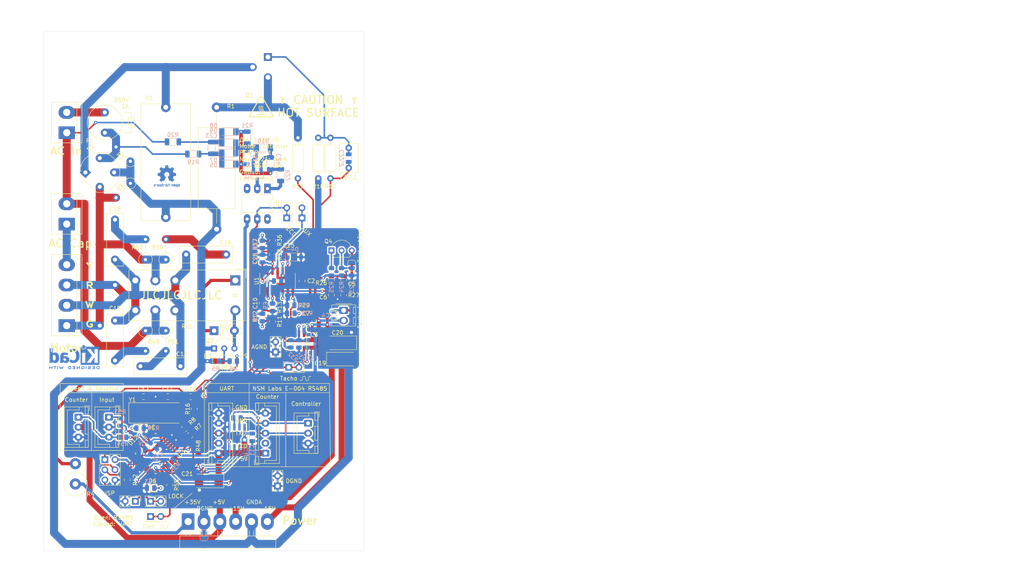
<source format=kicad_pcb>
(kicad_pcb (version 20171130) (host pcbnew 5.1.10)
  (layers (0 F.Cu signal) (31 B.Cu signal) (34 B.Paste user hide) (35 F.Paste user hide) (36 B.SilkS user) (37 F.SilkS user) (38 B.Mask user hide) (39 F.Mask user hide) (44 Edge.Cuts user))
  (net 0 "")
  (net 1 "Net-(D2-Pad1)")
  (net 2 GNDA)
  (net 3 "Net-(D2-Pad2)")
  (net 4 "Net-(Q1-Pad3)")
  (net 5 "Net-(D3-Pad2)")
  (net 6 "Net-(Q2-Pad2)")
  (net 7 -15V)
  (net 8 +15V)
  (net 9 "Net-(U2-Pad5)")
  (net 10 "Net-(C4-Pad2)")
  (net 11 "Net-(C6-Pad1)")
  (net 12 "Net-(C7-Pad2)")
  (net 13 "Net-(C7-Pad1)")
  (net 14 GNDD)
  (net 15 +5V)
  (net 16 "Net-(Q4-Pad1)")
  (net 17 "Net-(JP1-Pad2)")
  (net 18 "Net-(Q4-Pad2)")
  (net 19 "Net-(R29-Pad1)")
  (net 20 "Net-(R31-Pad2)")
  (net 21 "Net-(C8-Pad1)")
  (net 22 "Net-(C9-Pad1)")
  (net 23 "Net-(C10-Pad2)")
  (net 24 "Net-(C10-Pad1)")
  (net 25 "Net-(U3-Pad22)")
  (net 26 "Net-(U3-Pad20)")
  (net 27 "Net-(U3-Pad19)")
  (net 28 "Net-(U3-Pad10)")
  (net 29 "Net-(U3-Pad9)")
  (net 30 "Net-(U3-Pad2)")
  (net 31 "Net-(J6-Pad5)")
  (net 32 "Net-(J6-Pad3)")
  (net 33 "Net-(J6-Pad1)")
  (net 34 "Net-(C13-Pad1)")
  (net 35 "Net-(C14-Pad1)")
  (net 36 "Net-(D6-Pad1)")
  (net 37 "Net-(J8-Pad2)")
  (net 38 "Net-(C15-Pad1)")
  (net 39 "Net-(C16-Pad1)")
  (net 40 "Net-(C17-Pad1)")
  (net 41 "Net-(C18-Pad1)")
  (net 42 "Net-(D1-Pad4)")
  (net 43 "Net-(R55-Pad2)")
  (net 44 "Net-(J10-Pad1)")
  (net 45 "Net-(J11-Pad2)")
  (net 46 "Net-(C1-Pad1)")
  (net 47 "Net-(C5-Pad2)")
  (net 48 "/analog section/M_RED")
  (net 49 "/analog section/M_WHITE")
  (net 50 "Net-(C23-Pad2)")
  (net 51 "Net-(C23-Pad1)")
  (net 52 "Net-(C24-Pad2)")
  (net 53 "Net-(C24-Pad1)")
  (net 54 "Net-(C25-Pad2)")
  (net 55 "/analog section/M_GREEN")
  (net 56 /LOCK)
  (net 57 "Net-(D10-Pad1)")
  (net 58 "Net-(F1-Pad1)")
  (net 59 "Net-(J1-Pad1)")
  (net 60 "/analog section/M_YELLOW")
  (net 61 +36V)
  (net 62 /A)
  (net 63 /B)
  (net 64 /TXD)
  (net 65 "Net-(J9-Pad1)")
  (net 66 /485\~UART)
  (net 67 "Net-(Q3-Pad3)")
  (net 68 "Net-(R11-Pad2)")
  (net 69 "Net-(R14-Pad2)")
  (net 70 "Net-(R22-Pad1)")
  (net 71 /RXD)
  (net 72 /DIR)
  (net 73 /SPEED)
  (net 74 /REF)
  (net 75 /TACHO)
  (net 76 /DE)
  (net 77 /~RE)
  (net 78 "Net-(U5-Pad6)")
  (net 79 "Net-(U5-Pad3)")
  (net 80 /MOSI\DEBUG_PWM)
  (net 81 /REVERSE)
  (net 82 /PWM)
  (net 83 "Net-(C26-Pad1)")
  (net 84 "Net-(C27-Pad1)")
  (net 85 "Net-(C28-Pad2)")
  (net 86 "Net-(R15-Pad1)")
  (net 87 "Net-(C22.1-Pad2)")
  (net 88 "Net-(C22.1-Pad1)")
  (net 89 /AUX)
  (net 90 /AC_GOOD)
  (net 91 "Net-(D12-Pad1)")
  (net 92 /ZCD)
  (module Symbol:OSHW-Logo2_7.3x6mm_Copper (layer B.Cu) (at 60.734 66.322 180)
    (fp_text reference REF** hide)
    (fp_text value OSHW-Logo2_7.3x6mm_Copper hide)
    (fp_poly (pts (xy -2.400256 -1.919918) (xy -2.344799 -1.947568) (xy -2.295852 -1.99848) (xy -2.282371 -2.017338) (xy -2.267686 -2.042015) (xy -2.258158 -2.068816) (xy -2.252707 -2.104587) (xy -2.250253 -2.156169) (xy -2.249714 -2.224267) (xy -2.252148 -2.317588) (xy -2.260606 -2.387657) (xy -2.276826 -2.439931) (xy -2.302546 -2.479869) (xy -2.339503 -2.512929) (xy -2.342218 -2.514886) (xy -2.37864 -2.534908) (xy -2.422498 -2.544815) (xy -2.478276 -2.547257) (xy -2.568952 -2.547257) (xy -2.56899 -2.635283) (xy -2.569834 -2.684308) (xy -2.574976 -2.713065) (xy -2.588413 -2.730311) (xy -2.614142 -2.744808) (xy -2.620321 -2.747769) (xy -2.649236 -2.761648) (xy -2.671624 -2.770414) (xy -2.688271 -2.771171) (xy -2.699964 -2.761023) (xy -2.70749 -2.737073) (xy -2.711634 -2.696426) (xy -2.713185 -2.636186) (xy -2.712929 -2.553455) (xy -2.711651 -2.445339) (xy -2.711252 -2.413) (xy -2.709815 -2.301524) (xy -2.708528 -2.228603) (xy -2.569029 -2.228603) (xy -2.568245 -2.290499) (xy -2.56476 -2.330997) (xy -2.556876 -2.357708) (xy -2.542895 -2.378244) (xy -2.533403 -2.38826) (xy -2.494596 -2.417567) (xy -2.460237 -2.419952) (xy -2.424784 -2.39575) (xy -2.423886 -2.394857) (xy -2.409461 -2.376153) (xy -2.400687 -2.350732) (xy -2.396261 -2.311584) (xy -2.394882 -2.251697) (xy -2.394857 -2.23843) (xy -2.398188 -2.155901) (xy -2.409031 -2.098691) (xy -2.42866 -2.063766) (xy -2.45835 -2.048094) (xy -2.475509 -2.046514) (xy -2.516234 -2.053926) (xy -2.544168 -2.07833) (xy -2.560983 -2.12298) (xy -2.56835 -2.19113) (xy -2.569029 -2.228603) (xy -2.708528 -2.228603) (xy -2.708292 -2.215245) (xy -2.706323 -2.150333) (xy -2.70355 -2.102958) (xy -2.699612 -2.06929) (xy -2.694151 -2.045498) (xy -2.686808 -2.027753) (xy -2.677223 -2.012224) (xy -2.673113 -2.006381) (xy -2.618595 -1.951185) (xy -2.549664 -1.91989) (xy -2.469928 -1.911165) (xy -2.400256 -1.919918)) (layer B.Cu) (width 0.01))
    (fp_poly (pts (xy -1.283907 -1.92778) (xy -1.237328 -1.954723) (xy -1.204943 -1.981466) (xy -1.181258 -2.009484) (xy -1.164941 -2.043748) (xy -1.154661 -2.089227) (xy -1.149086 -2.150892) (xy -1.146884 -2.233711) (xy -1.146629 -2.293246) (xy -1.146629 -2.512391) (xy -1.208314 -2.540044) (xy -1.27 -2.567697) (xy -1.277257 -2.32767) (xy -1.280256 -2.238028) (xy -1.283402 -2.172962) (xy -1.287299 -2.128026) (xy -1.292553 -2.09877) (xy -1.299769 -2.080748) (xy -1.30955 -2.069511) (xy -1.312688 -2.067079) (xy -1.360239 -2.048083) (xy -1.408303 -2.0556) (xy -1.436914 -2.075543) (xy -1.448553 -2.089675) (xy -1.456609 -2.10822) (xy -1.461729 -2.136334) (xy -1.464559 -2.179173) (xy -1.465744 -2.241895) (xy -1.465943 -2.307261) (xy -1.465982 -2.389268) (xy -1.467386 -2.447316) (xy -1.472086 -2.486465) (xy -1.482013 -2.51178) (xy -1.499097 -2.528323) (xy -1.525268 -2.541156) (xy -1.560225 -2.554491) (xy -1.598404 -2.569007) (xy -1.593859 -2.311389) (xy -1.592029 -2.218519) (xy -1.589888 -2.149889) (xy -1.586819 -2.100711) (xy -1.582206 -2.066198) (xy -1.575432 -2.041562) (xy -1.565881 -2.022016) (xy -1.554366 -2.00477) (xy -1.49881 -1.94968) (xy -1.43102 -1.917822) (xy -1.357287 -1.910191) (xy -1.283907 -1.92778)) (layer B.Cu) (width 0.01))
    (fp_poly (pts (xy -2.958885 -1.921962) (xy -2.890855 -1.957733) (xy -2.840649 -2.015301) (xy -2.822815 -2.052312) (xy -2.808937 -2.107882) (xy -2.801833 -2.178096) (xy -2.80116 -2.254727) (xy -2.806573 -2.329552) (xy -2.81773 -2.394342) (xy -2.834286 -2.440873) (xy -2.839374 -2.448887) (xy -2.899645 -2.508707) (xy -2.971231 -2.544535) (xy -3.048908 -2.55502) (xy -3.127452 -2.53881) (xy -3.149311 -2.529092) (xy -3.191878 -2.499143) (xy -3.229237 -2.459433) (xy -3.232768 -2.454397) (xy -3.247119 -2.430124) (xy -3.256606 -2.404178) (xy -3.26221 -2.370022) (xy -3.264914 -2.321119) (xy -3.265701 -2.250935) (xy -3.265714 -2.2352) (xy -3.265678 -2.230192) (xy -3.120571 -2.230192) (xy -3.119727 -2.29643) (xy -3.116404 -2.340386) (xy -3.109417 -2.368779) (xy -3.097584 -2.388325) (xy -3.091543 -2.394857) (xy -3.056814 -2.41968) (xy -3.023097 -2.418548) (xy -2.989005 -2.397016) (xy -2.968671 -2.374029) (xy -2.956629 -2.340478) (xy -2.949866 -2.287569) (xy -2.949402 -2.281399) (xy -2.948248 -2.185513) (xy -2.960312 -2.114299) (xy -2.98543 -2.068194) (xy -3.02344 -2.047635) (xy -3.037008 -2.046514) (xy -3.072636 -2.052152) (xy -3.097006 -2.071686) (xy -3.111907 -2.109042) (xy -3.119125 -2.16815) (xy -3.120571 -2.230192) (xy -3.265678 -2.230192) (xy -3.265174 -2.160413) (xy -3.262904 -2.108159) (xy -3.257932 -2.071949) (xy -3.249287 -2.045299) (xy -3.235995 -2.021722) (xy -3.233057 -2.017338) (xy -3.183687 -1.958249) (xy -3.129891 -1.923947) (xy -3.064398 -1.910331) (xy -3.042158 -1.909665) (xy -2.958885 -1.921962)) (layer B.Cu) (width 0.01))
    (fp_poly (pts (xy -1.831697 -1.931239) (xy -1.774473 -1.969735) (xy -1.730251 -2.025335) (xy -1.703833 -2.096086) (xy -1.69849 -2.148162) (xy -1.699097 -2.169893) (xy -1.704178 -2.186531) (xy -1.718145 -2.201437) (xy -1.745411 -2.217973) (xy -1.790388 -2.239498) (xy -1.857489 -2.269374) (xy -1.857829 -2.269524) (xy -1.919593 -2.297813) (xy -1.970241 -2.322933) (xy -2.004596 -2.342179) (xy -2.017482 -2.352848) (xy -2.017486 -2.352934) (xy -2.006128 -2.376166) (xy -1.979569 -2.401774) (xy -1.949077 -2.420221) (xy -1.93363 -2.423886) (xy -1.891485 -2.411212) (xy -1.855192 -2.379471) (xy -1.837483 -2.344572) (xy -1.820448 -2.318845) (xy -1.787078 -2.289546) (xy -1.747851 -2.264235) (xy -1.713244 -2.250471) (xy -1.706007 -2.249714) (xy -1.697861 -2.26216) (xy -1.69737 -2.293972) (xy -1.703357 -2.336866) (xy -1.714643 -2.382558) (xy -1.73005 -2.422761) (xy -1.730829 -2.424322) (xy -1.777196 -2.489062) (xy -1.837289 -2.533097) (xy -1.905535 -2.554711) (xy -1.976362 -2.552185) (xy -2.044196 -2.523804) (xy -2.047212 -2.521808) (xy -2.100573 -2.473448) (xy -2.13566 -2.410352) (xy -2.155078 -2.327387) (xy -2.157684 -2.304078) (xy -2.162299 -2.194055) (xy -2.156767 -2.142748) (xy -2.017486 -2.142748) (xy -2.015676 -2.174753) (xy -2.005778 -2.184093) (xy -1.981102 -2.177105) (xy -1.942205 -2.160587) (xy -1.898725 -2.139881) (xy -1.897644 -2.139333) (xy -1.860791 -2.119949) (xy -1.846 -2.107013) (xy -1.849647 -2.093451) (xy -1.865005 -2.075632) (xy -1.904077 -2.049845) (xy -1.946154 -2.04795) (xy -1.983897 -2.066717) (xy -2.009966 -2.102915) (xy -2.017486 -2.142748) (xy -2.156767 -2.142748) (xy -2.152806 -2.106027) (xy -2.12845 -2.036212) (xy -2.094544 -1.987302) (xy -2.033347 -1.937878) (xy -1.965937 -1.913359) (xy -1.89712 -1.911797) (xy -1.831697 -1.931239)) (layer B.Cu) (width 0.01))
    (fp_poly (pts (xy -0.624114 -1.851289) (xy -0.619861 -1.910613) (xy -0.614975 -1.945572) (xy -0.608205 -1.96082) (xy -0.598298 -1.961015) (xy -0.595086 -1.959195) (xy -0.552356 -1.946015) (xy -0.496773 -1.946785) (xy -0.440263 -1.960333) (xy -0.404918 -1.977861) (xy -0.368679 -2.005861) (xy -0.342187 -2.037549) (xy -0.324001 -2.077813) (xy -0.312678 -2.131543) (xy -0.306778 -2.203626) (xy -0.304857 -2.298951) (xy -0.304823 -2.317237) (xy -0.3048 -2.522646) (xy -0.350509 -2.53858) (xy -0.382973 -2.54942) (xy -0.400785 -2.554468) (xy -0.401309 -2.554514) (xy -0.403063 -2.540828) (xy -0.404556 -2.503076) (xy -0.405674 -2.446224) (xy -0.406303 -2.375234) (xy -0.4064 -2.332073) (xy -0.406602 -2.246973) (xy -0.407642 -2.185981) (xy -0.410169 -2.144177) (xy -0.414836 -2.116642) (xy -0.422293 -2.098456) (xy -0.433189 -2.084698) (xy -0.439993 -2.078073) (xy -0.486728 -2.051375) (xy -0.537728 -2.049375) (xy -0.583999 -2.071955) (xy -0.592556 -2.080107) (xy -0.605107 -2.095436) (xy -0.613812 -2.113618) (xy -0.619369 -2.139909) (xy -0.622474 -2.179562) (xy -0.623824 -2.237832) (xy -0.624114 -2.318173) (xy -0.624114 -2.522646) (xy -0.669823 -2.53858) (xy -0.702287 -2.54942) (xy -0.720099 -2.554468) (xy -0.720623 -2.554514) (xy -0.721963 -2.540623) (xy -0.723172 -2.501439) (xy -0.724199 -2.4407) (xy -0.724998 -2.362141) (xy -0.725519 -2.269498) (xy -0.725714 -2.166509) (xy -0.725714 -1.769342) (xy -0.678543 -1.749444) (xy -0.631371 -1.729547) (xy -0.624114 -1.851289)) (layer B.Cu) (width 0.01))
    (fp_poly (pts (xy 0.039744 -1.950968) (xy 0.096616 -1.972087) (xy 0.097267 -1.972493) (xy 0.13244 -1.99838) (xy 0.158407 -2.028633) (xy 0.17667 -2.068058) (xy 0.188732 -2.121462) (xy 0.196096 -2.193651) (xy 0.200264 -2.289432) (xy 0.200629 -2.303078) (xy 0.205876 -2.508842) (xy 0.161716 -2.531678) (xy 0.129763 -2.54711) (xy 0.11047 -2.554423) (xy 0.109578 -2.554514) (xy 0.106239 -2.541022) (xy 0.103587 -2.504626) (xy 0.101956 -2.451452) (xy 0.1016 -2.408393) (xy 0.101592 -2.338641) (xy 0.098403 -2.294837) (xy 0.087288 -2.273944) (xy 0.063501 -2.272925) (xy 0.022296 -2.288741) (xy -0.039914 -2.317815) (xy -0.085659 -2.341963) (xy -0.109187 -2.362913) (xy -0.116104 -2.385747) (xy -0.116114 -2.386877) (xy -0.104701 -2.426212) (xy -0.070908 -2.447462) (xy -0.019191 -2.450539) (xy 0.018061 -2.450006) (xy 0.037703 -2.460735) (xy 0.049952 -2.486505) (xy 0.057002 -2.519337) (xy 0.046842 -2.537966) (xy 0.043017 -2.540632) (xy 0.007001 -2.55134) (xy -0.043434 -2.552856) (xy -0.095374 -2.545759) (xy -0.132178 -2.532788) (xy -0.183062 -2.489585) (xy -0.211986 -2.429446) (xy -0.217714 -2.382462) (xy -0.213343 -2.340082) (xy -0.197525 -2.305488) (xy -0.166203 -2.274763) (xy -0.115322 -2.24399) (xy -0.040824 -2.209252) (xy -0.036286 -2.207288) (xy 0.030821 -2.176287) (xy 0.072232 -2.150862) (xy 0.089981 -2.128014) (xy 0.086107 -2.104745) (xy 0.062643 -2.078056) (xy 0.055627 -2.071914) (xy 0.00863 -2.0481) (xy -0.040067 -2.049103) (xy -0.082478 -2.072451) (xy -0.110616 -2.115675) (xy -0.113231 -2.12416) (xy -0.138692 -2.165308) (xy -0.170999 -2.185128) (xy -0.217714 -2.20477) (xy -0.217714 -2.15395) (xy -0.203504 -2.080082) (xy -0.161325 -2.012327) (xy -0.139376 -1.989661) (xy -0.089483 -1.960569) (xy -0.026033 -1.9474) (xy 0.039744 -1.950968)) (layer B.Cu) (width 0.01))
    (fp_poly (pts (xy 0.529926 -1.949755) (xy 0.595858 -1.974084) (xy 0.649273 -2.017117) (xy 0.670164 -2.047409) (xy 0.692939 -2.102994) (xy 0.692466 -2.143186) (xy 0.668562 -2.170217) (xy 0.659717 -2.174813) (xy 0.62153 -2.189144) (xy 0.602028 -2.185472) (xy 0.595422 -2.161407) (xy 0.595086 -2.148114) (xy 0.582992 -2.09921) (xy 0.551471 -2.064999) (xy 0.507659 -2.048476) (xy 0.458695 -2.052634) (xy 0.418894 -2.074227) (xy 0.40545 -2.086544) (xy 0.395921 -2.101487) (xy 0.389485 -2.124075) (xy 0.385317 -2.159328) (xy 0.382597 -2.212266) (xy 0.380502 -2.287907) (xy 0.37996 -2.311857) (xy 0.377981 -2.39379) (xy 0.375731 -2.451455) (xy 0.372357 -2.489608) (xy 0.367006 -2.513004) (xy 0.358824 -2.526398) (xy 0.346959 -2.534545) (xy 0.339362 -2.538144) (xy 0.307102 -2.550452) (xy 0.288111 -2.554514) (xy 0.281836 -2.540948) (xy 0.278006 -2.499934) (xy 0.2766 -2.430999) (xy 0.277598 -2.333669) (xy 0.277908 -2.318657) (xy 0.280101 -2.229859) (xy 0.282693 -2.165019) (xy 0.286382 -2.119067) (xy 0.291864 -2.086935) (xy 0.299835 -2.063553) (xy 0.310993 -2.043852) (xy 0.31683 -2.03541) (xy 0.350296 -1.998057) (xy 0.387727 -1.969003) (xy 0.392309 -1.966467) (xy 0.459426 -1.946443) (xy 0.529926 -1.949755)) (layer B.Cu) (width 0.01))
    (fp_poly (pts (xy 1.190117 -2.065358) (xy 1.189933 -2.173837) (xy 1.189219 -2.257287) (xy 1.187675 -2.319704) (xy 1.185001 -2.365085) (xy 1.180894 -2.397429) (xy 1.175055 -2.420733) (xy 1.167182 -2.438995) (xy 1.161221 -2.449418) (xy 1.111855 -2.505945) (xy 1.049264 -2.541377) (xy 0.980013 -2.55409) (xy 0.910668 -2.542463) (xy 0.869375 -2.521568) (xy 0.826025 -2.485422) (xy 0.796481 -2.441276) (xy 0.778655 -2.383462) (xy 0.770463 -2.306313) (xy 0.769302 -2.249714) (xy 0.769458 -2.245647) (xy 0.870857 -2.245647) (xy 0.871476 -2.31055) (xy 0.874314 -2.353514) (xy 0.88084 -2.381622) (xy 0.892523 -2.401953) (xy 0.906483 -2.417288) (xy 0.953365 -2.44689) (xy 1.003701 -2.449419) (xy 1.051276 -2.424705) (xy 1.054979 -2.421356) (xy 1.070783 -2.403935) (xy 1.080693 -2.383209) (xy 1.086058 -2.352362) (xy 1.088228 -2.304577) (xy 1.088571 -2.251748) (xy 1.087827 -2.185381) (xy 1.084748 -2.141106) (xy 1.078061 -2.112009) (xy 1.066496 -2.091173) (xy 1.057013 -2.080107) (xy 1.01296 -2.052198) (xy 0.962224 -2.048843) (xy 0.913796 -2.070159) (xy 0.90445 -2.078073) (xy 0.88854 -2.095647) (xy 0.87861 -2.116587) (xy 0.873278 -2.147782) (xy 0.871163 -2.196122) (xy 0.870857 -2.245647) (xy 0.769458 -2.245647) (xy 0.77281 -2.158568) (xy 0.784726 -2.090086) (xy 0.807135 -2.0386) (xy 0.842124 -1.998443) (xy 0.869375 -1.977861) (xy 0.918907 -1.955625) (xy 0.976316 -1.945304) (xy 1.029682 -1.948067) (xy 1.059543 -1.959212) (xy 1.071261 -1.962383) (xy 1.079037 -1.950557) (xy 1.084465 -1.918866) (xy 1.088571 -1.870593) (xy 1.093067 -1.816829) (xy 1.099313 -1.784482) (xy 1.110676 -1.765985) (xy 1.130528 -1.75377) (xy 1.143 -1.748362) (xy 1.190171 -1.728601) (xy 1.190117 -2.065358)) (layer B.Cu) (width 0.01))
    (fp_poly (pts (xy 1.779833 -1.958663) (xy 1.782048 -1.99685) (xy 1.783784 -2.054886) (xy 1.784899 -2.12818) (xy 1.785257 -2.205055) (xy 1.785257 -2.465196) (xy 1.739326 -2.511127) (xy 1.707675 -2.539429) (xy 1.67989 -2.550893) (xy 1.641915 -2.550168) (xy 1.62684 -2.548321) (xy 1.579726 -2.542948) (xy 1.540756 -2.539869) (xy 1.531257 -2.539585) (xy 1.499233 -2.541445) (xy 1.453432 -2.546114) (xy 1.435674 -2.548321) (xy 1.392057 -2.551735) (xy 1.362745 -2.54432) (xy 1.33368 -2.521427) (xy 1.323188 -2.511127) (xy 1.277257 -2.465196) (xy 1.277257 -1.978602) (xy 1.314226 -1.961758) (xy 1.346059 -1.949282) (xy 1.364683 -1.944914) (xy 1.369458 -1.958718) (xy 1.373921 -1.997286) (xy 1.377775 -2.056356) (xy 1.380722 -2.131663) (xy 1.382143 -2.195286) (xy 1.386114 -2.445657) (xy 1.420759 -2.450556) (xy 1.452268 -2.447131) (xy 1.467708 -2.436041) (xy 1.472023 -2.415308) (xy 1.475708 -2.371145) (xy 1.478469 -2.309146) (xy 1.480012 -2.234909) (xy 1.480235 -2.196706) (xy 1.480457 -1.976783) (xy 1.526166 -1.960849) (xy 1.558518 -1.950015) (xy 1.576115 -1.944962) (xy 1.576623 -1.944914) (xy 1.578388 -1.958648) (xy 1.580329 -1.99673) (xy 1.582282 -2.054482) (xy 1.584084 -2.127227) (xy 1.585343 -2.195286) (xy 1.589314 -2.445657) (xy 1.6764 -2.445657) (xy 1.680396 -2.21724) (xy 1.684392 -1.988822) (xy 1.726847 -1.966868) (xy 1.758192 -1.951793) (xy 1.776744 -1.944951) (xy 1.777279 -1.944914) (xy 1.779833 -1.958663)) (layer B.Cu) (width 0.01))
    (fp_poly (pts (xy 2.144876 -1.956335) (xy 2.186667 -1.975344) (xy 2.219469 -1.998378) (xy 2.243503 -2.024133) (xy 2.260097 -2.057358) (xy 2.270577 -2.1028) (xy 2.276271 -2.165207) (xy 2.278507 -2.249327) (xy 2.278743 -2.304721) (xy 2.278743 -2.520826) (xy 2.241774 -2.53767) (xy 2.212656 -2.549981) (xy 2.198231 -2.554514) (xy 2.195472 -2.541025) (xy 2.193282 -2.504653) (xy 2.191942 -2.451542) (xy 2.191657 -2.409372) (xy 2.190434 -2.348447) (xy 2.187136 -2.300115) (xy 2.182321 -2.270518) (xy 2.178496 -2.264229) (xy 2.152783 -2.270652) (xy 2.112418 -2.287125) (xy 2.065679 -2.309458) (xy 2.020845 -2.333457) (xy 1.986193 -2.35493) (xy 1.970002 -2.369685) (xy 1.969938 -2.369845) (xy 1.97133 -2.397152) (xy 1.983818 -2.423219) (xy 2.005743 -2.444392) (xy 2.037743 -2.451474) (xy 2.065092 -2.450649) (xy 2.103826 -2.450042) (xy 2.124158 -2.459116) (xy 2.136369 -2.483092) (xy 2.137909 -2.487613) (xy 2.143203 -2.521806) (xy 2.129047 -2.542568) (xy 2.092148 -2.552462) (xy 2.052289 -2.554292) (xy 1.980562 -2.540727) (xy 1.943432 -2.521355) (xy 1.897576 -2.475845) (xy 1.873256 -2.419983) (xy 1.871073 -2.360957) (xy 1.891629 -2.305953) (xy 1.922549 -2.271486) (xy 1.95342 -2.252189) (xy 2.001942 -2.227759) (xy 2.058485 -2.202985) (xy 2.06791 -2.199199) (xy 2.130019 -2.171791) (xy 2.165822 -2.147634) (xy 2.177337 -2.123619) (xy 2.16658 -2.096635) (xy 2.148114 -2.075543) (xy 2.104469 -2.049572) (xy 2.056446 -2.047624) (xy 2.012406 -2.067637) (xy 1.980709 -2.107551) (xy 1.976549 -2.117848) (xy 1.952327 -2.155724) (xy 1.916965 -2.183842) (xy 1.872343 -2.206917) (xy 1.872343 -2.141485) (xy 1.874969 -2.101506) (xy 1.88623 -2.069997) (xy 1.911199 -2.036378) (xy 1.935169 -2.010484) (xy 1.972441 -1.973817) (xy 2.001401 -1.954121) (xy 2.032505 -1.94622) (xy 2.067713 -1.944914) (xy 2.144876 -1.956335)) (layer B.Cu) (width 0.01))
    (fp_poly (pts (xy 2.6526 -1.958752) (xy 2.669948 -1.966334) (xy 2.711356 -1.999128) (xy 2.746765 -2.046547) (xy 2.768664 -2.097151) (xy 2.772229 -2.122098) (xy 2.760279 -2.156927) (xy 2.734067 -2.175357) (xy 2.705964 -2.186516) (xy 2.693095 -2.188572) (xy 2.686829 -2.173649) (xy 2.674456 -2.141175) (xy 2.669028 -2.126502) (xy 2.63859 -2.075744) (xy 2.59452 -2.050427) (xy 2.53801 -2.051206) (xy 2.533825 -2.052203) (xy 2.503655 -2.066507) (xy 2.481476 -2.094393) (xy 2.466327 -2.139287) (xy 2.45725 -2.204615) (xy 2.453286 -2.293804) (xy 2.452914 -2.341261) (xy 2.45273 -2.416071) (xy 2.451522 -2.467069) (xy 2.448309 -2.499471) (xy 2.442109 -2.518495) (xy 2.43194 -2.529356) (xy 2.416819 -2.537272) (xy 2.415946 -2.53767) (xy 2.386828 -2.549981) (xy 2.372403 -2.554514) (xy 2.370186 -2.540809) (xy 2.368289 -2.502925) (xy 2.366847 -2.445715) (xy 2.365998 -2.374027) (xy 2.365829 -2.321565) (xy 2.366692 -2.220047) (xy 2.37007 -2.143032) (xy 2.377142 -2.086023) (xy 2.389088 -2.044526) (xy 2.40709 -2.014043) (xy 2.432327 -1.99008) (xy 2.457247 -1.973355) (xy 2.517171 -1.951097) (xy 2.586911 -1.946076) (xy 2.6526 -1.958752)) (layer B.Cu) (width 0.01))
    (fp_poly (pts (xy 3.153595 -1.966966) (xy 3.211021 -2.004497) (xy 3.238719 -2.038096) (xy 3.260662 -2.099064) (xy 3.262405 -2.147308) (xy 3.258457 -2.211816) (xy 3.109686 -2.276934) (xy 3.037349 -2.310202) (xy 2.990084 -2.336964) (xy 2.965507 -2.360144) (xy 2.961237 -2.382667) (xy 2.974889 -2.407455) (xy 2.989943 -2.423886) (xy 3.033746 -2.450235) (xy 3.081389 -2.452081) (xy 3.125145 -2.431546) (xy 3.157289 -2.390752) (xy 3.163038 -2.376347) (xy 3.190576 -2.331356) (xy 3.222258 -2.312182) (xy 3.265714 -2.295779) (xy 3.265714 -2.357966) (xy 3.261872 -2.400283) (xy 3.246823 -2.435969) (xy 3.21528 -2.476943) (xy 3.210592 -2.482267) (xy 3.175506 -2.51872) (xy 3.145347 -2.538283) (xy 3.107615 -2.547283) (xy 3.076335 -2.55023) (xy 3.020385 -2.550965) (xy 2.980555 -2.54166) (xy 2.955708 -2.527846) (xy 2.916656 -2.497467) (xy 2.889625 -2.464613) (xy 2.872517 -2.423294) (xy 2.863238 -2.367521) (xy 2.859693 -2.291305) (xy 2.85941 -2.252622) (xy 2.860372 -2.206247) (xy 2.948007 -2.206247) (xy 2.949023 -2.231126) (xy 2.951556 -2.2352) (xy 2.968274 -2.229665) (xy 3.004249 -2.215017) (xy 3.052331 -2.19419) (xy 3.062386 -2.189714) (xy 3.123152 -2.158814) (xy 3.156632 -2.131657) (xy 3.16399 -2.10622) (xy 3.146391 -2.080481) (xy 3.131856 -2.069109) (xy 3.07941 -2.046364) (xy 3.030322 -2.050122) (xy 2.989227 -2.077884) (xy 2.960758 -2.127152) (xy 2.951631 -2.166257) (xy 2.948007 -2.206247) (xy 2.860372 -2.206247) (xy 2.861285 -2.162249) (xy 2.868196 -2.095384) (xy 2.881884 -2.046695) (xy 2.904096 -2.010849) (xy 2.936574 -1.982513) (xy 2.950733 -1.973355) (xy 3.015053 -1.949507) (xy 3.085473 -1.948006) (xy 3.153595 -1.966966)) (layer B.Cu) (width 0.01))
    (fp_poly (pts (xy 0.10391 2.757652) (xy 0.182454 2.757222) (xy 0.239298 2.756058) (xy 0.278105 2.753793) (xy 0.302538 2.75006) (xy 0.316262 2.744494) (xy 0.32294 2.736727) (xy 0.326236 2.726395) (xy 0.326556 2.725057) (xy 0.331562 2.700921) (xy 0.340829 2.653299) (xy 0.353392 2.587259) (xy 0.368287 2.507872) (xy 0.384551 2.420204) (xy 0.385119 2.417125) (xy 0.40141 2.331211) (xy 0.416652 2.255304) (xy 0.429861 2.193955) (xy 0.440054 2.151718) (xy 0.446248 2.133145) (xy 0.446543 2.132816) (xy 0.464788 2.123747) (xy 0.502405 2.108633) (xy 0.551271 2.090738) (xy 0.551543 2.090642) (xy 0.613093 2.067507) (xy 0.685657 2.038035) (xy 0.754057 2.008403) (xy 0.757294 2.006938) (xy 0.868702 1.956374) (xy 1.115399 2.12484) (xy 1.191077 2.176197) (xy 1.259631 2.222111) (xy 1.317088 2.25997) (xy 1.359476 2.287163) (xy 1.382825 2.301079) (xy 1.385042 2.302111) (xy 1.40201 2.297516) (xy 1.433701 2.275345) (xy 1.481352 2.234553) (xy 1.546198 2.174095) (xy 1.612397 2.109773) (xy 1.676214 2.046388) (xy 1.733329 1.988549) (xy 1.780305 1.939825) (xy 1.813703 1.90379) (xy 1.830085 1.884016) (xy 1.830694 1.882998) (xy 1.832505 1.869428) (xy 1.825683 1.847267) (xy 1.80854 1.813522) (xy 1.779393 1.7652) (xy 1.736555 1.699308) (xy 1.679448 1.614483) (xy 1.628766 1.539823) (xy 1.583461 1.47286) (xy 1.54615 1.417484) (xy 1.519452 1.37758) (xy 1.505985 1.357038) (xy 1.505137 1.355644) (xy 1.506781 1.335962) (xy 1.519245 1.297707) (xy 1.540048 1.248111) (xy 1.547462 1.232272) (xy 1.579814 1.16171) (xy 1.614328 1.081647) (xy 1.642365 1.012371) (xy 1.662568 0.960955) (xy 1.678615 0.921881) (xy 1.687888 0.901459) (xy 1.689041 0.899886) (xy 1.706096 0.897279) (xy 1.746298 0.890137) (xy 1.804302 0.879477) (xy 1.874763 0.866315) (xy 1.952335 0.851667) (xy 2.031672 0.836551) (xy 2.107431 0.821982) (xy 2.174264 0.808978) (xy 2.226828 0.798555) (xy 2.259776 0.79173) (xy 2.267857 0.789801) (xy 2.276205 0.785038) (xy 2.282506 0.774282) (xy 2.287045 0.753902) (xy 2.290104 0.720266) (xy 2.291967 0.669745) (xy 2.292918 0.598708) (xy 2.29324 0.503524) (xy 2.293257 0.464508) (xy 2.293257 0.147201) (xy 2.217057 0.132161) (xy 2.174663 0.124005) (xy 2.1114 0.112101) (xy 2.034962 0.097884) (xy 1.953043 0.08279) (xy 1.9304 0.078645) (xy 1.854806 0.063947) (xy 1.788953 0.049495) (xy 1.738366 0.036625) (xy 1.708574 0.026678) (xy 1.703612 0.023713) (xy 1.691426 0.002717) (xy 1.673953 -0.037967) (xy 1.654577 -0.090322) (xy 1.650734 -0.1016) (xy 1.625339 -0.171523) (xy 1.593817 -0.250418) (xy 1.562969 -0.321266) (xy 1.562817 -0.321595) (xy 1.511447 -0.432733) (xy 1.680399 -0.681253) (xy 1.849352 -0.929772) (xy 1.632429 -1.147058) (xy 1.566819 -1.211726) (xy 1.506979 -1.268733) (xy 1.456267 -1.315033) (xy 1.418046 -1.347584) (xy 1.395675 -1.363343) (xy 1.392466 -1.364343) (xy 1.373626 -1.356469) (xy 1.33518 -1.334578) (xy 1.28133 -1.301267) (xy 1.216276 -1.259131) (xy 1.14594 -1.211943) (xy 1.074555 -1.16381) (xy 1.010908 -1.121928) (xy 0.959041 -1.088871) (xy 0.922995 -1.067218) (xy 0.906867 -1.059543) (xy 0.887189 -1.066037) (xy 0.849875 -1.08315) (xy 0.802621 -1.107326) (xy 0.797612 -1.110013) (xy 0.733977 -1.141927) (xy 0.690341 -1.157579) (xy 0.663202 -1.157745) (xy 0.649057 -1.143204) (xy 0.648975 -1.143) (xy 0.641905 -1.125779) (xy 0.625042 -1.084899) (xy 0.599695 -1.023525) (xy 0.567171 -0.944819) (xy 0.528778 -0.851947) (xy 0.485822 -0.748072) (xy 0.444222 -0.647502) (xy 0.398504 -0.536516) (xy 0.356526 -0.433703) (xy 0.319548 -0.342215) (xy 0.288827 -0.265201) (xy 0.265622 -0.205815) (xy 0.25119 -0.167209) (xy 0.246743 -0.1528) (xy 0.257896 -0.136272) (xy 0.287069 -0.10993) (xy 0.325971 -0.080887) (xy 0.436757 0.010961) (xy 0.523351 0.116241) (xy 0.584716 0.232734) (xy 0.619815 0.358224) (xy 0.627608 0.490493) (xy 0.621943 0.551543) (xy 0.591078 0.678205) (xy 0.53792 0.790059) (xy 0.465767 0.885999) (xy 0.377917 0.964924) (xy 0.277665 1.02573) (xy 0.16831 1.067313) (xy 0.053147 1.088572) (xy -0.064525 1.088401) (xy -0.18141 1.065699) (xy -0.294211 1.019362) (xy -0.399631 0.948287) (xy -0.443632 0.908089) (xy -0.528021 0.804871) (xy -0.586778 0.692075) (xy -0.620296 0.57299) (xy -0.628965 0.450905) (xy -0.613177 0.329107) (xy -0.573322 0.210884) (xy -0.509793 0.099525) (xy -0.422979 -0.001684) (xy -0.325971 -0.080887) (xy -0.285563 -0.111162) (xy -0.257018 -0.137219) (xy -0.246743 -0.152825) (xy -0.252123 -0.169843) (xy -0.267425 -0.2105) (xy -0.291388 -0.271642) (xy -0.322756 -0.350119) (xy -0.360268 -0.44278) (xy -0.402667 -0.546472) (xy -0.444337 -0.647526) (xy -0.49031 -0.758607) (xy -0.532893 -0.861541) (xy -0.570779 -0.953165) (xy -0.60266 -1.030316) (xy -0.627229 -1.089831) (xy -0.64318 -1.128544) (xy -0.64909 -1.143) (xy -0.663052 -1.157685) (xy -0.69006 -1.157642) (xy -0.733587 -1.142099) (xy -0.79711 -1.110284) (xy -0.797612 -1.110013) (xy -0.84544 -1.085323) (xy -0.884103 -1.067338) (xy -0.905905 -1.059614) (xy -0.906867 -1.059543) (xy -0.923279 -1.067378) (xy -0.959513 -1.089165) (xy -1.011526 -1.122328) (xy -1.075275 -1.164291) (xy -1.14594 -1.211943) (xy -1.217884 -1.260191) (xy -1.282726 -1.302151) (xy -1.336265 -1.335227) (xy -1.374303 -1.356821) (xy -1.392467 -1.364343) (xy -1.409192 -1.354457) (xy -1.44282 -1.326826) (xy -1.48999 -1.284495) (xy -1.547342 -1.230505) (xy -1.611516 -1.167899) (xy -1.632503 -1.146983) (xy -1.849501 -0.929623) (xy -1.684332 -0.68722) (xy -1.634136 -0.612781) (xy -1.590081 -0.545972) (xy -1.554638 -0.490665) (xy -1.530281 -0.450729) (xy -1.519478 -0.430036) (xy -1.519162 -0.428563) (xy -1.524857 -0.409058) (xy -1.540174 -0.369822) (xy -1.562463 -0.31743) (xy -1.578107 -0.282355) (xy -1.607359 -0.215201) (xy -1.634906 -0.147358) (xy -1.656263 -0.090034) (xy -1.662065 -0.072572) (xy -1.678548 -0.025938) (xy -1.69466 0.010095) (xy -1.70351 0.023713) (xy -1.72304 0.032048) (xy -1.765666 0.043863) (xy -1.825855 0.057819) (xy -1.898078 0.072578) (xy -1.9304 0.078645) (xy -2.012478 0.093727) (xy -2.091205 0.108331) (xy -2.158891 0.12102) (xy -2.20784 0.130358) (xy -2.217057 0.132161) (xy -2.293257 0.147201) (xy -2.293257 0.464508) (xy -2.293086 0.568846) (xy -2.292384 0.647787) (xy -2.290866 0.704962) (xy -2.288251 0.744001) (xy -2.284254 0.768535) (xy -2.278591 0.782195) (xy -2.27098 0.788611) (xy -2.267857 0.789801) (xy -2.249022 0.79402) (xy -2.207412 0.802438) (xy -2.14837 0.814039) (xy -2.077243 0.827805) (xy -1.999375 0.84272) (xy -1.920113 0.857768) (xy -1.844802 0.871931) (xy -1.778787 0.884194) (xy -1.727413 0.893539) (xy -1.696025 0.89895) (xy -1.689041 0.899886) (xy -1.682715 0.912404) (xy -1.66871 0.945754) (xy -1.649645 0.993623) (xy -1.642366 1.012371) (xy -1.613004 1.084805) (xy -1.578429 1.16483) (xy -1.547463 1.232272) (xy -1.524677 1.283841) (xy -1.509518 1.326215) (xy -1.504458 1.352166) (xy -1.505264 1.355644) (xy -1.515959 1.372064) (xy -1.54038 1.408583) (xy -1.575905 1.461313) (xy -1.619913 1.526365) (xy -1.669783 1.599849) (xy -1.679644 1.614355) (xy -1.737508 1.700296) (xy -1.780044 1.765739) (xy -1.808946 1.813696) (xy -1.82591 1.84718) (xy -1.832633 1.869205) (xy -1.83081 1.882783) (xy -1.830764 1.882869) (xy -1.816414 1.900703) (xy -1.784677 1.935183) (xy -1.73899 1.982732) (xy -1.682796 2.039778) (xy -1.619532 2.102745) (xy -1.612398 2.109773) (xy -1.53267 2.18698) (xy -1.471143 2.24367) (xy -1.426579 2.28089) (xy -1.397743 2.299685) (xy -1.385042 2.302111) (xy -1.366506 2.291529) (xy -1.328039 2.267084) (xy -1.273614 2.231388) (xy -1.207202 2.187053) (xy -1.132775 2.136689) (xy -1.115399 2.12484) (xy -0.868703 1.956374) (xy -0.757294 2.006938) (xy -0.689543 2.036405) (xy -0.616817 2.066041) (xy -0.554297 2.08967) (xy -0.551543 2.090642) (xy -0.50264 2.108543) (xy -0.464943 2.12368) (xy -0.446575 2.13279) (xy -0.446544 2.132816) (xy -0.440715 2.149283) (xy -0.430808 2.189781) (xy -0.417805 2.249758) (xy -0.402691 2.32466) (xy -0.386448 2.409936) (xy -0.385119 2.417125) (xy -0.368825 2.504986) (xy -0.353867 2.58474) (xy -0.341209 2.651319) (xy -0.331814 2.699653) (xy -0.326646 2.724675) (xy -0.326556 2.725057) (xy -0.323411 2.735701) (xy -0.317296 2.743738) (xy -0.304547 2.749533) (xy -0.2815 2.753453) (xy -0.244491 2.755865) (xy -0.189856 2.757135) (xy -0.113933 2.757629) (xy -0.013056 2.757714) (xy 0 2.757714) (xy 0.10391 2.757652)) (layer B.Cu) (width 0.01))
  )
  (module Symbol:KiCad-Logo2_5mm_Copper (layer B.Cu) (at 37.62 111.534 180)
    (fp_text reference REF** hide)
    (fp_text value KiCad-Logo2_5mm_Copper hide)
    (fp_poly (pts (xy -2.9464 2.510946) (xy -2.935535 2.397007) (xy -2.903918 2.289384) (xy -2.853015 2.190385) (xy -2.784293 2.102316) (xy -2.699219 2.027484) (xy -2.602232 1.969616) (xy -2.495964 1.929995) (xy -2.38895 1.911427) (xy -2.2833 1.912566) (xy -2.181125 1.93207) (xy -2.084534 1.968594) (xy -1.995638 2.020795) (xy -1.916546 2.087327) (xy -1.849369 2.166848) (xy -1.796217 2.258013) (xy -1.759199 2.359477) (xy -1.740427 2.469898) (xy -1.738489 2.519794) (xy -1.738489 2.607733) (xy -1.68656 2.607733) (xy -1.650253 2.604889) (xy -1.623355 2.593089) (xy -1.596249 2.569351) (xy -1.557867 2.530969) (xy -1.557867 0.339398) (xy -1.557876 0.077261) (xy -1.557908 -0.163241) (xy -1.557972 -0.383048) (xy -1.558076 -0.583101) (xy -1.558227 -0.764344) (xy -1.558434 -0.927716) (xy -1.558706 -1.07416) (xy -1.55905 -1.204617) (xy -1.559474 -1.320029) (xy -1.559987 -1.421338) (xy -1.560597 -1.509484) (xy -1.561312 -1.58541) (xy -1.56214 -1.650057) (xy -1.563089 -1.704367) (xy -1.564167 -1.74928) (xy -1.565383 -1.78574) (xy -1.566745 -1.814687) (xy -1.568261 -1.837063) (xy -1.569938 -1.853809) (xy -1.571786 -1.865868) (xy -1.573813 -1.87418) (xy -1.576025 -1.879687) (xy -1.577108 -1.881537) (xy -1.581271 -1.888549) (xy -1.584805 -1.894996) (xy -1.588635 -1.9009) (xy -1.593682 -1.906286) (xy -1.600871 -1.911178) (xy -1.611123 -1.915598) (xy -1.625364 -1.919572) (xy -1.644514 -1.923121) (xy -1.669499 -1.92627) (xy -1.70124 -1.929042) (xy -1.740662 -1.931461) (xy -1.788686 -1.933551) (xy -1.846237 -1.935335) (xy -1.914237 -1.936837) (xy -1.99361 -1.93808) (xy -2.085279 -1.939089) (xy -2.190166 -1.939885) (xy -2.309196 -1.940494) (xy -2.44329 -1.940939) (xy -2.593373 -1.941243) (xy -2.760367 -1.94143) (xy -2.945196 -1.941524) (xy -3.148783 -1.941548) (xy -3.37205 -1.941525) (xy -3.615922 -1.94148) (xy -3.881321 -1.941437) (xy -3.919704 -1.941432) (xy -4.186682 -1.941389) (xy -4.432002 -1.941318) (xy -4.656583 -1.941213) (xy -4.861345 -1.941066) (xy -5.047206 -1.940869) (xy -5.215088 -1.940616) (xy -5.365908 -1.9403) (xy -5.500587 -1.939913) (xy -5.620044 -1.939447) (xy -5.725199 -1.938897) (xy -5.816971 -1.938253) (xy -5.896279 -1.937511) (xy -5.964043 -1.936661) (xy -6.021182 -1.935697) (xy -6.068617 -1.934611) (xy -6.107266 -1.933397) (xy -6.138049 -1.932047) (xy -6.161885 -1.930555) (xy -6.179694 -1.928911) (xy -6.192395 -1.927111) (xy -6.200908 -1.925145) (xy -6.205266 -1.923477) (xy -6.213728 -1.919906) (xy -6.221497 -1.91727) (xy -6.228602 -1.914634) (xy -6.235073 -1.911062) (xy -6.240939 -1.905621) (xy -6.246229 -1.897375) (xy -6.250974 -1.88539) (xy -6.255202 -1.868731) (xy -6.258943 -1.846463) (xy -6.262227 -1.817652) (xy -6.265083 -1.781363) (xy -6.26754 -1.736661) (xy -6.269629 -1.682611) (xy -6.271378 -1.618279) (xy -6.272817 -1.54273) (xy -6.273976 -1.45503) (xy -6.274883 -1.354243) (xy -6.275569 -1.239434) (xy -6.276063 -1.10967) (xy -6.276395 -0.964015) (xy -6.276593 -0.801535) (xy -6.276687 -0.621295) (xy -6.276708 -0.42236) (xy -6.276685 -0.203796) (xy -6.276646 0.035332) (xy -6.276622 0.29596) (xy -6.276622 0.338111) (xy -6.276636 0.601008) (xy -6.276661 0.842268) (xy -6.276671 1.062835) (xy -6.276642 1.263648) (xy -6.276548 1.445651) (xy -6.276362 1.609784) (xy -6.276059 1.756989) (xy -6.275614 1.888208) (xy -6.275034 1.998133) (xy -5.972197 1.998133) (xy -5.932407 1.940289) (xy -5.921236 1.924521) (xy -5.911166 1.910559) (xy -5.902138 1.897216) (xy -5.894097 1.883307) (xy -5.886986 1.867644) (xy -5.880747 1.849042) (xy -5.875325 1.826314) (xy -5.870662 1.798273) (xy -5.866701 1.763733) (xy -5.863385 1.721508) (xy -5.860659 1.670411) (xy -5.858464 1.609256) (xy -5.856745 1.536856) (xy -5.855444 1.452025) (xy -5.854505 1.353578) (xy -5.85387 1.240326) (xy -5.853484 1.111084) (xy -5.853288 0.964666) (xy -5.853227 0.799884) (xy -5.853243 0.615553) (xy -5.85328 0.410487) (xy -5.853289 0.287867) (xy -5.853265 0.070918) (xy -5.853231 -0.124642) (xy -5.853243 -0.299999) (xy -5.853358 -0.456341) (xy -5.85363 -0.594857) (xy -5.854118 -0.716734) (xy -5.854876 -0.82316) (xy -5.855962 -0.915322) (xy -5.857431 -0.994409) (xy -5.85934 -1.061608) (xy -5.861744 -1.118107) (xy -5.864701 -1.165093) (xy -5.868266 -1.203755) (xy -5.872495 -1.23528) (xy -5.877446 -1.260855) (xy -5.883173 -1.28167) (xy -5.889733 -1.298911) (xy -5.897183 -1.313765) (xy -5.905579 -1.327422) (xy -5.914976 -1.341069) (xy -5.925432 -1.355893) (xy -5.931523 -1.364783) (xy -5.970296 -1.4224) (xy -5.438732 -1.4224) (xy -5.315483 -1.422365) (xy -5.212987 -1.422215) (xy -5.12942 -1.421878) (xy -5.062956 -1.421286) (xy -5.011771 -1.420367) (xy -4.974041 -1.419051) (xy -4.94794 -1.417269) (xy -4.931644 -1.414951) (xy -4.923328 -1.412026) (xy -4.921168 -1.408424) (xy -4.923339 -1.404075) (xy -4.924535 -1.402645) (xy -4.949685 -1.365573) (xy -4.975583 -1.312772) (xy -4.999192 -1.25077) (xy -5.007461 -1.224357) (xy -5.012078 -1.206416) (xy -5.015979 -1.185355) (xy -5.019248 -1.159089) (xy -5.021966 -1.125532) (xy -5.024215 -1.082599) (xy -5.026077 -1.028204) (xy -5.027636 -0.960262) (xy -5.028972 -0.876688) (xy -5.030169 -0.775395) (xy -5.031308 -0.6543) (xy -5.031685 -0.6096) (xy -5.032702 -0.484449) (xy -5.03346 -0.380082) (xy -5.033903 -0.294707) (xy -5.03397 -0.226533) (xy -5.033605 -0.173765) (xy -5.032748 -0.134614) (xy -5.031341 -0.107285) (xy -5.029325 -0.089986) (xy -5.026643 -0.080926) (xy -5.023236 -0.078312) (xy -5.019044 -0.080351) (xy -5.014571 -0.084667) (xy -5.004216 -0.097602) (xy -4.982158 -0.126676) (xy -4.949957 -0.169759) (xy -4.909174 -0.224718) (xy -4.86137 -0.289423) (xy -4.808105 -0.361742) (xy -4.75094 -0.439544) (xy -4.691437 -0.520698) (xy -4.631155 -0.603072) (xy -4.571655 -0.684536) (xy -4.514498 -0.762957) (xy -4.461245 -0.836204) (xy -4.413457 -0.902147) (xy -4.372693 -0.958654) (xy -4.340516 -1.003593) (xy -4.318485 -1.034834) (xy -4.313917 -1.041466) (xy -4.290996 -1.078369) (xy -4.264188 -1.126359) (xy -4.238789 -1.175897) (xy -4.235568 -1.182577) (xy -4.21389 -1.230772) (xy -4.201304 -1.268334) (xy -4.195574 -1.30416) (xy -4.194456 -1.3462) (xy -4.19509 -1.4224) (xy -3.040651 -1.4224) (xy -3.131815 -1.328669) (xy -3.178612 -1.278775) (xy -3.228899 -1.222295) (xy -3.274944 -1.168026) (xy -3.295369 -1.142673) (xy -3.325807 -1.103128) (xy -3.365862 -1.049916) (xy -3.414361 -0.984667) (xy -3.470135 -0.909011) (xy -3.532011 -0.824577) (xy -3.598819 -0.732994) (xy -3.669387 -0.635892) (xy -3.742545 -0.534901) (xy -3.817121 -0.43165) (xy -3.891944 -0.327768) (xy -3.965843 -0.224885) (xy -4.037646 -0.124631) (xy -4.106184 -0.028636) (xy -4.170284 0.061473) (xy -4.228775 0.144064) (xy -4.280486 0.217508) (xy -4.324247 0.280176) (xy -4.358885 0.330439) (xy -4.38323 0.366666) (xy -4.396111 0.387229) (xy -4.397869 0.391332) (xy -4.38991 0.402658) (xy -4.369115 0.429838) (xy -4.336847 0.471171) (xy -4.29447 0.524956) (xy -4.243347 0.589494) (xy -4.184841 0.663082) (xy -4.120314 0.744022) (xy -4.051131 0.830612) (xy -3.978653 0.921152) (xy -3.904246 1.01394) (xy -3.844517 1.088298) (xy -2.833511 1.088298) (xy -2.827602 1.075341) (xy -2.813272 1.053092) (xy -2.812225 1.051609) (xy -2.793438 1.021456) (xy -2.773791 0.984625) (xy -2.769892 0.976489) (xy -2.766356 0.96806) (xy -2.76323 0.957941) (xy -2.760486 0.94474) (xy -2.758092 0.927062) (xy -2.756019 0.903516) (xy -2.754235 0.872707) (xy -2.752712 0.833243) (xy -2.751419 0.783731) (xy -2.750326 0.722777) (xy -2.749403 0.648989) (xy -2.748619 0.560972) (xy -2.747945 0.457335) (xy -2.74735 0.336684) (xy -2.746805 0.197626) (xy -2.746279 0.038768) (xy -2.745745 -0.140089) (xy -2.745206 -0.325207) (xy -2.744772 -0.489145) (xy -2.744509 -0.633303) (xy -2.744484 -0.759079) (xy -2.744765 -0.867871) (xy -2.745419 -0.961077) (xy -2.746514 -1.040097) (xy -2.748118 -1.106328) (xy -2.750297 -1.16117) (xy -2.753119 -1.206021) (xy -2.756651 -1.242278) (xy -2.760961 -1.271341) (xy -2.766117 -1.294609) (xy -2.772185 -1.313479) (xy -2.779233 -1.329351) (xy -2.787329 -1.343622) (xy -2.79654 -1.357691) (xy -2.80504 -1.370158) (xy -2.822176 -1.396452) (xy -2.832322 -1.414037) (xy -2.833511 -1.417257) (xy -2.822604 -1.418334) (xy -2.791411 -1.419335) (xy -2.742223 -1.420235) (xy -2.677333 -1.42101) (xy -2.59903 -1.421637) (xy -2.509607 -1.422091) (xy -2.411356 -1.422349) (xy -2.342445 -1.4224) (xy -2.237452 -1.42218) (xy -2.14061 -1.421548) (xy -2.054107 -1.420549) (xy -1.980132 -1.419227) (xy -1.920874 -1.417626) (xy -1.87852 -1.415791) (xy -1.85526 -1.413765) (xy -1.851378 -1.412493) (xy -1.859076 -1.397591) (xy -1.867074 -1.38956) (xy -1.880246 -1.372434) (xy -1.897485 -1.342183) (xy -1.909407 -1.317622) (xy -1.936045 -1.258711) (xy -1.93912 -0.081845) (xy -1.942195 1.095022) (xy -2.387853 1.095022) (xy -2.48567 1.094858) (xy -2.576064 1.094389) (xy -2.65663 1.093653) (xy -2.724962 1.092684) (xy -2.778656 1.09152) (xy -2.815305 1.090197) (xy -2.832504 1.088751) (xy -2.833511 1.088298) (xy -3.844517 1.088298) (xy -3.82927 1.107278) (xy -3.75509 1.199463) (xy -3.683069 1.288796) (xy -3.614569 1.373576) (xy -3.550955 1.452102) (xy -3.493588 1.522674) (xy -3.443833 1.583591) (xy -3.403052 1.633153) (xy -3.385888 1.653822) (xy -3.299596 1.754484) (xy -3.222997 1.837741) (xy -3.154183 1.905562) (xy -3.091248 1.959911) (xy -3.081867 1.967278) (xy -3.042356 1.997883) (xy -4.174116 1.998133) (xy -4.168827 1.950156) (xy -4.17213 1.892812) (xy -4.193661 1.824537) (xy -4.233635 1.744788) (xy -4.278943 1.672505) (xy -4.295161 1.64986) (xy -4.323214 1.612304) (xy -4.36143 1.561979) (xy -4.408137 1.501027) (xy -4.461661 1.431589) (xy -4.520331 1.355806) (xy -4.582475 1.27582) (xy -4.646421 1.193772) (xy -4.710495 1.111804) (xy -4.773027 1.032057) (xy -4.832343 0.956673) (xy -4.886771 0.887793) (xy -4.934639 0.827558) (xy -4.974275 0.778111) (xy -5.004006 0.741592) (xy -5.022161 0.720142) (xy -5.02522 0.716844) (xy -5.028079 0.724851) (xy -5.030293 0.755145) (xy -5.031857 0.807444) (xy -5.032767 0.881469) (xy -5.03302 0.976937) (xy -5.032613 1.093566) (xy -5.031704 1.213555) (xy -5.030382 1.345667) (xy -5.028857 1.457406) (xy -5.026881 1.550975) (xy -5.024206 1.628581) (xy -5.020582 1.692426) (xy -5.015761 1.744717) (xy -5.009494 1.787656) (xy -5.001532 1.823449) (xy -4.991627 1.8543) (xy -4.979531 1.882414) (xy -4.964993 1.909995) (xy -4.950311 1.935034) (xy -4.912314 1.998133) (xy -5.972197 1.998133) (xy -6.275034 1.998133) (xy -6.275001 2.004383) (xy -6.274195 2.106456) (xy -6.27317 2.195367) (xy -6.2719 2.272059) (xy -6.27036 2.337473) (xy -6.268524 2.392551) (xy -6.266367 2.438235) (xy -6.263863 2.475466) (xy -6.260987 2.505187) (xy -6.257713 2.528338) (xy -6.254015 2.545861) (xy -6.249869 2.558699) (xy -6.245247 2.567792) (xy -6.240126 2.574082) (xy -6.234478 2.578512) (xy -6.228279 2.582022) (xy -6.221504 2.585555) (xy -6.215508 2.589124) (xy -6.210275 2.5917) (xy -6.202099 2.594028) (xy -6.189886 2.596122) (xy -6.172541 2.597993) (xy -6.148969 2.599653) (xy -6.118077 2.601116) (xy -6.078768 2.602392) (xy -6.02995 2.603496) (xy -5.970527 2.604439) (xy -5.899404 2.605233) (xy -5.815488 2.605891) (xy -5.717683 2.606425) (xy -5.604894 2.606847) (xy -5.476029 2.607171) (xy -5.329991 2.607408) (xy -5.165686 2.60757) (xy -4.98202 2.60767) (xy -4.777897 2.60772) (xy -4.566753 2.607733) (xy -2.9464 2.607733) (xy -2.9464 2.510946)) (layer B.Cu) (width 0.01))
    (fp_poly (pts (xy 0.328429 2.050929) (xy 0.48857 2.029755) (xy 0.65251 1.989615) (xy 0.822313 1.930111) (xy 1.000043 1.850846) (xy 1.01131 1.845301) (xy 1.069005 1.817275) (xy 1.120552 1.793198) (xy 1.162191 1.774751) (xy 1.190162 1.763614) (xy 1.199733 1.761067) (xy 1.21895 1.756059) (xy 1.223561 1.751853) (xy 1.218458 1.74142) (xy 1.202418 1.715132) (xy 1.177288 1.675743) (xy 1.144914 1.626009) (xy 1.107143 1.568685) (xy 1.065822 1.506524) (xy 1.022798 1.442282) (xy 0.979917 1.378715) (xy 0.939026 1.318575) (xy 0.901971 1.26462) (xy 0.8706 1.219603) (xy 0.846759 1.186279) (xy 0.832294 1.167403) (xy 0.830309 1.165213) (xy 0.820191 1.169862) (xy 0.79785 1.187038) (xy 0.76728 1.21356) (xy 0.751536 1.228036) (xy 0.655047 1.303318) (xy 0.548336 1.358759) (xy 0.432832 1.393859) (xy 0.309962 1.40812) (xy 0.240561 1.406949) (xy 0.119423 1.389788) (xy 0.010205 1.353906) (xy -0.087418 1.299041) (xy -0.173772 1.22493) (xy -0.249185 1.131312) (xy -0.313982 1.017924) (xy -0.351399 0.931333) (xy -0.395252 0.795634) (xy -0.427572 0.64815) (xy -0.448443 0.492686) (xy -0.457949 0.333044) (xy -0.456173 0.173027) (xy -0.443197 0.016439) (xy -0.419106 -0.132918) (xy -0.383982 -0.27124) (xy -0.337908 -0.394724) (xy -0.321627 -0.428978) (xy -0.25338 -0.543064) (xy -0.172921 -0.639557) (xy -0.08143 -0.71767) (xy 0.019911 -0.776617) (xy 0.12992 -0.815612) (xy 0.247415 -0.833868) (xy 0.288883 -0.835211) (xy 0.410441 -0.82429) (xy 0.530878 -0.791474) (xy 0.648666 -0.737439) (xy 0.762277 -0.662865) (xy 0.853685 -0.584539) (xy 0.900215 -0.540008) (xy 1.081483 -0.837271) (xy 1.12658 -0.911433) (xy 1.167819 -0.979646) (xy 1.203735 -1.039459) (xy 1.232866 -1.08842) (xy 1.25375 -1.124079) (xy 1.264924 -1.143984) (xy 1.266375 -1.147079) (xy 1.258146 -1.156718) (xy 1.232567 -1.173999) (xy 1.192873 -1.197283) (xy 1.142297 -1.224934) (xy 1.084074 -1.255315) (xy 1.021437 -1.28679) (xy 0.957621 -1.317722) (xy 0.89586 -1.346473) (xy 0.839388 -1.371408) (xy 0.791438 -1.390889) (xy 0.767986 -1.399318) (xy 0.634221 -1.437133) (xy 0.496327 -1.462136) (xy 0.348622 -1.47514) (xy 0.221833 -1.477468) (xy 0.153878 -1.476373) (xy 0.088277 -1.474275) (xy 0.030847 -1.471434) (xy -0.012597 -1.468106) (xy -0.026702 -1.466422) (xy -0.165716 -1.437587) (xy -0.307243 -1.392468) (xy -0.444725 -1.33375) (xy -0.571606 -1.26412) (xy -0.649111 -1.211441) (xy -0.776519 -1.103239) (xy -0.894822 -0.976671) (xy -1.001828 -0.834866) (xy -1.095348 -0.680951) (xy -1.17319 -0.518053) (xy -1.217044 -0.400756) (xy -1.267292 -0.217128) (xy -1.300791 -0.022581) (xy -1.317551 0.178675) (xy -1.317584 0.382432) (xy -1.300899 0.584479) (xy -1.267507 0.780608) (xy -1.21742 0.966609) (xy -1.213603 0.978197) (xy -1.150719 1.14025) (xy -1.073972 1.288168) (xy -0.980758 1.426135) (xy -0.868473 1.558339) (xy -0.824608 1.603601) (xy -0.688466 1.727543) (xy -0.548509 1.830085) (xy -0.402589 1.912344) (xy -0.248558 1.975436) (xy -0.084268 2.020477) (xy 0.011289 2.037967) (xy 0.170023 2.053534) (xy 0.328429 2.050929)) (layer B.Cu) (width 0.01))
    (fp_poly (pts (xy 2.673574 1.133448) (xy 2.825492 1.113433) (xy 2.960756 1.079798) (xy 3.080239 1.032275) (xy 3.184815 0.970595) (xy 3.262424 0.907035) (xy 3.331265 0.832901) (xy 3.385006 0.753129) (xy 3.42791 0.660909) (xy 3.443384 0.617839) (xy 3.456244 0.578858) (xy 3.467446 0.542711) (xy 3.47712 0.507566) (xy 3.485396 0.47159) (xy 3.492403 0.43295) (xy 3.498272 0.389815) (xy 3.503131 0.340351) (xy 3.50711 0.282727) (xy 3.51034 0.215109) (xy 3.512949 0.135666) (xy 3.515067 0.042564) (xy 3.516824 -0.066027) (xy 3.518349 -0.191942) (xy 3.519772 -0.337012) (xy 3.521025 -0.479778) (xy 3.522351 -0.635968) (xy 3.523556 -0.771239) (xy 3.524766 -0.887246) (xy 3.526106 -0.985645) (xy 3.5277 -1.068093) (xy 3.529675 -1.136246) (xy 3.532156 -1.19176) (xy 3.535269 -1.236292) (xy 3.539138 -1.271498) (xy 3.543889 -1.299034) (xy 3.549648 -1.320556) (xy 3.556539 -1.337722) (xy 3.564689 -1.352186) (xy 3.574223 -1.365606) (xy 3.585266 -1.379638) (xy 3.589566 -1.385071) (xy 3.605386 -1.40791) (xy 3.612422 -1.423463) (xy 3.612444 -1.423922) (xy 3.601567 -1.426121) (xy 3.570582 -1.428147) (xy 3.521957 -1.429942) (xy 3.458163 -1.431451) (xy 3.381669 -1.432616) (xy 3.294944 -1.43338) (xy 3.200457 -1.433686) (xy 3.18955 -1.433689) (xy 2.766657 -1.433689) (xy 2.763395 -1.337622) (xy 2.760133 -1.241556) (xy 2.698044 -1.292543) (xy 2.600714 -1.360057) (xy 2.490813 -1.414749) (xy 2.404349 -1.444978) (xy 2.335278 -1.459666) (xy 2.251925 -1.469659) (xy 2.162159 -1.474646) (xy 2.073845 -1.474313) (xy 1.994851 -1.468351) (xy 1.958622 -1.462638) (xy 1.818603 -1.424776) (xy 1.692178 -1.369932) (xy 1.58026 -1.298924) (xy 1.483762 -1.212568) (xy 1.4036 -1.111679) (xy 1.340687 -0.997076) (xy 1.296312 -0.870984) (xy 1.283978 -0.814401) (xy 1.276368 -0.752202) (xy 1.272739 -0.677363) (xy 1.272245 -0.643467) (xy 1.27231 -0.640282) (xy 2.032248 -0.640282) (xy 2.041541 -0.715333) (xy 2.069728 -0.77916) (xy 2.118197 -0.834798) (xy 2.123254 -0.839211) (xy 2.171548 -0.874037) (xy 2.223257 -0.89662) (xy 2.283989 -0.90854) (xy 2.359352 -0.911383) (xy 2.377459 -0.910978) (xy 2.431278 -0.908325) (xy 2.471308 -0.902909) (xy 2.506324 -0.892745) (xy 2.545103 -0.87585) (xy 2.555745 -0.870672) (xy 2.616396 -0.834844) (xy 2.663215 -0.792212) (xy 2.675952 -0.776973) (xy 2.720622 -0.720462) (xy 2.720622 -0.524586) (xy 2.720086 -0.445939) (xy 2.718396 -0.387988) (xy 2.715428 -0.348875) (xy 2.711057 -0.326741) (xy 2.706972 -0.320274) (xy 2.691047 -0.317111) (xy 2.657264 -0.314488) (xy 2.61034 -0.312655) (xy 2.554993 -0.311857) (xy 2.546106 -0.311842) (xy 2.42533 -0.317096) (xy 2.32266 -0.333263) (xy 2.236106 -0.360961) (xy 2.163681 -0.400808) (xy 2.108751 -0.447758) (xy 2.064204 -0.505645) (xy 2.03948 -0.568693) (xy 2.032248 -0.640282) (xy 1.27231 -0.640282) (xy 1.274178 -0.549712) (xy 1.282522 -0.470812) (xy 1.298768 -0.39959) (xy 1.324405 -0.328864) (xy 1.348401 -0.276493) (xy 1.40702 -0.181196) (xy 1.485117 -0.09317) (xy 1.580315 -0.014017) (xy 1.690238 0.05466) (xy 1.81251 0.111259) (xy 1.944755 0.154179) (xy 2.009422 0.169118) (xy 2.145604 0.191223) (xy 2.294049 0.205806) (xy 2.445505 0.212187) (xy 2.572064 0.210555) (xy 2.73395 0.203776) (xy 2.72653 0.262755) (xy 2.707238 0.361908) (xy 2.676104 0.442628) (xy 2.632269 0.505534) (xy 2.574871 0.551244) (xy 2.503048 0.580378) (xy 2.415941 0.593553) (xy 2.312686 0.591389) (xy 2.274711 0.587388) (xy 2.13352 0.56222) (xy 1.996707 0.521186) (xy 1.902178 0.483185) (xy 1.857018 0.46381) (xy 1.818585 0.44824) (xy 1.792234 0.438595) (xy 1.784546 0.436548) (xy 1.774802 0.445626) (xy 1.758083 0.474595) (xy 1.734232 0.523783) (xy 1.703093 0.593516) (xy 1.664507 0.684121) (xy 1.65791 0.699911) (xy 1.627853 0.772228) (xy 1.600874 0.837575) (xy 1.578136 0.893094) (xy 1.560806 0.935928) (xy 1.550048 0.963219) (xy 1.546941 0.972058) (xy 1.55694 0.976813) (xy 1.583217 0.98209) (xy 1.611489 0.985769) (xy 1.641646 0.990526) (xy 1.689433 0.999972) (xy 1.750612 1.01318) (xy 1.820946 1.029224) (xy 1.896194 1.04718) (xy 1.924755 1.054203) (xy 2.029816 1.079791) (xy 2.11748 1.099853) (xy 2.192068 1.115031) (xy 2.257903 1.125965) (xy 2.319307 1.133296) (xy 2.380602 1.137665) (xy 2.44611 1.139713) (xy 2.504128 1.140111) (xy 2.673574 1.133448)) (layer B.Cu) (width 0.01))
    (fp_poly (pts (xy 6.186507 0.527755) (xy 6.186526 0.293338) (xy 6.186552 0.080397) (xy 6.186625 -0.112168) (xy 6.186782 -0.285459) (xy 6.187064 -0.440576) (xy 6.187509 -0.57862) (xy 6.188156 -0.700692) (xy 6.189045 -0.807894) (xy 6.190213 -0.901326) (xy 6.191701 -0.98209) (xy 6.193546 -1.051286) (xy 6.195789 -1.110015) (xy 6.198469 -1.159379) (xy 6.201623 -1.200478) (xy 6.205292 -1.234413) (xy 6.209513 -1.262286) (xy 6.214327 -1.285198) (xy 6.219773 -1.304249) (xy 6.225888 -1.32054) (xy 6.232712 -1.335173) (xy 6.240285 -1.349249) (xy 6.248645 -1.363868) (xy 6.253839 -1.372974) (xy 6.288104 -1.433689) (xy 5.429955 -1.433689) (xy 5.429955 -1.337733) (xy 5.429224 -1.29437) (xy 5.427272 -1.261205) (xy 5.424463 -1.243424) (xy 5.423221 -1.241778) (xy 5.411799 -1.248662) (xy 5.389084 -1.266505) (xy 5.366385 -1.285879) (xy 5.3118 -1.326614) (xy 5.242321 -1.367617) (xy 5.16527 -1.405123) (xy 5.087965 -1.435364) (xy 5.057113 -1.445012) (xy 4.988616 -1.459578) (xy 4.905764 -1.469539) (xy 4.816371 -1.474583) (xy 4.728248 -1.474396) (xy 4.649207 -1.468666) (xy 4.611511 -1.462858) (xy 4.473414 -1.424797) (xy 4.346113 -1.367073) (xy 4.230292 -1.290211) (xy 4.126637 -1.194739) (xy 4.035833 -1.081179) (xy 3.969031 -0.970381) (xy 3.914164 -0.853625) (xy 3.872163 -0.734276) (xy 3.842167 -0.608283) (xy 3.823311 -0.471594) (xy 3.814732 -0.320158) (xy 3.814006 -0.242711) (xy 3.8161 -0.185934) (xy 4.645217 -0.185934) (xy 4.645424 -0.279002) (xy 4.648337 -0.366692) (xy 4.654 -0.443772) (xy 4.662455 -0.505009) (xy 4.665038 -0.51735) (xy 4.69684 -0.624633) (xy 4.738498 -0.711658) (xy 4.790363 -0.778642) (xy 4.852781 -0.825805) (xy 4.9261 -0.853365) (xy 5.010669 -0.861541) (xy 5.106835 -0.850551) (xy 5.170311 -0.834829) (xy 5.219454 -0.816639) (xy 5.273583 -0.790791) (xy 5.314244 -0.767089) (xy 5.3848 -0.720721) (xy 5.3848 0.42947) (xy 5.317392 0.473038) (xy 5.238867 0.51396) (xy 5.154681 0.540611) (xy 5.069557 0.552535) (xy 4.988216 0.549278) (xy 4.91538 0.530385) (xy 4.883426 0.514816) (xy 4.825501 0.471819) (xy 4.776544 0.415047) (xy 4.73539 0.342425) (xy 4.700874 0.251879) (xy 4.671833 0.141334) (xy 4.670552 0.135467) (xy 4.660381 0.073212) (xy 4.652739 -0.004594) (xy 4.64767 -0.09272) (xy 4.645217 -0.185934) (xy 3.8161 -0.185934) (xy 3.821857 -0.029895) (xy 3.843802 0.165941) (xy 3.879786 0.344668) (xy 3.929759 0.506155) (xy 3.993668 0.650274) (xy 4.071462 0.776894) (xy 4.163089 0.885885) (xy 4.268497 0.977117) (xy 4.313662 1.008068) (xy 4.414611 1.064215) (xy 4.517901 1.103826) (xy 4.627989 1.127986) (xy 4.74933 1.137781) (xy 4.841836 1.136735) (xy 4.97149 1.125769) (xy 5.084084 1.103954) (xy 5.182875 1.070286) (xy 5.271121 1.023764) (xy 5.319986 0.989552) (xy 5.349353 0.967638) (xy 5.371043 0.952667) (xy 5.379253 0.948267) (xy 5.380868 0.959096) (xy 5.382159 0.989749) (xy 5.383138 1.037474) (xy 5.383817 1.099521) (xy 5.38421 1.173138) (xy 5.38433 1.255573) (xy 5.384188 1.344075) (xy 5.383797 1.435893) (xy 5.383171 1.528276) (xy 5.38232 1.618472) (xy 5.38126 1.703729) (xy 5.380001 1.781297) (xy 5.378556 1.848424) (xy 5.376938 1.902359) (xy 5.375161 1.94035) (xy 5.374669 1.947333) (xy 5.367092 2.017749) (xy 5.355531 2.072898) (xy 5.337792 2.120019) (xy 5.311682 2.166353) (xy 5.305415 2.175933) (xy 5.280983 2.212622) (xy 6.186311 2.212622) (xy 6.186507 0.527755)) (layer B.Cu) (width 0.01))
    (fp_poly (pts (xy -2.273043 2.973429) (xy -2.176768 2.949191) (xy -2.090184 2.906359) (xy -2.015373 2.846581) (xy -1.954418 2.771506) (xy -1.909399 2.68278) (xy -1.883136 2.58647) (xy -1.877286 2.489205) (xy -1.89214 2.395346) (xy -1.92584 2.307489) (xy -1.976528 2.22823) (xy -2.042345 2.160164) (xy -2.121434 2.105888) (xy -2.211934 2.067998) (xy -2.2632 2.055574) (xy -2.307698 2.048053) (xy -2.341999 2.045081) (xy -2.37496 2.046906) (xy -2.415434 2.053775) (xy -2.448531 2.06075) (xy -2.541947 2.092259) (xy -2.625619 2.143383) (xy -2.697665 2.212571) (xy -2.7562 2.298272) (xy -2.770148 2.325511) (xy -2.786586 2.361878) (xy -2.796894 2.392418) (xy -2.80246 2.42455) (xy -2.804669 2.465693) (xy -2.804948 2.511778) (xy -2.800861 2.596135) (xy -2.787446 2.665414) (xy -2.762256 2.726039) (xy -2.722846 2.784433) (xy -2.684298 2.828698) (xy -2.612406 2.894516) (xy -2.537313 2.939947) (xy -2.454562 2.96715) (xy -2.376928 2.977424) (xy -2.273043 2.973429)) (layer B.Cu) (width 0.01))
    (fp_poly (pts (xy -6.121371 -2.269066) (xy -6.081889 -2.269467) (xy -5.9662 -2.272259) (xy -5.869311 -2.28055) (xy -5.787919 -2.295232) (xy -5.718723 -2.317193) (xy -5.65842 -2.347322) (xy -5.603708 -2.38651) (xy -5.584167 -2.403532) (xy -5.55175 -2.443363) (xy -5.52252 -2.497413) (xy -5.499991 -2.557323) (xy -5.487679 -2.614739) (xy -5.4864 -2.635956) (xy -5.494417 -2.694769) (xy -5.515899 -2.759013) (xy -5.546999 -2.819821) (xy -5.583866 -2.86833) (xy -5.589854 -2.874182) (xy -5.640579 -2.915321) (xy -5.696125 -2.947435) (xy -5.759696 -2.971365) (xy -5.834494 -2.987953) (xy -5.923722 -2.998041) (xy -6.030582 -3.002469) (xy -6.079528 -3.002845) (xy -6.141762 -3.002545) (xy -6.185528 -3.001292) (xy -6.214931 -2.998554) (xy -6.234079 -2.993801) (xy -6.247077 -2.986501) (xy -6.254045 -2.980267) (xy -6.260626 -2.972694) (xy -6.265788 -2.962924) (xy -6.269703 -2.94834) (xy -6.272543 -2.926326) (xy -6.27448 -2.894264) (xy -6.275684 -2.849536) (xy -6.276328 -2.789526) (xy -6.276583 -2.711617) (xy -6.276622 -2.635956) (xy -6.27687 -2.535041) (xy -6.276817 -2.454427) (xy -6.275857 -2.415822) (xy -6.129867 -2.415822) (xy -6.129867 -2.856089) (xy -6.036734 -2.856004) (xy -5.980693 -2.854396) (xy -5.921999 -2.850256) (xy -5.873028 -2.844464) (xy -5.871538 -2.844226) (xy -5.792392 -2.82509) (xy -5.731002 -2.795287) (xy -5.684305 -2.752878) (xy -5.654635 -2.706961) (xy -5.636353 -2.656026) (xy -5.637771 -2.6082) (xy -5.658988 -2.556933) (xy -5.700489 -2.503899) (xy -5.757998 -2.4646) (xy -5.83275 -2.438331) (xy -5.882708 -2.429035) (xy -5.939416 -2.422507) (xy -5.999519 -2.417782) (xy -6.050639 -2.415817) (xy -6.053667 -2.415808) (xy -6.129867 -2.415822) (xy -6.275857 -2.415822) (xy -6.27526 -2.391851) (xy -6.270998 -2.345055) (xy -6.26283 -2.311778) (xy -6.249556 -2.289759) (xy -6.229974 -2.276739) (xy -6.202883 -2.270457) (xy -6.167082 -2.268653) (xy -6.121371 -2.269066)) (layer B.Cu) (width 0.01))
    (fp_poly (pts (xy -4.712794 -2.269146) (xy -4.643386 -2.269518) (xy -4.590997 -2.270385) (xy -4.552847 -2.271946) (xy -4.526159 -2.274403) (xy -4.508153 -2.277957) (xy -4.496049 -2.28281) (xy -4.487069 -2.289161) (xy -4.483818 -2.292084) (xy -4.464043 -2.323142) (xy -4.460482 -2.358828) (xy -4.473491 -2.39051) (xy -4.479506 -2.396913) (xy -4.489235 -2.403121) (xy -4.504901 -2.40791) (xy -4.529408 -2.411514) (xy -4.565661 -2.414164) (xy -4.616565 -2.416095) (xy -4.685026 -2.417539) (xy -4.747617 -2.418418) (xy -4.995334 -2.421467) (xy -4.998719 -2.486378) (xy -5.002105 -2.551289) (xy -4.833958 -2.551289) (xy -4.760959 -2.551919) (xy -4.707517 -2.554553) (xy -4.670628 -2.560309) (xy -4.647288 -2.570304) (xy -4.634494 -2.585656) (xy -4.629242 -2.607482) (xy -4.628445 -2.627738) (xy -4.630923 -2.652592) (xy -4.640277 -2.670906) (xy -4.659383 -2.683637) (xy -4.691118 -2.691741) (xy -4.738359 -2.696176) (xy -4.803983 -2.697899) (xy -4.839801 -2.698045) (xy -5.000978 -2.698045) (xy -5.000978 -2.856089) (xy -4.752622 -2.856089) (xy -4.671213 -2.856202) (xy -4.609342 -2.856712) (xy -4.563968 -2.85787) (xy -4.532054 -2.85993) (xy -4.510559 -2.863146) (xy -4.496443 -2.867772) (xy -4.486668 -2.874059) (xy -4.481689 -2.878667) (xy -4.46461 -2.90556) (xy -4.459111 -2.929467) (xy -4.466963 -2.958667) (xy -4.481689 -2.980267) (xy -4.489546 -2.987066) (xy -4.499688 -2.992346) (xy -4.514844 -2.996298) (xy -4.537741 -2.999113) (xy -4.571109 -3.000982) (xy -4.617675 -3.002098) (xy -4.680167 -3.002651) (xy -4.761314 -3.002833) (xy -4.803422 -3.002845) (xy -4.893598 -3.002765) (xy -4.963924 -3.002398) (xy -5.017129 -3.001552) (xy -5.05594 -3.000036) (xy -5.083087 -2.997659) (xy -5.101298 -2.994229) (xy -5.1133 -2.989554) (xy -5.121822 -2.983444) (xy -5.125156 -2.980267) (xy -5.131755 -2.97267) (xy -5.136927 -2.96287) (xy -5.140846 -2.948239) (xy -5.143684 -2.926152) (xy -5.145615 -2.893982) (xy -5.146812 -2.849103) (xy -5.147448 -2.788889) (xy -5.147697 -2.710713) (xy -5.147734 -2.637923) (xy -5.1477 -2.544707) (xy -5.147465 -2.471431) (xy -5.14683 -2.415458) (xy -5.145594 -2.374151) (xy -5.143556 -2.344872) (xy -5.140517 -2.324984) (xy -5.136277 -2.31185) (xy -5.130635 -2.302832) (xy -5.123391 -2.295293) (xy -5.121606 -2.293612) (xy -5.112945 -2.286172) (xy -5.102882 -2.280409) (xy -5.088625 -2.276112) (xy -5.067383 -2.273064) (xy -5.036364 -2.271051) (xy -4.992777 -2.26986) (xy -4.933831 -2.269275) (xy -4.856734 -2.269083) (xy -4.802001 -2.269067) (xy -4.712794 -2.269146)) (layer B.Cu) (width 0.01))
    (fp_poly (pts (xy -3.691703 -2.270351) (xy -3.616888 -2.275581) (xy -3.547306 -2.28375) (xy -3.487002 -2.29455) (xy -3.44002 -2.307673) (xy -3.410406 -2.322813) (xy -3.40586 -2.327269) (xy -3.390054 -2.36185) (xy -3.394847 -2.397351) (xy -3.419364 -2.427725) (xy -3.420534 -2.428596) (xy -3.434954 -2.437954) (xy -3.450008 -2.442876) (xy -3.471005 -2.443473) (xy -3.503257 -2.439861) (xy -3.552073 -2.432154) (xy -3.556 -2.431505) (xy -3.628739 -2.422569) (xy -3.707217 -2.418161) (xy -3.785927 -2.418119) (xy -3.859361 -2.422279) (xy -3.922011 -2.430479) (xy -3.96837 -2.442557) (xy -3.971416 -2.443771) (xy -4.005048 -2.462615) (xy -4.016864 -2.481685) (xy -4.007614 -2.500439) (xy -3.978047 -2.518337) (xy -3.928911 -2.534837) (xy -3.860957 -2.549396) (xy -3.815645 -2.556406) (xy -3.721456 -2.569889) (xy -3.646544 -2.582214) (xy -3.587717 -2.594449) (xy -3.541785 -2.607661) (xy -3.505555 -2.622917) (xy -3.475838 -2.641285) (xy -3.449442 -2.663831) (xy -3.42823 -2.685971) (xy -3.403065 -2.716819) (xy -3.390681 -2.743345) (xy -3.386808 -2.776026) (xy -3.386667 -2.787995) (xy -3.389576 -2.827712) (xy -3.401202 -2.857259) (xy -3.421323 -2.883486) (xy -3.462216 -2.923576) (xy -3.507817 -2.954149) (xy -3.561513 -2.976203) (xy -3.626692 -2.990735) (xy -3.706744 -2.998741) (xy -3.805057 -3.001218) (xy -3.821289 -3.001177) (xy -3.886849 -2.999818) (xy -3.951866 -2.99673) (xy -4.009252 -2.992356) (xy -4.051922 -2.98714) (xy -4.055372 -2.986541) (xy -4.097796 -2.976491) (xy -4.13378 -2.963796) (xy -4.15415 -2.95219) (xy -4.173107 -2.921572) (xy -4.174427 -2.885918) (xy -4.158085 -2.854144) (xy -4.154429 -2.850551) (xy -4.139315 -2.839876) (xy -4.120415 -2.835276) (xy -4.091162 -2.836059) (xy -4.055651 -2.840127) (xy -4.01597 -2.843762) (xy -3.960345 -2.846828) (xy -3.895406 -2.849053) (xy -3.827785 -2.850164) (xy -3.81 -2.850237) (xy -3.742128 -2.849964) (xy -3.692454 -2.848646) (xy -3.65661 -2.845827) (xy -3.630224 -2.84105) (xy -3.608926 -2.833857) (xy -3.596126 -2.827867) (xy -3.568 -2.811233) (xy -3.550068 -2.796168) (xy -3.547447 -2.791897) (xy -3.552976 -2.774263) (xy -3.57926 -2.757192) (xy -3.624478 -2.741458) (xy -3.686808 -2.727838) (xy -3.705171 -2.724804) (xy -3.80109 -2.709738) (xy -3.877641 -2.697146) (xy -3.93778 -2.686111) (xy -3.98446 -2.67572) (xy -4.020637 -2.665056) (xy -4.049265 -2.653205) (xy -4.073298 -2.639251) (xy -4.095692 -2.622281) (xy -4.119402 -2.601378) (xy -4.12738 -2.594049) (xy -4.155353 -2.566699) (xy -4.17016 -2.545029) (xy -4.175952 -2.520232) (xy -4.176889 -2.488983) (xy -4.166575 -2.427705) (xy -4.135752 -2.37564) (xy -4.084595 -2.332958) (xy -4.013283 -2.299825) (xy -3.9624 -2.284964) (xy -3.9071 -2.275366) (xy -3.840853 -2.269936) (xy -3.767706 -2.268367) (xy -3.691703 -2.270351)) (layer B.Cu) (width 0.01))
    (fp_poly (pts (xy -2.923822 -2.291645) (xy -2.917242 -2.299218) (xy -2.912079 -2.308987) (xy -2.908164 -2.323571) (xy -2.905324 -2.345585) (xy -2.903387 -2.377648) (xy -2.902183 -2.422375) (xy -2.901539 -2.482385) (xy -2.901284 -2.560294) (xy -2.901245 -2.635956) (xy -2.901314 -2.729802) (xy -2.901638 -2.803689) (xy -2.902386 -2.860232) (xy -2.903732 -2.902049) (xy -2.905846 -2.931757) (xy -2.9089 -2.951973) (xy -2.913066 -2.965314) (xy -2.918516 -2.974398) (xy -2.923822 -2.980267) (xy -2.956826 -2.999947) (xy -2.991991 -2.998181) (xy -3.023455 -2.976717) (xy -3.030684 -2.968337) (xy -3.036334 -2.958614) (xy -3.040599 -2.944861) (xy -3.043673 -2.924389) (xy -3.045752 -2.894512) (xy -3.04703 -2.852541) (xy -3.047701 -2.795789) (xy -3.047959 -2.721567) (xy -3.048 -2.637537) (xy -3.048 -2.324485) (xy -3.020291 -2.296776) (xy -2.986137 -2.273463) (xy -2.953006 -2.272623) (xy -2.923822 -2.291645)) (layer B.Cu) (width 0.01))
    (fp_poly (pts (xy -1.950081 -2.274599) (xy -1.881565 -2.286095) (xy -1.828943 -2.303967) (xy -1.794708 -2.327499) (xy -1.785379 -2.340924) (xy -1.775893 -2.372148) (xy -1.782277 -2.400395) (xy -1.80243 -2.427182) (xy -1.833745 -2.439713) (xy -1.879183 -2.438696) (xy -1.914326 -2.431906) (xy -1.992419 -2.418971) (xy -2.072226 -2.417742) (xy -2.161555 -2.428241) (xy -2.186229 -2.43269) (xy -2.269291 -2.456108) (xy -2.334273 -2.490945) (xy -2.380461 -2.536604) (xy -2.407145 -2.592494) (xy -2.412663 -2.621388) (xy -2.409051 -2.680012) (xy -2.385729 -2.731879) (xy -2.344824 -2.775978) (xy -2.288459 -2.811299) (xy -2.21876 -2.836829) (xy -2.137852 -2.851559) (xy -2.04786 -2.854478) (xy -1.95091 -2.844575) (xy -1.945436 -2.843641) (xy -1.906875 -2.836459) (xy -1.885494 -2.829521) (xy -1.876227 -2.819227) (xy -1.874006 -2.801976) (xy -1.873956 -2.792841) (xy -1.873956 -2.754489) (xy -1.942431 -2.754489) (xy -2.0029 -2.750347) (xy -2.044165 -2.737147) (xy -2.068175 -2.71373) (xy -2.076877 -2.678936) (xy -2.076983 -2.674394) (xy -2.071892 -2.644654) (xy -2.054433 -2.623419) (xy -2.021939 -2.609366) (xy -1.971743 -2.601173) (xy -1.923123 -2.598161) (xy -1.852456 -2.596433) (xy -1.801198 -2.59907) (xy -1.766239 -2.6088) (xy -1.74447 -2.628353) (xy -1.73278 -2.660456) (xy -1.72806 -2.707838) (xy -1.7272 -2.770071) (xy -1.728609 -2.839535) (xy -1.732848 -2.886786) (xy -1.739936 -2.912012) (xy -1.741311 -2.913988) (xy -1.780228 -2.945508) (xy -1.837286 -2.97047) (xy -1.908869 -2.98834) (xy -1.991358 -2.998586) (xy -2.081139 -3.000673) (xy -2.174592 -2.994068) (xy -2.229556 -2.985956) (xy -2.315766 -2.961554) (xy -2.395892 -2.921662) (xy -2.462977 -2.869887) (xy -2.473173 -2.859539) (xy -2.506302 -2.816035) (xy -2.536194 -2.762118) (xy -2.559357 -2.705592) (xy -2.572298 -2.654259) (xy -2.573858 -2.634544) (xy -2.567218 -2.593419) (xy -2.549568 -2.542252) (xy -2.524297 -2.488394) (xy -2.494789 -2.439195) (xy -2.468719 -2.406334) (xy -2.407765 -2.357452) (xy -2.328969 -2.318545) (xy -2.235157 -2.290494) (xy -2.12915 -2.274179) (xy -2.032 -2.270192) (xy -1.950081 -2.274599)) (layer B.Cu) (width 0.01))
    (fp_poly (pts (xy -1.300114 -2.273448) (xy -1.276548 -2.287273) (xy -1.245735 -2.309881) (xy -1.206078 -2.342338) (xy -1.15598 -2.385708) (xy -1.093843 -2.441058) (xy -1.018072 -2.509451) (xy -0.931334 -2.588084) (xy -0.750711 -2.751878) (xy -0.745067 -2.532029) (xy -0.743029 -2.456351) (xy -0.741063 -2.399994) (xy -0.738734 -2.359706) (xy -0.735606 -2.332235) (xy -0.731245 -2.314329) (xy -0.725216 -2.302737) (xy -0.717084 -2.294208) (xy -0.712772 -2.290623) (xy -0.678241 -2.27167) (xy -0.645383 -2.274441) (xy -0.619318 -2.290633) (xy -0.592667 -2.312199) (xy -0.589352 -2.627151) (xy -0.588435 -2.719779) (xy -0.587968 -2.792544) (xy -0.588113 -2.848161) (xy -0.589032 -2.889342) (xy -0.590887 -2.918803) (xy -0.593839 -2.939255) (xy -0.59805 -2.953413) (xy -0.603682 -2.963991) (xy -0.609927 -2.972474) (xy -0.623439 -2.988207) (xy -0.636883 -2.998636) (xy -0.652124 -3.002639) (xy -0.671026 -2.999094) (xy -0.695455 -2.986879) (xy -0.727273 -2.964871) (xy -0.768348 -2.931949) (xy -0.820542 -2.886991) (xy -0.885722 -2.828875) (xy -0.959556 -2.762099) (xy -1.224845 -2.521458) (xy -1.230489 -2.740589) (xy -1.232531 -2.816128) (xy -1.234502 -2.872354) (xy -1.236839 -2.912524) (xy -1.239981 -2.939896) (xy -1.244364 -2.957728) (xy -1.250424 -2.969279) (xy -1.2586 -2.977807) (xy -1.262784 -2.981282) (xy -1.299765 -3.000372) (xy -1.334708 -2.997493) (xy -1.365136 -2.9731) (xy -1.372097 -2.963286) (xy -1.377523 -2.951826) (xy -1.381603 -2.935968) (xy -1.384529 -2.912963) (xy -1.386492 -2.880062) (xy -1.387683 -2.834516) (xy -1.388292 -2.773573) (xy -1.388511 -2.694486) (xy -1.388534 -2.635956) (xy -1.38846 -2.544407) (xy -1.388113 -2.472687) (xy -1.387301 -2.418045) (xy -1.385833 -2.377732) (xy -1.383519 -2.348998) (xy -1.380167 -2.329093) (xy -1.375588 -2.315268) (xy -1.369589 -2.304772) (xy -1.365136 -2.298811) (xy -1.35385 -2.284691) (xy -1.343301 -2.274029) (xy -1.331893 -2.267892) (xy -1.31803 -2.267343) (xy -1.300114 -2.273448)) (layer B.Cu) (width 0.01))
    (fp_poly (pts (xy 0.230343 -2.26926) (xy 0.306701 -2.270174) (xy 0.365217 -2.272311) (xy 0.408255 -2.276175) (xy 0.438183 -2.282267) (xy 0.457368 -2.29109) (xy 0.468176 -2.303146) (xy 0.472973 -2.318939) (xy 0.474127 -2.33897) (xy 0.474133 -2.341335) (xy 0.473131 -2.363992) (xy 0.468396 -2.381503) (xy 0.457333 -2.394574) (xy 0.437348 -2.403913) (xy 0.405846 -2.410227) (xy 0.360232 -2.414222) (xy 0.297913 -2.416606) (xy 0.216293 -2.418086) (xy 0.191277 -2.418414) (xy -0.0508 -2.421467) (xy -0.054186 -2.486378) (xy -0.057571 -2.551289) (xy 0.110576 -2.551289) (xy 0.176266 -2.551531) (xy 0.223172 -2.552556) (xy 0.255083 -2.554811) (xy 0.275791 -2.558742) (xy 0.289084 -2.564798) (xy 0.298755 -2.573424) (xy 0.298817 -2.573493) (xy 0.316356 -2.607112) (xy 0.315722 -2.643448) (xy 0.297314 -2.674423) (xy 0.293671 -2.677607) (xy 0.280741 -2.685812) (xy 0.263024 -2.691521) (xy 0.23657 -2.695162) (xy 0.197432 -2.697167) (xy 0.141662 -2.697964) (xy 0.105994 -2.698045) (xy -0.056445 -2.698045) (xy -0.056445 -2.856089) (xy 0.190161 -2.856089) (xy 0.27158 -2.856231) (xy 0.33341 -2.856814) (xy 0.378637 -2.858068) (xy 0.410248 -2.860227) (xy 0.431231 -2.863523) (xy 0.444573 -2.868189) (xy 0.453261 -2.874457) (xy 0.45545 -2.876733) (xy 0.471614 -2.90828) (xy 0.472797 -2.944168) (xy 0.459536 -2.975285) (xy 0.449043 -2.985271) (xy 0.438129 -2.990769) (xy 0.421217 -2.995022) (xy 0.395633 -2.99818) (xy 0.358701 -3.000392) (xy 0.307746 -3.001806) (xy 0.240094 -3.002572) (xy 0.153069 -3.002838) (xy 0.133394 -3.002845) (xy 0.044911 -3.002787) (xy -0.023773 -3.002467) (xy -0.075436 -3.001667) (xy -0.112855 -3.000167) (xy -0.13881 -2.997749) (xy -0.156078 -2.994194) (xy -0.167438 -2.989282) (xy -0.175668 -2.982795) (xy -0.180183 -2.978138) (xy -0.186979 -2.969889) (xy -0.192288 -2.959669) (xy -0.196294 -2.9448) (xy -0.199179 -2.922602) (xy -0.201126 -2.890393) (xy -0.202319 -2.845496) (xy -0.202939 -2.785228) (xy -0.203171 -2.706911) (xy -0.2032 -2.640994) (xy -0.203129 -2.548628) (xy -0.202792 -2.476117) (xy -0.202002 -2.420737) (xy -0.200574 -2.379765) (xy -0.198321 -2.350478) (xy -0.195057 -2.330153) (xy -0.190596 -2.316066) (xy -0.184752 -2.305495) (xy -0.179803 -2.298811) (xy -0.156406 -2.269067) (xy 0.133774 -2.269067) (xy 0.230343 -2.26926)) (layer B.Cu) (width 0.01))
    (fp_poly (pts (xy 1.018309 -2.269275) (xy 1.147288 -2.273636) (xy 1.256991 -2.286861) (xy 1.349226 -2.309741) (xy 1.425802 -2.34307) (xy 1.488527 -2.387638) (xy 1.539212 -2.444236) (xy 1.579663 -2.513658) (xy 1.580459 -2.515351) (xy 1.604601 -2.577483) (xy 1.613203 -2.632509) (xy 1.606231 -2.687887) (xy 1.583654 -2.751073) (xy 1.579372 -2.760689) (xy 1.550172 -2.816966) (xy 1.517356 -2.860451) (xy 1.475002 -2.897417) (xy 1.41719 -2.934135) (xy 1.413831 -2.936052) (xy 1.363504 -2.960227) (xy 1.306621 -2.978282) (xy 1.239527 -2.990839) (xy 1.158565 -2.998522) (xy 1.060082 -3.001953) (xy 1.025286 -3.002251) (xy 0.859594 -3.002845) (xy 0.836197 -2.9731) (xy 0.829257 -2.963319) (xy 0.823842 -2.951897) (xy 0.819765 -2.936095) (xy 0.816837 -2.913175) (xy 0.814867 -2.880396) (xy 0.814225 -2.856089) (xy 0.970844 -2.856089) (xy 1.064726 -2.856089) (xy 1.119664 -2.854483) (xy 1.17606 -2.850255) (xy 1.222345 -2.844292) (xy 1.225139 -2.84379) (xy 1.307348 -2.821736) (xy 1.371114 -2.7886) (xy 1.418452 -2.742847) (xy 1.451382 -2.682939) (xy 1.457108 -2.667061) (xy 1.462721 -2.642333) (xy 1.460291 -2.617902) (xy 1.448467 -2.5854) (xy 1.44134 -2.569434) (xy 1.418 -2.527006) (xy 1.38988 -2.49724) (xy 1.35894 -2.476511) (xy 1.296966 -2.449537) (xy 1.217651 -2.429998) (xy 1.125253 -2.418746) (xy 1.058333 -2.41627) (xy 0.970844 -2.415822) (xy 0.970844 -2.856089) (xy 0.814225 -2.856089) (xy 0.813668 -2.835021) (xy 0.81305 -2.774311) (xy 0.812825 -2.695526) (xy 0.8128 -2.63392) (xy 0.8128 -2.324485) (xy 0.840509 -2.296776) (xy 0.852806 -2.285544) (xy 0.866103 -2.277853) (xy 0.884672 -2.27304) (xy 0.912786 -2.270446) (xy 0.954717 -2.26941) (xy 1.014737 -2.26927) (xy 1.018309 -2.269275)) (layer B.Cu) (width 0.01))
    (fp_poly (pts (xy 3.744665 -2.271034) (xy 3.764255 -2.278035) (xy 3.76501 -2.278377) (xy 3.791613 -2.298678) (xy 3.80627 -2.319561) (xy 3.809138 -2.329352) (xy 3.808996 -2.342361) (xy 3.804961 -2.360895) (xy 3.796146 -2.387257) (xy 3.781669 -2.423752) (xy 3.760645 -2.472687) (xy 3.732188 -2.536365) (xy 3.695415 -2.617093) (xy 3.675175 -2.661216) (xy 3.638625 -2.739985) (xy 3.604315 -2.812423) (xy 3.573552 -2.87588) (xy 3.547648 -2.927708) (xy 3.52791 -2.965259) (xy 3.51565 -2.985884) (xy 3.513224 -2.988733) (xy 3.482183 -3.001302) (xy 3.447121 -2.999619) (xy 3.419 -2.984332) (xy 3.417854 -2.983089) (xy 3.406668 -2.966154) (xy 3.387904 -2.93317) (xy 3.363875 -2.88838) (xy 3.336897 -2.836032) (xy 3.327201 -2.816742) (xy 3.254014 -2.67015) (xy 3.17424 -2.829393) (xy 3.145767 -2.884415) (xy 3.11935 -2.932132) (xy 3.097148 -2.968893) (xy 3.081319 -2.991044) (xy 3.075954 -2.995741) (xy 3.034257 -3.002102) (xy 2.999849 -2.988733) (xy 2.989728 -2.974446) (xy 2.972214 -2.942692) (xy 2.948735 -2.896597) (xy 2.92072 -2.839285) (xy 2.889599 -2.77388) (xy 2.856799 -2.703507) (xy 2.82375 -2.631291) (xy 2.791881 -2.560355) (xy 2.762619 -2.493825) (xy 2.737395 -2.434826) (xy 2.717636 -2.386481) (xy 2.704772 -2.351915) (xy 2.700231 -2.334253) (xy 2.700277 -2.333613) (xy 2.711326 -2.311388) (xy 2.73341 -2.288753) (xy 2.73471 -2.287768) (xy 2.761853 -2.272425) (xy 2.786958 -2.272574) (xy 2.796368 -2.275466) (xy 2.807834 -2.281718) (xy 2.82001 -2.294014) (xy 2.834357 -2.314908) (xy 2.852336 -2.346949) (xy 2.875407 -2.392688) (xy 2.90503 -2.454677) (xy 2.931745 -2.511898) (xy 2.96248 -2.578226) (xy 2.990021 -2.637874) (xy 3.012938 -2.687725) (xy 3.029798 -2.724664) (xy 3.039173 -2.745573) (xy 3.04054 -2.748845) (xy 3.046689 -2.743497) (xy 3.060822 -2.721109) (xy 3.081057 -2.684946) (xy 3.105515 -2.638277) (xy 3.115248 -2.619022) (xy 3.148217 -2.554004) (xy 3.173643 -2.506654) (xy 3.193612 -2.474219) (xy 3.21021 -2.453946) (xy 3.225524 -2.443082) (xy 3.24164 -2.438875) (xy 3.252143 -2.4384) (xy 3.27067 -2.440042) (xy 3.286904 -2.446831) (xy 3.303035 -2.461566) (xy 3.321251 -2.487044) (xy 3.343739 -2.526061) (xy 3.372689 -2.581414) (xy 3.388662 -2.612903) (xy 3.41457 -2.663087) (xy 3.437167 -2.704704) (xy 3.454458 -2.734242) (xy 3.46445 -2.748189) (xy 3.465809 -2.74877) (xy 3.472261 -2.737793) (xy 3.486708 -2.70929) (xy 3.507703 -2.666244) (xy 3.533797 -2.611638) (xy 3.563546 -2.548454) (xy 3.57818 -2.517071) (xy 3.61625 -2.436078) (xy 3.646905 -2.373756) (xy 3.671737 -2.328071) (xy 3.692337 -2.296989) (xy 3.710298 -2.278478) (xy 3.72721 -2.270504) (xy 3.744665 -2.271034)) (layer B.Cu) (width 0.01))
    (fp_poly (pts (xy 4.188614 -2.275877) (xy 4.212327 -2.290647) (xy 4.238978 -2.312227) (xy 4.238978 -2.633773) (xy 4.238893 -2.72783) (xy 4.238529 -2.801932) (xy 4.237724 -2.858704) (xy 4.236313 -2.900768) (xy 4.234133 -2.930748) (xy 4.231021 -2.951267) (xy 4.226814 -2.964949) (xy 4.221348 -2.974416) (xy 4.217472 -2.979082) (xy 4.186034 -2.999575) (xy 4.150233 -2.998739) (xy 4.118873 -2.981264) (xy 4.092222 -2.959684) (xy 4.092222 -2.312227) (xy 4.118873 -2.290647) (xy 4.144594 -2.274949) (xy 4.1656 -2.269067) (xy 4.188614 -2.275877)) (layer B.Cu) (width 0.01))
    (fp_poly (pts (xy 4.963065 -2.269163) (xy 5.041772 -2.269542) (xy 5.102863 -2.270333) (xy 5.148817 -2.27167) (xy 5.182114 -2.273683) (xy 5.205236 -2.276506) (xy 5.220662 -2.280269) (xy 5.230871 -2.285105) (xy 5.235813 -2.288822) (xy 5.261457 -2.321358) (xy 5.264559 -2.355138) (xy 5.248711 -2.385826) (xy 5.238348 -2.398089) (xy 5.227196 -2.40645) (xy 5.211035 -2.411657) (xy 5.185642 -2.414457) (xy 5.146798 -2.415596) (xy 5.09028 -2.415821) (xy 5.07918 -2.415822) (xy 4.933244 -2.415822) (xy 4.933244 -2.686756) (xy 4.933148 -2.772154) (xy 4.932711 -2.837864) (xy 4.931712 -2.886774) (xy 4.929928 -2.921773) (xy 4.927137 -2.945749) (xy 4.923117 -2.961593) (xy 4.917645 -2.972191) (xy 4.910666 -2.980267) (xy 4.877734 -3.000112) (xy 4.843354 -2.998548) (xy 4.812176 -2.975906) (xy 4.809886 -2.9731) (xy 4.802429 -2.962492) (xy 4.796747 -2.950081) (xy 4.792601 -2.93285) (xy 4.78975 -2.907784) (xy 4.787954 -2.871867) (xy 4.786972 -2.822083) (xy 4.786564 -2.755417) (xy 4.786489 -2.679589) (xy 4.786489 -2.415822) (xy 4.647127 -2.415822) (xy 4.587322 -2.415418) (xy 4.545918 -2.41384) (xy 4.518748 -2.410547) (xy 4.501646 -2.404992) (xy 4.490443 -2.396631) (xy 4.489083 -2.395178) (xy 4.472725 -2.361939) (xy 4.474172 -2.324362) (xy 4.492978 -2.291645) (xy 4.50025 -2.285298) (xy 4.509627 -2.280266) (xy 4.523609 -2.276396) (xy 4.544696 -2.273537) (xy 4.575389 -2.271535) (xy 4.618189 -2.270239) (xy 4.675595 -2.269498) (xy 4.75011 -2.269158) (xy 4.844233 -2.269068) (xy 4.86426 -2.269067) (xy 4.963065 -2.269163)) (layer B.Cu) (width 0.01))
    (fp_poly (pts (xy 6.228823 -2.274533) (xy 6.260202 -2.296776) (xy 6.287911 -2.324485) (xy 6.287911 -2.63392) (xy 6.287838 -2.725799) (xy 6.287495 -2.79784) (xy 6.286692 -2.85278) (xy 6.285241 -2.89336) (xy 6.282952 -2.922317) (xy 6.279636 -2.942391) (xy 6.275105 -2.956321) (xy 6.269169 -2.966845) (xy 6.264514 -2.9731) (xy 6.233783 -2.997673) (xy 6.198496 -3.000341) (xy 6.166245 -2.985271) (xy 6.155588 -2.976374) (xy 6.148464 -2.964557) (xy 6.144167 -2.945526) (xy 6.141991 -2.914992) (xy 6.141228 -2.868662) (xy 6.141155 -2.832871) (xy 6.141155 -2.698045) (xy 5.644444 -2.698045) (xy 5.644444 -2.8207) (xy 5.643931 -2.876787) (xy 5.641876 -2.915333) (xy 5.637508 -2.941361) (xy 5.630056 -2.959897) (xy 5.621047 -2.9731) (xy 5.590144 -2.997604) (xy 5.555196 -3.000506) (xy 5.521738 -2.983089) (xy 5.512604 -2.973959) (xy 5.506152 -2.961855) (xy 5.501897 -2.943001) (xy 5.499352 -2.91362) (xy 5.498029 -2.869937) (xy 5.497443 -2.808175) (xy 5.497375 -2.794) (xy 5.496891 -2.677631) (xy 5.496641 -2.581727) (xy 5.496723 -2.504177) (xy 5.497231 -2.442869) (xy 5.498262 -2.39569) (xy 5.499913 -2.36053) (xy 5.502279 -2.335276) (xy 5.505457 -2.317817) (xy 5.509544 -2.306041) (xy 5.514634 -2.297835) (xy 5.520266 -2.291645) (xy 5.552128 -2.271844) (xy 5.585357 -2.274533) (xy 5.616735 -2.296776) (xy 5.629433 -2.311126) (xy 5.637526 -2.326978) (xy 5.642042 -2.349554) (xy 5.644006 -2.384078) (xy 5.644444 -2.435776) (xy 5.644444 -2.551289) (xy 6.141155 -2.551289) (xy 6.141155 -2.432756) (xy 6.141662 -2.378148) (xy 6.143698 -2.341275) (xy 6.148035 -2.317307) (xy 6.155447 -2.301415) (xy 6.163733 -2.291645) (xy 6.195594 -2.271844) (xy 6.228823 -2.274533)) (layer B.Cu) (width 0.01))
  )
  (module img:hot (layer F.Cu) (at 84.356 48.796)
    (fp_text reference G*** hide)
    (fp_text value LOGO hide)
  )
  (module to220:TO-220F-3_Horizontal_TabDown_no_silk (layer F.Cu) (at 86 36.46 270)
    (fp_text reference Q1 (at 9.542 4.692) (layer F.SilkS))
    (fp_text value 6N60C)
    (pad "" np_thru_hole oval (at 2.54 -15.8 270) (size 3.5 3.5) (drill 3.5) (layers *.Cu *.Mask))
    (pad 1 thru_hole rect (at 0 0 270) (size 1.905 2) (drill 1.2) (layers *.Cu *.Mask) (net 88 "Net-(C22.1-Pad1)"))
    (pad 2 thru_hole oval (at 2.54 3.81 270) (size 1.905 2) (drill 1.2) (layers *.Cu *.Mask) (net 46 "Net-(C1-Pad1)"))
    (pad 3 thru_hole oval (at 5.08 0 270) (size 1.905 2) (drill 1.2) (layers *.Cu *.Mask) (net 4 "Net-(Q1-Pad3)"))
  )
  (module MountingHole:MountingHole_3.2mm_M3 (layer F.Cu) (at 38.2 39)
    (fp_text reference H3 hide)
    (fp_text value MountingHole)
    (pad 1 np_thru_hole circle (at 0 0) (size 3.2 3.2) (drill 3.2) (layers *.Cu *.Mask))
  )
  (module MountingHole:MountingHole_3.2mm_M3 (layer F.Cu) (at 101.8 151)
    (fp_text reference H2 hide)
    (fp_text value MountingHole)
    (pad 1 np_thru_hole circle (at 0 0) (size 3.2 3.2) (drill 3.2) (layers *.Cu *.Mask))
  )
  (module MountingHole:MountingHole_3.2mm_M3 (layer F.Cu) (at 38.2 151)
    (fp_text reference H1 hide)
    (fp_text value MountingHole)
    (pad 1 np_thru_hole circle (at 0 0) (size 3.2 3.2) (drill 3.2) (layers *.Cu *.Mask))
  )
  (module Connector_PinHeader_2.54mm:PinHeader_2x01_P2.54mm_Vertical (layer F.Cu) (at 90.706 76.736 90)
    (fp_text reference TP7 hide)
    (fp_text value "TEST POINT ZCD")
    (pad 2 thru_hole oval (at 2.54 0 90) (size 1.7 1.7) (drill 1) (layers *.Cu *.Mask) (net 92 /ZCD))
    (pad 1 thru_hole rect (at 0 0 90) (size 1.7 1.7) (drill 1) (layers *.Cu *.Mask) (net 92 /ZCD))
  )
  (module Resistor_SMD:R_0805_2012Metric (layer B.Cu) (at 54.0515 129.314)
    (fp_text reference R39 (at 3.3805 0) (layer B.SilkS) (effects (justify mirror)))
    (fp_text value 330*)
    (pad 2 smd roundrect (at 0.9125 0) (size 1.025 1.4) (layers B.Cu B.Paste B.Mask) (roundrect_rratio 0.2439014634146341) (net 14 GNDD))
    (pad 1 smd roundrect (at -0.9125 0) (size 1.025 1.4) (layers B.Cu B.Paste B.Mask) (roundrect_rratio 0.2439014634146341) (net 91 "Net-(D12-Pad1)"))
  )
  (module LED_SMD:LED_0805_2012Metric (layer F.Cu) (at 54.0515 129.314)
    (fp_text reference D12 (at -1.6995 3.048 45) (layer F.SilkS))
    (fp_text value LOCK)
    (pad 2 smd roundrect (at 0.9375 0) (size 0.975 1.4) (layers F.Cu F.Paste F.Mask) (net 90 /AC_GOOD))
    (pad 1 smd roundrect (at -0.9375 0) (size 0.975 1.4) (layers F.Cu F.Paste F.Mask) (net 91 "Net-(D12-Pad1)"))
  )
  (module Connector_PinHeader_2.54mm:PinHeader_2x01_P2.54mm_Vertical (layer F.Cu) (at 94.516 76.736 90)
    (fp_text reference TP6 hide)
    (fp_text value "TEST POINT AUX")
    (pad 2 thru_hole oval (at 2.54 0 90) (size 1.7 1.7) (drill 1) (layers *.Cu *.Mask) (net 89 /AUX))
    (pad 1 thru_hole rect (at 0 0 90) (size 1.7 1.7) (drill 1) (layers *.Cu *.Mask) (net 89 /AUX))
  )
  (module Capacitor_THT:C_Rect_L7.0mm_W4.5mm_P5.00mm (layer F.Cu) (at 106.2 59.21 270)
    (fp_text reference C22.1 (at 7.366 0 180) (layer F.SilkS))
    (fp_text value 680p)
    (pad 2 thru_hole circle (at 5 0 270) (size 1.6 1.6) (drill 0.8) (layers *.Cu *.Mask) (net 87 "Net-(C22.1-Pad2)"))
    (pad 1 thru_hole circle (at 0 0 270) (size 1.6 1.6) (drill 0.8) (layers *.Cu *.Mask) (net 88 "Net-(C22.1-Pad1)"))
  )
  (module Resistor_SMD:R_0805_2012Metric (layer F.Cu) (at 87.15 85.88 90)
    (fp_text reference R38 (at 0 1.778 90) (layer F.SilkS))
    (fp_text value 27k)
    (pad 2 smd roundrect (at 0.9125 0 90) (size 1.025 1.4) (layers F.Cu F.Paste F.Mask) (roundrect_rratio 0.2439014634146341) (net 85 "Net-(C28-Pad2)"))
    (pad 1 smd roundrect (at -0.9125 0 90) (size 1.025 1.4) (layers F.Cu F.Paste F.Mask) (roundrect_rratio 0.2439014634146341) (net 84 "Net-(C27-Pad1)"))
  )
  (module Resistor_SMD:R_0805_2012Metric (layer F.Cu) (at 84.61 83.34 90)
    (fp_text reference R37 (at 0 -1.778 90) (layer F.SilkS))
    (fp_text value 27k)
    (pad 2 smd roundrect (at 0.9125 0 90) (size 1.025 1.4) (layers F.Cu F.Paste F.Mask) (roundrect_rratio 0.2439014634146341) (net 83 "Net-(C26-Pad1)"))
    (pad 1 smd roundrect (at -0.9125 0 90) (size 1.025 1.4) (layers F.Cu F.Paste F.Mask) (roundrect_rratio 0.2439014634146341) (net 85 "Net-(C28-Pad2)"))
  )
  (module Resistor_SMD:R_0805_2012Metric (layer F.Cu) (at 87.15 82.324 90)
    (fp_text reference R36 (at 0 1.778 90) (layer F.SilkS))
    (fp_text value 8k2)
    (pad 2 smd roundrect (at 0.9125 0 90) (size 1.025 1.4) (layers F.Cu F.Paste F.Mask) (roundrect_rratio 0.2439014634146341) (net 86 "Net-(R15-Pad1)"))
    (pad 1 smd roundrect (at -0.9125 0 90) (size 1.025 1.4) (layers F.Cu F.Paste F.Mask) (roundrect_rratio 0.2439014634146341) (net 83 "Net-(C26-Pad1)"))
  )
  (module Resistor_SMD:R_0805_2012Metric (layer F.Cu) (at 67.592 124.488 90)
    (fp_text reference R16 (at 0 -1.65 90) (layer F.SilkS))
    (fp_text value 36k)
    (pad 2 smd roundrect (at 0.9125 0 90) (size 1.025 1.4) (layers F.Cu F.Paste F.Mask) (roundrect_rratio 0.2439014634146341) (net 86 "Net-(R15-Pad1)"))
    (pad 1 smd roundrect (at -0.9125 0 90) (size 1.025 1.4) (layers F.Cu F.Paste F.Mask) (roundrect_rratio 0.2439014634146341) (net 14 GNDD))
  )
  (module Resistor_SMD:R_0805_2012Metric (layer F.Cu) (at 66.6795 121.44 180)
    (fp_text reference R15 (at 0 1.778) (layer F.SilkS))
    (fp_text value 10k)
    (pad 2 smd roundrect (at 0.9125 0 180) (size 1.025 1.4) (layers F.Cu F.Paste F.Mask) (roundrect_rratio 0.2439014634146341) (net 80 /MOSI\DEBUG_PWM))
    (pad 1 smd roundrect (at -0.9125 0 180) (size 1.025 1.4) (layers F.Cu F.Paste F.Mask) (roundrect_rratio 0.2439014634146341) (net 86 "Net-(R15-Pad1)"))
  )
  (module Capacitor_SMD:C_0805_2012Metric (layer F.Cu) (at 84.61 86.896 90)
    (fp_text reference C28 (at 0 -1.778 90) (layer F.SilkS))
    (fp_text value 15n)
    (pad 2 smd roundrect (at 0.95 0 90) (size 1 1.45) (layers F.Cu F.Paste F.Mask) (net 85 "Net-(C28-Pad2)"))
    (pad 1 smd roundrect (at -0.95 0 90) (size 1 1.45) (layers F.Cu F.Paste F.Mask) (net 89 /AUX))
  )
  (module Capacitor_SMD:C_0805_2012Metric (layer B.Cu) (at 84.61 86.896 90)
    (fp_text reference C27 (at 0 -1.778 270) (layer B.SilkS) (effects (justify mirror)))
    (fp_text value 100p)
    (pad 2 smd roundrect (at 0.95 0 90) (size 1 1.45) (layers B.Cu B.Paste B.Mask) (net 2 GNDA))
    (pad 1 smd roundrect (at -0.95 0 90) (size 1 1.45) (layers B.Cu B.Paste B.Mask) (net 84 "Net-(C27-Pad1)"))
  )
  (module Capacitor_SMD:C_0805_2012Metric (layer B.Cu) (at 84.61 83.34 270)
    (fp_text reference C26 (at 0 1.778 270) (layer B.SilkS) (effects (justify mirror)))
    (fp_text value 15n)
    (pad 2 smd roundrect (at 0.95 0 270) (size 1 1.45) (layers B.Cu B.Paste B.Mask) (net 2 GNDA))
    (pad 1 smd roundrect (at -0.95 0 270) (size 1 1.45) (layers B.Cu B.Paste B.Mask) (net 83 "Net-(C26-Pad1)"))
  )
  (module Diode_SMD:D_SOD-123 (layer B.Cu) (at 92.61 86.514)
    (fp_text reference D4 (at 0.128 -1.904) (layer B.SilkS) (effects (justify mirror)))
    (fp_text value DNP)
    (pad 2 smd rect (at 1.65 0) (size 0.9 1.2) (layers B.Cu B.Paste B.Mask) (net 2 GNDA))
    (pad 1 smd rect (at -1.65 0) (size 0.9 1.2) (layers B.Cu B.Paste B.Mask) (net 54 "Net-(C25-Pad2)"))
  )
  (module Diode_SMD:D_SOD-123 (layer B.Cu) (at 80.8 61.624 90)
    (fp_text reference D11 (at -0.634 2.032 90) (layer B.SilkS) (effects (justify mirror)))
    (fp_text value 15V)
    (pad 2 smd rect (at 1.65 0 90) (size 0.9 1.2) (layers B.Cu B.Paste B.Mask) (net 57 "Net-(D10-Pad1)"))
    (pad 1 smd rect (at -1.65 0 90) (size 0.9 1.2) (layers B.Cu B.Paste B.Mask) (net 53 "Net-(C24-Pad1)"))
  )
  (module Resistor_SMD:R_1206_3216Metric (layer B.Cu) (at 89.182 66.0065 90)
    (fp_text reference R22 (at 0 1.82 -90) (layer B.SilkS) (effects (justify mirror)))
    (fp_text value 1k)
    (pad 2 smd roundrect (at 1.4625 0 90) (size 1.125 1.75) (layers B.Cu B.Paste B.Mask) (roundrect_rratio 0.2222213333333333) (net 53 "Net-(C24-Pad1)"))
    (pad 1 smd roundrect (at -1.4625 0 90) (size 1.125 1.75) (layers B.Cu B.Paste B.Mask) (roundrect_rratio 0.2222213333333333) (net 70 "Net-(R22-Pad1)"))
  )
  (module Resistor_SMD:R_1206_3216Metric (layer B.Cu) (at 80.8 56.6085 270)
    (fp_text reference R21 (at -2.9865 0 180) (layer B.SilkS) (effects (justify mirror)))
    (fp_text value 22k)
    (pad 2 smd roundrect (at 1.4625 0 270) (size 1.125 1.75) (layers B.Cu B.Paste B.Mask) (roundrect_rratio 0.2222213333333333) (net 57 "Net-(D10-Pad1)"))
    (pad 1 smd roundrect (at -1.4625 0 270) (size 1.125 1.75) (layers B.Cu B.Paste B.Mask) (roundrect_rratio 0.2222213333333333) (net 53 "Net-(C24-Pad1)"))
  )
  (module Resistor_SMD:R_1206_3216Metric (layer B.Cu) (at 62.258 57.686)
    (fp_text reference R20 (at 0 -1.778) (layer B.SilkS) (effects (justify mirror)))
    (fp_text value 33k)
    (pad 2 smd roundrect (at 1.4625 0) (size 1.125 1.75) (layers B.Cu B.Paste B.Mask) (roundrect_rratio 0.2222213333333333) (net 50 "Net-(C23-Pad2)"))
    (pad 1 smd roundrect (at -1.4625 0) (size 1.125 1.75) (layers B.Cu B.Paste B.Mask) (roundrect_rratio 0.2222213333333333) (net 59 "Net-(J1-Pad1)"))
  )
  (module Resistor_SMD:R_1206_3216Metric (layer B.Cu) (at 67.338 60.734)
    (fp_text reference R19 (at 0 2.032) (layer B.SilkS) (effects (justify mirror)))
    (fp_text value 33k)
    (pad 2 smd roundrect (at 1.4625 0) (size 1.125 1.75) (layers B.Cu B.Paste B.Mask) (roundrect_rratio 0.2222213333333333) (net 51 "Net-(C23-Pad1)"))
    (pad 1 smd roundrect (at -1.4625 0) (size 1.125 1.75) (layers B.Cu B.Paste B.Mask) (roundrect_rratio 0.2222213333333333) (net 42 "Net-(D1-Pad4)"))
  )
  (module Capacitor_SMD:C_1206_3216Metric (layer B.Cu) (at 86.642 63.069 90)
    (fp_text reference C24 (at 1.065 2.032 90) (layer B.SilkS) (effects (justify mirror)))
    (fp_text value 10u)
    (pad 2 smd roundrect (at 1.475 0 90) (size 1.15 1.8) (layers B.Cu B.Paste B.Mask) (roundrect_rratio 0.2173904347826087) (net 52 "Net-(C24-Pad2)"))
    (pad 1 smd roundrect (at -1.475 0 90) (size 1.15 1.8) (layers B.Cu B.Paste B.Mask) (roundrect_rratio 0.2173904347826087) (net 53 "Net-(C24-Pad1)"))
  )
  (module Capacitor_SMD:C_1206_3216Metric (layer B.Cu) (at 71.91 59.21 90)
    (fp_text reference C23 (at 3.048 0 180) (layer B.SilkS) (effects (justify mirror)))
    (fp_text value 1n)
    (pad 2 smd roundrect (at 1.475 0 90) (size 1.15 1.8) (layers B.Cu B.Paste B.Mask) (roundrect_rratio 0.2173904347826087) (net 50 "Net-(C23-Pad2)"))
    (pad 1 smd roundrect (at -1.475 0 90) (size 1.15 1.8) (layers B.Cu B.Paste B.Mask) (roundrect_rratio 0.2173904347826087) (net 51 "Net-(C23-Pad1)"))
  )
  (module Package_TO_SOT_SMD:SOT-23 (layer B.Cu) (at 83.34 66.068 270)
    (fp_text reference Q3 (at 0 2.5 90) (layer B.SilkS) (effects (justify mirror)))
    (fp_text value BC847)
    (pad 3 smd rect (at 1 0 270) (size 0.9 0.8) (layers B.Cu B.Paste B.Mask) (net 67 "Net-(Q3-Pad3)"))
    (pad 2 smd rect (at -1 -0.95 270) (size 0.9 0.8) (layers B.Cu B.Paste B.Mask) (net 52 "Net-(C24-Pad2)"))
    (pad 1 smd rect (at -1 0.95 270) (size 0.9 0.8) (layers B.Cu B.Paste B.Mask) (net 57 "Net-(D10-Pad1)"))
  )
  (module Package_DIP:DIP-6_W7.62mm_LongPads (layer F.Cu) (at 85.88 69.37 270)
    (fp_text reference U5 (at 3.81 -2.33 90) (layer F.SilkS))
    (fp_text value CNY17-2)
    (pad 6 thru_hole oval (at 7.62 0 270) (size 2.4 1.6) (drill 0.8) (layers *.Cu *.Mask) (net 78 "Net-(U5-Pad6)"))
    (pad 3 thru_hole oval (at 0 5.08 270) (size 2.4 1.6) (drill 0.8) (layers *.Cu *.Mask) (net 79 "Net-(U5-Pad3)"))
    (pad 5 thru_hole oval (at 7.62 2.54 270) (size 2.4 1.6) (drill 0.8) (layers *.Cu *.Mask) (net 92 /ZCD))
    (pad 2 thru_hole oval (at 0 2.54 270) (size 2.4 1.6) (drill 0.8) (layers *.Cu *.Mask) (net 67 "Net-(Q3-Pad3)"))
    (pad 4 thru_hole oval (at 7.62 5.08 270) (size 2.4 1.6) (drill 0.8) (layers *.Cu *.Mask) (net 14 GNDD))
    (pad 1 thru_hole rect (at 0 0 270) (size 2.4 1.6) (drill 0.8) (layers *.Cu *.Mask) (net 70 "Net-(R22-Pad1)"))
  )
  (module Resistor_THT:R_Axial_DIN0207_L6.3mm_D2.5mm_P10.16mm_Horizontal (layer F.Cu) (at 98.58 56.67 270)
    (fp_text reference R18 (at 12.192 0 180) (layer F.SilkS))
    (fp_text value 9k1)
    (pad 2 thru_hole oval (at 10.16 0 270) (size 1.6 1.6) (drill 0.8) (layers *.Cu *.Mask) (net 2 GNDA))
    (pad 1 thru_hole circle (at 0 0 270) (size 1.6 1.6) (drill 0.8) (layers *.Cu *.Mask) (net 88 "Net-(C22.1-Pad1)"))
  )
  (module Resistor_THT:R_Axial_DIN0207_L6.3mm_D2.5mm_P10.16mm_Horizontal (layer F.Cu) (at 93.5 56.67 270)
    (fp_text reference R17 (at 12.192 0 180) (layer F.SilkS))
    (fp_text value 10k)
    (pad 2 thru_hole oval (at 10.16 0 270) (size 1.6 1.6) (drill 0.8) (layers *.Cu *.Mask) (net 54 "Net-(C25-Pad2)"))
    (pad 1 thru_hole circle (at 0 0 270) (size 1.6 1.6) (drill 0.8) (layers *.Cu *.Mask) (net 4 "Net-(Q1-Pad3)"))
  )
  (module Resistor_SMD:R_0805_2012Metric (layer F.Cu) (at 65.052 129.568 45)
    (fp_text reference R8 (at 2.873682 0 45) (layer F.SilkS))
    (fp_text value 36k)
    (pad 2 smd roundrect (at 0.9125 0 45) (size 1.025 1.4) (layers F.Cu F.Paste F.Mask) (roundrect_rratio 0.2439014634146341) (net 68 "Net-(R11-Pad2)"))
    (pad 1 smd roundrect (at -0.9125 0 45) (size 1.025 1.4) (layers F.Cu F.Paste F.Mask) (roundrect_rratio 0.2439014634146341) (net 14 GNDD))
  )
  (module Resistor_SMD:R_0805_2012Metric (layer F.Cu) (at 66.576 131.092 225)
    (fp_text reference R7 (at -2.873682 0 45) (layer F.SilkS))
    (fp_text value 10k)
    (pad 2 smd roundrect (at 0.9125 0 225) (size 1.025 1.4) (layers F.Cu F.Paste F.Mask) (roundrect_rratio 0.2439014634146341) (net 82 /PWM))
    (pad 1 smd roundrect (at -0.9125 0 225) (size 1.025 1.4) (layers F.Cu F.Paste F.Mask) (roundrect_rratio 0.2439014634146341) (net 68 "Net-(R11-Pad2)"))
  )
  (module Diode_SMD:D_MiniMELF (layer B.Cu) (at 84.892 59.21)
    (fp_text reference D10 (at -0.028 -1.778 180) (layer B.SilkS) (effects (justify mirror)))
    (fp_text value LL4148)
    (pad 2 smd rect (at 1.75 0) (size 1.3 1.7) (layers B.Cu B.Paste B.Mask) (net 52 "Net-(C24-Pad2)"))
    (pad 1 smd rect (at -1.75 0) (size 1.3 1.7) (layers B.Cu B.Paste B.Mask) (net 57 "Net-(D10-Pad1)"))
  )
  (module Diode_SMD:D_MiniMELF (layer B.Cu) (at 76.228 57.94)
    (fp_text reference D9 (at -3.81 -3.048) (layer B.SilkS) (effects (justify mirror)))
    (fp_text value LL4148)
    (pad 2 smd rect (at 1.75 0) (size 1.3 1.7) (layers B.Cu B.Paste B.Mask) (net 57 "Net-(D10-Pad1)"))
    (pad 1 smd rect (at -1.75 0) (size 1.3 1.7) (layers B.Cu B.Paste B.Mask) (net 50 "Net-(C23-Pad2)"))
  )
  (module Diode_SMD:D_MiniMELF (layer B.Cu) (at 76.228 55.146 180)
    (fp_text reference D8 (at 3.81 1.524) (layer B.SilkS) (effects (justify mirror)))
    (fp_text value LL4148)
    (pad 2 smd rect (at 1.75 0 180) (size 1.3 1.7) (layers B.Cu B.Paste B.Mask) (net 50 "Net-(C23-Pad2)"))
    (pad 1 smd rect (at -1.75 0 180) (size 1.3 1.7) (layers B.Cu B.Paste B.Mask) (net 53 "Net-(C24-Pad1)"))
  )
  (module Diode_SMD:D_MiniMELF (layer B.Cu) (at 76.228 60.48)
    (fp_text reference D7 (at -3.81 1.778) (layer B.SilkS) (effects (justify mirror)))
    (fp_text value LL4148)
    (pad 2 smd rect (at 1.75 0) (size 1.3 1.7) (layers B.Cu B.Paste B.Mask) (net 57 "Net-(D10-Pad1)"))
    (pad 1 smd rect (at -1.75 0) (size 1.3 1.7) (layers B.Cu B.Paste B.Mask) (net 51 "Net-(C23-Pad1)"))
  )
  (module Capacitor_SMD:C_0805_2012Metric (layer F.Cu) (at 91.28 85.372 180)
    (fp_text reference C25 (at 0.066 1.778) (layer F.SilkS))
    (fp_text value DNP)
    (pad 2 smd roundrect (at 0.95 0 180) (size 1 1.45) (layers F.Cu F.Paste F.Mask) (net 54 "Net-(C25-Pad2)"))
    (pad 1 smd roundrect (at -0.95 0 180) (size 1 1.45) (layers F.Cu F.Paste F.Mask) (net 87 "Net-(C22.1-Pad2)"))
  )
  (module Capacitor_SMD:C_0805_2012Metric (layer B.Cu) (at 106.2 61.75 270)
    (fp_text reference C22.2 (at 0 1.778 270) (layer B.SilkS) (effects (justify mirror)))
    (fp_text value 680p)
    (pad 2 smd roundrect (at 0.95 0 270) (size 1 1.45) (layers B.Cu B.Paste B.Mask) (net 87 "Net-(C22.1-Pad2)"))
    (pad 1 smd roundrect (at -0.95 0 270) (size 1 1.45) (layers B.Cu B.Paste B.Mask) (net 88 "Net-(C22.1-Pad1)"))
  )
  (module Resistor_THT:R_Axial_DIN0614_L14.3mm_D5.7mm_P5.08mm_Vertical (layer F.Cu) (at 37.874 143.284 90)
    (fp_text reference R4 (at -2.54 3.81 180) (layer F.SilkS))
    (fp_text value 1k)
    (pad 2 thru_hole oval (at 5.08 0 90) (size 2.8 2.8) (drill 1.4) (layers *.Cu *.Mask) (net 1 "Net-(D2-Pad1)"))
    (pad 1 thru_hole circle (at 0 0 90) (size 2.8 2.8) (drill 1.4) (layers *.Cu *.Mask) (net 61 +36V))
  )
  (module Connector_JST:JST_XH_B5B-XH-A_1x05_P2.50mm_Vertical (layer F.Cu) (at 85.372 135.584 90)
    (fp_text reference J11 hide)
    (fp_text value "NSM E-004 Counter power & RS485")
    (pad 5 thru_hole oval (at 10 0 90) (size 1.7 1.95) (drill 0.95) (layers *.Cu *.Mask) (net 14 GNDD))
    (pad 4 thru_hole oval (at 7.5 0 90) (size 1.7 1.95) (drill 0.95) (layers *.Cu *.Mask) (net 63 /B))
    (pad 3 thru_hole oval (at 5 0 90) (size 1.7 1.95) (drill 0.95) (layers *.Cu *.Mask) (net 62 /A))
    (pad 2 thru_hole oval (at 2.5 0 90) (size 1.7 1.95) (drill 0.95) (layers *.Cu *.Mask) (net 45 "Net-(J11-Pad2)"))
    (pad 1 thru_hole roundrect (at 0 0 90) (size 1.7 1.95) (drill 0.95) (layers *.Cu *.Mask) (roundrect_rratio 0.1470588235294118) (net 15 +5V))
  )
  (module Connector_JST:JST_XH_B3B-XH-A_1x03_P2.50mm_Vertical (layer F.Cu) (at 38.636 126.56 270)
    (fp_text reference J10 hide)
    (fp_text value "NSM E-004 Counter power/speed select")
    (pad 3 thru_hole oval (at 5 0 270) (size 1.7 1.95) (drill 0.95) (layers *.Cu *.Mask) (net 14 GNDD))
    (pad 2 thru_hole oval (at 2.5 0 270) (size 1.7 1.95) (drill 0.95) (layers *.Cu *.Mask) (net 15 +5V))
    (pad 1 thru_hole roundrect (at 0 0 270) (size 1.7 1.95) (drill 0.95) (layers *.Cu *.Mask) (roundrect_rratio 0.1470588235294118) (net 44 "Net-(J10-Pad1)"))
  )
  (module kk_369_right_angle:Molex_KK-396_Right_Angle (layer F.Cu) (at 66.068 152.682)
    (fp_text reference J4 hide)
    (fp_text value POWER)
    (pad 6 thru_hole oval (at 19.8 0) (size 3.16 4.1) (drill 1.8) (layers *.Cu *.Mask) (net 7 -15V))
    (pad 5 thru_hole oval (at 15.84 0) (size 3.16 4.1) (drill 1.8) (layers *.Cu *.Mask) (net 2 GNDA))
    (pad 4 thru_hole oval (at 11.88 0) (size 3.16 4.1) (drill 1.8) (layers *.Cu *.Mask) (net 8 +15V))
    (pad 3 thru_hole oval (at 7.92 0) (size 3.16 4.1) (drill 1.8) (layers *.Cu *.Mask) (net 15 +5V))
    (pad 2 thru_hole oval (at 3.96 0) (size 3.16 4.1) (drill 1.8) (layers *.Cu *.Mask) (net 14 GNDD))
    (pad 1 thru_hole roundrect (at 0 0) (size 3.16 4.1) (drill 1.8) (layers *.Cu *.Mask) (roundrect_rratio 0.079) (net 61 +36V))
  )
  (module Resistor_SMD:R_0805_2012Metric (layer F.Cu) (at 61.496 143.538 270)
    (fp_text reference R55 (at 0 -1.65 90) (layer F.SilkS))
    (fp_text value 200)
    (pad 2 smd roundrect (at 0.9125 0 270) (size 1.025 1.4) (layers F.Cu F.Paste F.Mask) (roundrect_rratio 0.2439014634146341) (net 43 "Net-(R55-Pad2)"))
    (pad 1 smd roundrect (at -0.9125 0 270) (size 1.025 1.4) (layers F.Cu F.Paste F.Mask) (roundrect_rratio 0.2439014634146341) (net 74 /REF))
  )
  (module Connector_PinHeader_2.54mm:PinHeader_2x01_P2.54mm_Vertical (layer F.Cu) (at 56.67 151.412)
    (fp_text reference TP5 hide)
    (fp_text value "TEST POINT REF")
    (pad 2 thru_hole oval (at 2.54 0) (size 1.7 1.7) (drill 1) (layers *.Cu *.Mask) (net 43 "Net-(R55-Pad2)"))
    (pad 1 thru_hole rect (at 0 0) (size 1.7 1.7) (drill 1) (layers *.Cu *.Mask) (net 43 "Net-(R55-Pad2)"))
  )
  (module Connector_PinHeader_2.54mm:PinHeader_2x01_P2.54mm_Vertical (layer F.Cu) (at 56.67 147.602)
    (fp_text reference TP4 hide)
    (fp_text value "TEST POINT LOCK")
    (pad 2 thru_hole oval (at 2.54 0) (size 1.7 1.7) (drill 1) (layers *.Cu *.Mask) (net 56 /LOCK))
    (pad 1 thru_hole rect (at 0 0) (size 1.7 1.7) (drill 1) (layers *.Cu *.Mask) (net 56 /LOCK))
  )
  (module Connector_PinHeader_2.54mm:PinHeader_2x01_P2.54mm_Vertical (layer F.Cu) (at 91.214 114.074)
    (fp_text reference TP3 hide)
    (fp_text value "TEST POINT TACHO")
    (pad 2 thru_hole oval (at 2.54 0) (size 1.7 1.7) (drill 1) (layers *.Cu *.Mask) (net 75 /TACHO))
    (pad 1 thru_hole rect (at 0 0) (size 1.7 1.7) (drill 1) (layers *.Cu *.Mask) (net 75 /TACHO))
  )
  (module Connector_PinHeader_2.54mm:PinHeader_2x01_P2.54mm_Vertical (layer F.Cu) (at 87.912 110.264 90)
    (fp_text reference TP2 hide)
    (fp_text value "TEST POINT AGND")
    (pad 2 thru_hole oval (at 2.54 0 90) (size 1.7 1.7) (drill 1) (layers *.Cu *.Mask) (net 2 GNDA))
    (pad 1 thru_hole rect (at 0 0 90) (size 1.7 1.7) (drill 1) (layers *.Cu *.Mask) (net 2 GNDA))
  )
  (module Connector_PinHeader_2.54mm:PinHeader_2x01_P2.54mm_Vertical (layer F.Cu) (at 88.42 143.792 90)
    (fp_text reference TP1 hide)
    (fp_text value "TEST POINT DGND")
    (pad 2 thru_hole oval (at 2.54 0 90) (size 1.7 1.7) (drill 1) (layers *.Cu *.Mask) (net 14 GNDD))
    (pad 1 thru_hole rect (at 0 0 90) (size 1.7 1.7) (drill 1) (layers *.Cu *.Mask) (net 14 GNDD))
  )
  (module Resistor_SMD:R_0805_2012Metric (layer B.Cu) (at 49.685 131.6)
    (fp_text reference R54 (at 0 1.65) (layer B.SilkS) (effects (justify mirror)))
    (fp_text value 200)
    (pad 2 smd roundrect (at 0.9125 0) (size 1.025 1.4) (layers B.Cu B.Paste B.Mask) (roundrect_rratio 0.2439014634146341) (net 73 /SPEED))
    (pad 1 smd roundrect (at -0.9125 0) (size 1.025 1.4) (layers B.Cu B.Paste B.Mask) (roundrect_rratio 0.2439014634146341) (net 44 "Net-(J10-Pad1)"))
  )
  (module Resistor_SMD:R_0805_2012Metric (layer B.Cu) (at 49.05 127.79 270)
    (fp_text reference R53 (at -2.54 0) (layer B.SilkS) (effects (justify mirror)))
    (fp_text value 200)
    (pad 2 smd roundrect (at 0.9125 0 270) (size 1.025 1.4) (layers B.Cu B.Paste B.Mask) (roundrect_rratio 0.2439014634146341) (net 72 /DIR))
    (pad 1 smd roundrect (at -0.9125 0 270) (size 1.025 1.4) (layers B.Cu B.Paste B.Mask) (roundrect_rratio 0.2439014634146341) (net 65 "Net-(J9-Pad1)"))
  )
  (module Jumper:SolderJumper-2_P1.3mm_Open_RoundedPad1.0x1.5mm (layer B.Cu) (at 70.0304 156.111 90)
    (fp_text reference JP3 hide)
    (fp_text value "OPTIONAL GND JOIN")
    (pad 2 smd custom (at 0.65 0 90) (size 1 0.5) (layers B.Cu B.Mask) (net 14 GNDD) (options (clearance outline) (anchor rect)) (primitives (gr_circle (center 0 -0.25) (end 0.5 -0.25) (width 0)) (gr_circle (center 0 0.25) (end 0.5 0.25) (width 0)) (gr_poly (pts (xy 0 0.75) (xy -0.5 0.75) (xy -0.5 -0.75) (xy 0 -0.75)) (width 0))))
    (pad 1 smd custom (at -0.65 0 90) (size 1 0.5) (layers B.Cu B.Mask) (net 2 GNDA) (options (clearance outline) (anchor rect)) (primitives (gr_circle (center 0 -0.25) (end 0.5 -0.25) (width 0)) (gr_circle (center 0 0.25) (end 0.5 0.25) (width 0)) (gr_poly (pts (xy 0 0.75) (xy 0.5 0.75) (xy 0.5 -0.75) (xy 0 -0.75)) (width 0))))
  )
  (module Connector_PinHeader_2.54mm:PinHeader_1x02_P2.54mm_Vertical (layer F.Cu) (at 52.86 147.602 270)
    (fp_text reference JP2 hide)
    (fp_text value "RS485 or UART/232 select")
    (pad 2 thru_hole oval (at 0 2.54 270) (size 1.7 1.7) (drill 1) (layers *.Cu *.Mask) (net 14 GNDD))
    (pad 1 thru_hole rect (at 0 0 270) (size 1.7 1.7) (drill 1) (layers *.Cu *.Mask) (net 66 /485\~UART))
  )
  (module Capacitor_Tantalum_SMD:CP_EIA-6032-28_Kemet-C (layer F.Cu) (at 71.2255 142.522 180)
    (fp_text reference C21 (at 5.4115 1.778) (layer F.SilkS))
    (fp_text value "10u 35V")
    (pad 2 smd roundrect (at 2.4625 0 180) (size 2.075 2.35) (layers F.Cu F.Paste F.Mask) (roundrect_rratio 0.1204819277108434) (net 14 GNDD))
    (pad 1 smd roundrect (at -2.4625 0 180) (size 2.075 2.35) (layers F.Cu F.Paste F.Mask) (roundrect_rratio 0.1204819277108434) (net 15 +5V))
  )
  (module Capacitor_Tantalum_SMD:CP_EIA-6032-28_Kemet-C (layer F.Cu) (at 104.422 107.978 180)
    (fp_text reference C20 (at 1.016 2.54) (layer F.SilkS))
    (fp_text value "10u 35V")
    (pad 2 smd roundrect (at 2.4625 0 180) (size 2.075 2.35) (layers F.Cu F.Paste F.Mask) (roundrect_rratio 0.1204819277108434) (net 7 -15V))
    (pad 1 smd roundrect (at -2.4625 0 180) (size 2.075 2.35) (layers F.Cu F.Paste F.Mask) (roundrect_rratio 0.1204819277108434) (net 2 GNDA))
  )
  (module Capacitor_Tantalum_SMD:CP_EIA-6032-28_Kemet-C (layer F.Cu) (at 104.422 112.042)
    (fp_text reference C19 (at -5.334 1.016) (layer F.SilkS))
    (fp_text value "10u 35V")
    (pad 2 smd roundrect (at 2.4625 0) (size 2.075 2.35) (layers F.Cu F.Paste F.Mask) (roundrect_rratio 0.1204819277108434) (net 2 GNDA))
    (pad 1 smd roundrect (at -2.4625 0) (size 2.075 2.35) (layers F.Cu F.Paste F.Mask) (roundrect_rratio 0.1204819277108434) (net 8 +15V))
  )
  (module Diode_THT:D_DO-41_SOD81_P5.08mm_Vertical_KathodeUp (layer F.Cu) (at 72.545 104.93)
    (fp_text reference D2 (at 2.413 -1.016) (layer F.SilkS))
    (fp_text value 1N4001)
    (fp_text user K (at 1.8 1.1) (layer F.SilkS))
    (pad 2 thru_hole oval (at 5.08 0) (size 2.2 2.2) (drill 1.1) (layers *.Cu *.Mask) (net 3 "Net-(D2-Pad2)"))
    (pad 1 thru_hole rect (at 0 0) (size 2.2 2.2) (drill 1.1) (layers *.Cu *.Mask) (net 1 "Net-(D2-Pad1)"))
  )
  (module Resistor_SMD:R_0805_2012Metric (layer F.Cu) (at 91.722 98.58 180)
    (fp_text reference R29 (at -3.302 0) (layer F.SilkS))
    (fp_text value 120k)
    (pad 1 smd roundrect (at -0.9125 0 180) (size 1.025 1.4) (layers F.Cu F.Paste F.Mask) (roundrect_rratio 0.2439014634146341) (net 19 "Net-(R29-Pad1)"))
    (pad 2 smd roundrect (at 0.9125 0 180) (size 1.025 1.4) (layers F.Cu F.Paste F.Mask) (roundrect_rratio 0.2439014634146341) (net 13 "Net-(C7-Pad1)"))
  )
  (module Package_SO:SO-14_3.9x8.65mm_P1.27mm (layer F.Cu) (at 88.42 92.484 90)
    (fp_text reference U1 (at 0 -5.28 90) (layer F.SilkS))
    (fp_text value LM324)
    (pad 14 smd roundrect (at 2.475 -3.81 90) (size 1.95 0.6) (layers F.Cu F.Paste F.Mask) (net 89 /AUX))
    (pad 13 smd roundrect (at 2.475 -2.54 90) (size 1.95 0.6) (layers F.Cu F.Paste F.Mask) (net 89 /AUX))
    (pad 12 smd roundrect (at 2.475 -1.27 90) (size 1.95 0.6) (layers F.Cu F.Paste F.Mask) (net 84 "Net-(C27-Pad1)"))
    (pad 11 smd roundrect (at 2.475 0 90) (size 1.95 0.6) (layers F.Cu F.Paste F.Mask) (net 7 -15V))
    (pad 10 smd roundrect (at 2.475 1.27 90) (size 1.95 0.6) (layers F.Cu F.Paste F.Mask) (net 69 "Net-(R14-Pad2)"))
    (pad 9 smd roundrect (at 2.475 2.54 90) (size 1.95 0.6) (layers F.Cu F.Paste F.Mask) (net 54 "Net-(C25-Pad2)"))
    (pad 8 smd roundrect (at 2.475 3.81 90) (size 1.95 0.6) (layers F.Cu F.Paste F.Mask) (net 87 "Net-(C22.1-Pad2)"))
    (pad 7 smd roundrect (at -2.475 3.81 90) (size 1.95 0.6) (layers F.Cu F.Paste F.Mask) (net 19 "Net-(R29-Pad1)"))
    (pad 6 smd roundrect (at -2.475 2.54 90) (size 1.95 0.6) (layers F.Cu F.Paste F.Mask) (net 13 "Net-(C7-Pad1)"))
    (pad 5 smd roundrect (at -2.475 1.27 90) (size 1.95 0.6) (layers F.Cu F.Paste F.Mask) (net 11 "Net-(C6-Pad1)"))
    (pad 4 smd roundrect (at -2.475 0 90) (size 1.95 0.6) (layers F.Cu F.Paste F.Mask) (net 8 +15V))
    (pad 3 smd roundrect (at -2.475 -1.27 90) (size 1.95 0.6) (layers F.Cu F.Paste F.Mask) (net 22 "Net-(C9-Pad1)"))
    (pad 2 smd roundrect (at -2.475 -2.54 90) (size 1.95 0.6) (layers F.Cu F.Paste F.Mask) (net 24 "Net-(C10-Pad1)"))
    (pad 1 smd roundrect (at -2.475 -3.81 90) (size 1.95 0.6) (layers F.Cu F.Paste F.Mask) (net 24 "Net-(C10-Pad1)"))
  )
  (module Resistor_THT:R_Axial_DIN0922_L20.0mm_D9.0mm_P30.48mm_Horizontal (layer F.Cu) (at 73.18 49.05 270)
    (fp_text reference R1 (at -0.254 -3.556 180) (layer F.SilkS))
    (fp_text value 10)
    (pad 1 thru_hole circle (at 0 0 270) (size 2.4 2.4) (drill 1.2) (layers *.Cu *.Mask) (net 4 "Net-(Q1-Pad3)"))
    (pad 2 thru_hole oval (at 30.48 0 270) (size 2.4 2.4) (drill 1.2) (layers *.Cu *.Mask) (net 2 GNDA))
  )
  (module Resistor_THT:R_Axial_DIN0207_L6.3mm_D2.5mm_P5.08mm_Vertical (layer F.Cu) (at 51.626102 68.063898 225)
    (fp_text reference R3 (at 2.565528 1.077631 45) (layer F.SilkS))
    (fp_text value 47k)
    (pad 2 thru_hole oval (at 5.08 0 225) (size 1.6 1.6) (drill 0.8) (layers *.Cu *.Mask) (net 55 "/analog section/M_GREEN"))
    (pad 1 thru_hole circle (at 0 0 225) (size 1.6 1.6) (drill 0.8) (layers *.Cu *.Mask) (net 2 GNDA))
  )
  (module Resistor_THT:R_Axial_DIN0207_L6.3mm_D2.5mm_P5.08mm_Vertical (layer F.Cu) (at 51.626102 62.548102 135)
    (fp_text reference R2 (at 2.745133 -0.898026 135) (layer F.SilkS))
    (fp_text value 47k)
    (pad 2 thru_hole oval (at 5.08 0 135) (size 1.6 1.6) (drill 0.8) (layers *.Cu *.Mask) (net 42 "Net-(D1-Pad4)"))
    (pad 1 thru_hole circle (at 0 0 135) (size 1.6 1.6) (drill 0.8) (layers *.Cu *.Mask) (net 2 GNDA))
  )
  (module Resistor_THT:R_Axial_DIN0309_L9.0mm_D3.2mm_P5.08mm_Vertical (layer F.Cu) (at 55.4 87.15 90)
    (fp_text reference R52 (at 3.048 -2.032 180) (layer F.SilkS))
    (fp_text value 120)
    (pad 2 thru_hole oval (at 5.08 0 90) (size 1.6 1.6) (drill 0.8) (layers *.Cu *.Mask) (net 41 "Net-(C18-Pad1)"))
    (pad 1 thru_hole circle (at 0 0 90) (size 1.6 1.6) (drill 0.8) (layers *.Cu *.Mask) (net 55 "/analog section/M_GREEN"))
  )
  (module Resistor_THT:R_Axial_DIN0309_L9.0mm_D3.2mm_P5.08mm_Vertical (layer F.Cu) (at 60.48 104.93 270)
    (fp_text reference R51 (at 2.794 -1.778 180) (layer F.SilkS))
    (fp_text value 120)
    (pad 2 thru_hole oval (at 5.08 0 270) (size 1.6 1.6) (drill 0.8) (layers *.Cu *.Mask) (net 40 "Net-(C17-Pad1)"))
    (pad 1 thru_hole circle (at 0 0 270) (size 1.6 1.6) (drill 0.8) (layers *.Cu *.Mask) (net 59 "Net-(J1-Pad1)"))
  )
  (module Resistor_THT:R_Axial_DIN0309_L9.0mm_D3.2mm_P5.08mm_Vertical (layer F.Cu) (at 60.48 87.15 90)
    (fp_text reference R50 (at 3.048 -2.032 180) (layer F.SilkS))
    (fp_text value 120)
    (pad 2 thru_hole oval (at 5.08 0 90) (size 1.6 1.6) (drill 0.8) (layers *.Cu *.Mask) (net 39 "Net-(C16-Pad1)"))
    (pad 1 thru_hole circle (at 0 0 90) (size 1.6 1.6) (drill 0.8) (layers *.Cu *.Mask) (net 55 "/analog section/M_GREEN"))
  )
  (module Resistor_THT:R_Axial_DIN0309_L9.0mm_D3.2mm_P5.08mm_Vertical (layer F.Cu) (at 55.4 104.93 270)
    (fp_text reference R49 (at 2.794 -2.032 180) (layer F.SilkS))
    (fp_text value 120)
    (pad 2 thru_hole oval (at 5.08 0 270) (size 1.6 1.6) (drill 0.8) (layers *.Cu *.Mask) (net 38 "Net-(C15-Pad1)"))
    (pad 1 thru_hole circle (at 0 0 270) (size 1.6 1.6) (drill 0.8) (layers *.Cu *.Mask) (net 59 "Net-(J1-Pad1)"))
  )
  (module Capacitor_THT:C_Rect_L13.0mm_W4.0mm_P10.00mm_FKS3_FKP3_MKS4 (layer F.Cu) (at 75.56 85.88 180)
    (fp_text reference C16 (at 0.094 3.048) (layer F.SilkS))
    (fp_text value 100n)
    (pad 2 thru_hole circle (at 10 0 180) (size 2 2) (drill 1) (layers *.Cu *.Mask) (net 48 "/analog section/M_RED"))
    (pad 1 thru_hole circle (at 0 0 180) (size 2 2) (drill 1) (layers *.Cu *.Mask) (net 39 "Net-(C16-Pad1)"))
  )
  (module TerminalBlock:TerminalBlock_bornier-2_P5.08mm (layer F.Cu) (at 35.715 78.26 90)
    (fp_text reference J2 hide)
    (fp_text value CAP)
    (pad 1 thru_hole rect (at 0 0 90) (size 3.16 4.1) (drill 1.8) (layers *.Cu *.Mask) (net 60 "/analog section/M_YELLOW"))
    (pad 2 thru_hole oval (at 5.08 0 90) (size 3.16 4.1) (drill 1.8) (layers *.Cu *.Mask) (net 59 "Net-(J1-Pad1)"))
  )
  (module Relay_THT:Relay_DPDT_Omron_G2RL (layer F.Cu) (at 77.86 92.35 180)
    (fp_text reference RL1 (at 12.1 -11.5 180) (layer F.SilkS))
    (fp_text value G2RL-24-DC24)
    (pad 1 thru_hole rect (at 0 0 270) (size 2.5 2.5) (drill 1.5) (layers *.Cu *.Mask) (net 1 "Net-(D2-Pad1)"))
    (pad 2 thru_hole oval (at 15 0 270) (size 2.5 2.5) (drill 1.5) (layers *.Cu *.Mask) (net 48 "/analog section/M_RED"))
    (pad 3 thru_hole oval (at 20 0 270) (size 2.5 2.5) (drill 1.5) (layers *.Cu *.Mask) (net 55 "/analog section/M_GREEN"))
    (pad 4 thru_hole oval (at 25 0 270) (size 2.5 2.5) (drill 1.5) (layers *.Cu *.Mask) (net 49 "/analog section/M_WHITE"))
    (pad 5 thru_hole oval (at 25 -7.5 270) (size 2.5 2.5) (drill 1.5) (layers *.Cu *.Mask) (net 48 "/analog section/M_RED"))
    (pad 6 thru_hole oval (at 20 -7.5 270) (size 2.5 2.5) (drill 1.5) (layers *.Cu *.Mask) (net 59 "Net-(J1-Pad1)"))
    (pad 7 thru_hole oval (at 15 -7.5 270) (size 2.5 2.5) (drill 1.5) (layers *.Cu *.Mask) (net 49 "/analog section/M_WHITE"))
    (pad 8 thru_hole oval (at 0 -7.5 270) (size 2.5 2.5) (drill 1.5) (layers *.Cu *.Mask) (net 3 "Net-(D2-Pad2)"))
  )
  (module Fuse:Fuse_Littelfuse_372_D8.50mm (layer F.Cu) (at 45.24 50.32 270)
    (fp_text reference F1 (at 7.112 3.81 180) (layer F.SilkS))
    (fp_text value "1A 250V")
    (pad 2 thru_hole circle (at 5.08 0 270) (size 2 2) (drill 1) (layers *.Cu *.Mask) (net 42 "Net-(D1-Pad4)"))
    (pad 1 thru_hole circle (at 0 0 270) (size 2 2) (drill 1) (layers *.Cu *.Mask) (net 58 "Net-(F1-Pad1)"))
  )
  (module Capacitor_THT:C_Rect_L13.0mm_W4.0mm_P10.00mm_FKS3_FKP3_MKS4 (layer F.Cu) (at 47.78 77.15 270)
    (fp_text reference C18 (at -2.7 0 180) (layer F.SilkS))
    (fp_text value 100n)
    (pad 1 thru_hole circle (at 0 0 270) (size 2 2) (drill 1) (layers *.Cu *.Mask) (net 41 "Net-(C18-Pad1)"))
    (pad 2 thru_hole circle (at 10 0 270) (size 2 2) (drill 1) (layers *.Cu *.Mask) (net 49 "/analog section/M_WHITE"))
  )
  (module Capacitor_THT:C_Rect_L13.0mm_W4.0mm_P10.00mm_FKS3_FKP3_MKS4 (layer F.Cu) (at 54.13 113.82)
    (fp_text reference C17 (at 10.414 -3.048) (layer F.SilkS))
    (fp_text value 100n)
    (pad 1 thru_hole circle (at 0 0) (size 2 2) (drill 1) (layers *.Cu *.Mask) (net 40 "Net-(C17-Pad1)"))
    (pad 2 thru_hole circle (at 10 0) (size 2 2) (drill 1) (layers *.Cu *.Mask) (net 49 "/analog section/M_WHITE"))
  )
  (module Capacitor_THT:C_Rect_L13.0mm_W4.0mm_P10.00mm_FKS3_FKP3_MKS4 (layer F.Cu) (at 47.78 112.39 90)
    (fp_text reference C15 (at 13.048 0 180) (layer F.SilkS))
    (fp_text value 100n)
    (pad 2 thru_hole circle (at 10 0 90) (size 2 2) (drill 1) (layers *.Cu *.Mask) (net 48 "/analog section/M_RED"))
    (pad 1 thru_hole circle (at 0 0 90) (size 2 2) (drill 1) (layers *.Cu *.Mask) (net 38 "Net-(C15-Pad1)"))
  )
  (module Connector_JST:JST_XH_B5B-XH-A_1x05_P2.50mm_Vertical (layer F.Cu) (at 73.688 135.584 90)
    (fp_text reference J8 hide)
    (fp_text value UART)
    (pad 5 thru_hole oval (at 10 0 90) (size 1.7 1.95) (drill 0.95) (layers *.Cu *.Mask) (net 14 GNDD))
    (pad 4 thru_hole oval (at 7.5 0 90) (size 1.7 1.95) (drill 0.95) (layers *.Cu *.Mask) (net 14 GNDD))
    (pad 3 thru_hole oval (at 5 0 90) (size 1.7 1.95) (drill 0.95) (layers *.Cu *.Mask) (net 64 /TXD))
    (pad 2 thru_hole oval (at 2.5 0 90) (size 1.7 1.95) (drill 0.95) (layers *.Cu *.Mask) (net 37 "Net-(J8-Pad2)"))
    (pad 1 thru_hole roundrect (at 0 0 90) (size 1.7 1.95) (drill 0.95) (layers *.Cu *.Mask) (roundrect_rratio 0.1470588235294118) (net 15 +5V))
  )
  (module Connector_JST:JST_XH_B3B-XH-A_1x03_P2.50mm_Vertical (layer F.Cu) (at 46.256 126.56 270)
    (fp_text reference J9 hide)
    (fp_text value Speed/reverse)
    (pad 3 thru_hole oval (at 5 0 270) (size 1.7 1.95) (drill 0.95) (layers *.Cu *.Mask) (net 44 "Net-(J10-Pad1)"))
    (pad 2 thru_hole oval (at 2.5 0 270) (size 1.7 1.95) (drill 0.95) (layers *.Cu *.Mask) (net 14 GNDD))
    (pad 1 thru_hole roundrect (at 0 0 270) (size 1.7 1.95) (drill 0.95) (layers *.Cu *.Mask) (roundrect_rratio 0.1470588235294118) (net 65 "Net-(J9-Pad1)"))
  )
  (module Connector_JST:JST_XH_B3B-XH-A_1x03_P2.50mm_Vertical (layer F.Cu) (at 96.04 128.084 270)
    (fp_text reference J7 hide)
    (fp_text value "NSM E-004 Controller RS485")
    (pad 3 thru_hole oval (at 5 0 270) (size 1.7 1.95) (drill 0.95) (layers *.Cu *.Mask) (net 14 GNDD))
    (pad 2 thru_hole oval (at 2.5 0 270) (size 1.7 1.95) (drill 0.95) (layers *.Cu *.Mask) (net 62 /A))
    (pad 1 thru_hole roundrect (at 0 0 270) (size 1.7 1.95) (drill 0.95) (layers *.Cu *.Mask) (roundrect_rratio 0.1470588235294118) (net 63 /B))
  )
  (module Resistor_SMD:R_0805_2012Metric (layer F.Cu) (at 68.608 136.7835 270)
    (fp_text reference R48 (at -3.048 0 270) (layer F.SilkS))
    (fp_text value 220)
    (pad 2 smd roundrect (at 0.9125 0 270) (size 1.025 1.4) (layers F.Cu F.Paste F.Mask) (roundrect_rratio 0.2439014634146341) (net 71 /RXD))
    (pad 1 smd roundrect (at -0.9125 0 270) (size 1.025 1.4) (layers F.Cu F.Paste F.Mask) (roundrect_rratio 0.2439014634146341) (net 37 "Net-(J8-Pad2)"))
  )
  (module Package_SO:SO-8_3.9x4.9mm_P1.27mm (layer B.Cu) (at 78.26 131.6 90)
    (fp_text reference U4 (at -4.826 2.286 270) (layer B.SilkS) (effects (justify mirror)))
    (fp_text value ADM485AR)
    (pad 8 smd roundrect (at 2.575 1.905 90) (size 1.75 0.6) (layers B.Cu B.Paste B.Mask) (net 15 +5V))
    (pad 7 smd roundrect (at 2.575 0.635 90) (size 1.75 0.6) (layers B.Cu B.Paste B.Mask) (net 63 /B))
    (pad 6 smd roundrect (at 2.575 -0.635 90) (size 1.75 0.6) (layers B.Cu B.Paste B.Mask) (net 62 /A))
    (pad 5 smd roundrect (at 2.575 -1.905 90) (size 1.75 0.6) (layers B.Cu B.Paste B.Mask) (net 14 GNDD))
    (pad 4 smd roundrect (at -2.575 -1.905 90) (size 1.75 0.6) (layers B.Cu B.Paste B.Mask) (net 64 /TXD))
    (pad 3 smd roundrect (at -2.575 -0.635 90) (size 1.75 0.6) (layers B.Cu B.Paste B.Mask) (net 76 /DE))
    (pad 2 smd roundrect (at -2.575 0.635 90) (size 1.75 0.6) (layers B.Cu B.Paste B.Mask) (net 77 /~RE))
    (pad 1 smd roundrect (at -2.575 1.905 90) (size 1.75 0.6) (layers B.Cu B.Paste B.Mask) (net 71 /RXD))
  )
  (module Resistor_SMD:R_0805_2012Metric (layer B.Cu) (at 78.26 126.774)
    (fp_text reference R47 (at 0 -1.778) (layer B.SilkS) (effects (justify mirror)))
    (fp_text value 120*)
    (pad 2 smd roundrect (at 0.9125 0) (size 1.025 1.4) (layers B.Cu B.Paste B.Mask) (roundrect_rratio 0.2439014634146341) (net 63 /B))
    (pad 1 smd roundrect (at -0.9125 0) (size 1.025 1.4) (layers B.Cu B.Paste B.Mask) (roundrect_rratio 0.2439014634146341) (net 62 /A))
  )
  (module Capacitor_SMD:C_0805_2012Metric (layer B.Cu) (at 82.07 131.6 270)
    (fp_text reference C11 (at 3.302 0 270) (layer B.SilkS) (effects (justify mirror)))
    (fp_text value 100n)
    (pad 2 smd roundrect (at 0.95 0 270) (size 1 1.45) (layers B.Cu B.Paste B.Mask) (net 14 GNDD))
    (pad 1 smd roundrect (at -0.95 0 270) (size 1 1.45) (layers B.Cu B.Paste B.Mask) (net 15 +5V))
  )
  (module Capacitor_SMD:C_0805_2012Metric (layer B.Cu) (at 87.15 99.088 270)
    (fp_text reference C9 (at -0.508 1.778 270) (layer B.SilkS) (effects (justify mirror)))
    (fp_text value 100p)
    (pad 1 smd roundrect (at -0.95 0 270) (size 1 1.45) (layers B.Cu B.Paste B.Mask) (net 22 "Net-(C9-Pad1)"))
    (pad 2 smd roundrect (at 0.95 0 270) (size 1 1.45) (layers B.Cu B.Paste B.Mask) (net 2 GNDA))
  )
  (module Diode_SMD:D_MiniMELF (layer B.Cu) (at 76.228 63.274 180)
    (fp_text reference D5 (at 3.81 -0.254) (layer B.SilkS) (effects (justify mirror)))
    (fp_text value LL4148)
    (pad 2 smd rect (at 1.75 0 180) (size 1.3 1.7) (layers B.Cu B.Paste B.Mask) (net 51 "Net-(C23-Pad1)"))
    (pad 1 smd rect (at -1.75 0 180) (size 1.3 1.7) (layers B.Cu B.Paste B.Mask) (net 53 "Net-(C24-Pad1)"))
  )
  (module Crystal:Crystal_SMD_HC49-SD (layer F.Cu) (at 57.94 125.504)
    (fp_text reference Y1 (at -5.842 -3.302) (layer F.SilkS))
    (fp_text value 16MHz)
    (pad 2 smd rect (at 4.25 0) (size 4.5 2) (layers F.Cu F.Paste F.Mask) (net 35 "Net-(C14-Pad1)"))
    (pad 1 smd rect (at -4.25 0) (size 4.5 2) (layers F.Cu F.Paste F.Mask) (net 34 "Net-(C13-Pad1)"))
  )
  (module Resistor_SMD:R_0805_2012Metric (layer B.Cu) (at 61.75 137.95 45)
    (fp_text reference R35 (at 0 1.65 45) (layer B.SilkS) (effects (justify mirror)))
    (fp_text value 20k)
    (pad 1 smd roundrect (at -0.9125 0 45) (size 1.025 1.4) (layers B.Cu B.Paste B.Mask) (roundrect_rratio 0.2439014634146341) (net 92 /ZCD))
    (pad 2 smd roundrect (at 0.9125 0 45) (size 1.025 1.4) (layers B.Cu B.Paste B.Mask) (roundrect_rratio 0.2439014634146341) (net 15 +5V))
  )
  (module Resistor_SMD:R_0805_2012Metric (layer B.Cu) (at 91.722 98.58)
    (fp_text reference R30 (at 3.302 0 180) (layer B.SilkS) (effects (justify mirror)))
    (fp_text value 4k7)
    (pad 1 smd roundrect (at -0.9125 0) (size 1.025 1.4) (layers B.Cu B.Paste B.Mask) (roundrect_rratio 0.2439014634146341) (net 2 GNDA))
    (pad 2 smd roundrect (at 0.9125 0) (size 1.025 1.4) (layers B.Cu B.Paste B.Mask) (roundrect_rratio 0.2439014634146341) (net 19 "Net-(R29-Pad1)"))
  )
  (module Resistor_SMD:R_0805_2012Metric (layer B.Cu) (at 91.722 100.612)
    (fp_text reference R28 (at 4.064 0) (layer B.SilkS) (effects (justify mirror)))
    (fp_text value 1k2)
    (pad 1 smd roundrect (at -0.9125 0) (size 1.025 1.4) (layers B.Cu B.Paste B.Mask) (roundrect_rratio 0.2439014634146341) (net 2 GNDA))
    (pad 2 smd roundrect (at 0.9125 0) (size 1.025 1.4) (layers B.Cu B.Paste B.Mask) (roundrect_rratio 0.2439014634146341) (net 12 "Net-(C7-Pad2)"))
  )
  (module Resistor_SMD:R_0805_2012Metric (layer F.Cu) (at 104.93 96.04 90)
    (fp_text reference R27 (at 0 2.54) (layer F.SilkS))
    (fp_text value 2k7)
    (pad 1 smd roundrect (at -0.9125 0 90) (size 1.025 1.4) (layers F.Cu F.Paste F.Mask) (roundrect_rratio 0.2439014634146341) (net 2 GNDA))
    (pad 2 smd roundrect (at 0.9125 0 90) (size 1.025 1.4) (layers F.Cu F.Paste F.Mask) (roundrect_rratio 0.2439014634146341) (net 47 "Net-(C5-Pad2)"))
  )
  (module Resistor_SMD:R_0805_2012Metric (layer F.Cu) (at 101.882 92.23 90)
    (fp_text reference R26 (at -0.762 -2.54 180) (layer F.SilkS))
    (fp_text value 4k7)
    (pad 1 smd roundrect (at -0.9125 0 90) (size 1.025 1.4) (layers F.Cu F.Paste F.Mask) (roundrect_rratio 0.2439014634146341) (net 11 "Net-(C6-Pad1)"))
    (pad 2 smd roundrect (at 0.9125 0 90) (size 1.025 1.4) (layers F.Cu F.Paste F.Mask) (roundrect_rratio 0.2439014634146341) (net 47 "Net-(C5-Pad2)"))
  )
  (module Resistor_SMD:R_0805_2012Metric (layer B.Cu) (at 88.42 92.484)
    (fp_text reference R14 (at -3.302 0 180) (layer B.SilkS) (effects (justify mirror)))
    (fp_text value 0)
    (pad 1 smd roundrect (at -0.9125 0) (size 1.025 1.4) (layers B.Cu B.Paste B.Mask) (roundrect_rratio 0.2439014634146341) (net 24 "Net-(C10-Pad1)"))
    (pad 2 smd roundrect (at 0.9125 0) (size 1.025 1.4) (layers B.Cu B.Paste B.Mask) (roundrect_rratio 0.2439014634146341) (net 69 "Net-(R14-Pad2)"))
  )
  (module Resistor_SMD:R_0805_2012Metric (layer F.Cu) (at 87.15 99.088 270)
    (fp_text reference R13 (at 0 -1.778 270) (layer F.SilkS))
    (fp_text value 27k)
    (pad 1 smd roundrect (at -0.9125 0 270) (size 1.025 1.4) (layers F.Cu F.Paste F.Mask) (roundrect_rratio 0.2439014634146341) (net 22 "Net-(C9-Pad1)"))
    (pad 2 smd roundrect (at 0.9125 0 270) (size 1.025 1.4) (layers F.Cu F.Paste F.Mask) (roundrect_rratio 0.2439014634146341) (net 23 "Net-(C10-Pad2)"))
  )
  (module Resistor_SMD:R_0805_2012Metric (layer F.Cu) (at 84.61 101.628 270)
    (fp_text reference R12 (at -0.254 1.778 90) (layer F.SilkS))
    (fp_text value 27k)
    (pad 1 smd roundrect (at -0.9125 0 270) (size 1.025 1.4) (layers F.Cu F.Paste F.Mask) (roundrect_rratio 0.2439014634146341) (net 23 "Net-(C10-Pad2)"))
    (pad 2 smd roundrect (at 0.9125 0 270) (size 1.025 1.4) (layers F.Cu F.Paste F.Mask) (roundrect_rratio 0.2439014634146341) (net 21 "Net-(C8-Pad1)"))
  )
  (module Resistor_SMD:R_0805_2012Metric (layer F.Cu) (at 87.15 102.644 270)
    (fp_text reference R11 (at 0 -1.778 270) (layer F.SilkS))
    (fp_text value 8k2)
    (pad 1 smd roundrect (at -0.9125 0 270) (size 1.025 1.4) (layers F.Cu F.Paste F.Mask) (roundrect_rratio 0.2439014634146341) (net 21 "Net-(C8-Pad1)"))
    (pad 2 smd roundrect (at 0.9125 0 270) (size 1.025 1.4) (layers F.Cu F.Paste F.Mask) (roundrect_rratio 0.2439014634146341) (net 68 "Net-(R11-Pad2)"))
  )
  (module Capacitor_SMD:C_0805_2012Metric (layer F.Cu) (at 84.61 98.072 270)
    (fp_text reference C10 (at 0 1.778 90) (layer F.SilkS))
    (fp_text value 15n)
    (pad 1 smd roundrect (at -0.95 0 270) (size 1 1.45) (layers F.Cu F.Paste F.Mask) (net 24 "Net-(C10-Pad1)"))
    (pad 2 smd roundrect (at 0.95 0 270) (size 1 1.45) (layers F.Cu F.Paste F.Mask) (net 23 "Net-(C10-Pad2)"))
  )
  (module Capacitor_SMD:C_0805_2012Metric (layer B.Cu) (at 84.61 101.628 90)
    (fp_text reference C8 (at 0 -1.778 270) (layer B.SilkS) (effects (justify mirror)))
    (fp_text value 15n)
    (pad 1 smd roundrect (at -0.95 0 90) (size 1 1.45) (layers B.Cu B.Paste B.Mask) (net 21 "Net-(C8-Pad1)"))
    (pad 2 smd roundrect (at 0.95 0 90) (size 1 1.45) (layers B.Cu B.Paste B.Mask) (net 2 GNDA))
  )
  (module Capacitor_SMD:C_0805_2012Metric (layer F.Cu) (at 91.722 100.612)
    (fp_text reference C7 (at 3.81 0) (layer F.SilkS))
    (fp_text value 330n)
    (pad 1 smd roundrect (at -0.95 0) (size 1 1.45) (layers F.Cu F.Paste F.Mask) (net 13 "Net-(C7-Pad1)"))
    (pad 2 smd roundrect (at 0.95 0) (size 1 1.45) (layers F.Cu F.Paste F.Mask) (net 12 "Net-(C7-Pad2)"))
  )
  (module Capacitor_SMD:C_0805_2012Metric (layer F.Cu) (at 101.882 96.04 270)
    (fp_text reference C6 (at 0.508 2.032) (layer F.SilkS))
    (fp_text value 47n)
    (pad 1 smd roundrect (at -0.95 0 270) (size 1 1.45) (layers F.Cu F.Paste F.Mask) (net 11 "Net-(C6-Pad1)"))
    (pad 2 smd roundrect (at 0.95 0 270) (size 1 1.45) (layers F.Cu F.Paste F.Mask) (net 2 GNDA))
  )
  (module Capacitor_SMD:C_0805_2012Metric (layer F.Cu) (at 104.93 92.23 90)
    (fp_text reference C5 (at -1.016 2.032 180) (layer F.SilkS))
    (fp_text value 47n)
    (pad 1 smd roundrect (at -0.95 0 90) (size 1 1.45) (layers F.Cu F.Paste F.Mask) (net 10 "Net-(C4-Pad2)"))
    (pad 2 smd roundrect (at 0.95 0 90) (size 1 1.45) (layers F.Cu F.Paste F.Mask) (net 47 "Net-(C5-Pad2)"))
  )
  (module Capacitor_SMD:C_0805_2012Metric (layer B.Cu) (at 102.39 101.12 90)
    (fp_text reference C4 (at 0 -2.032 180) (layer B.SilkS) (effects (justify mirror)))
    (fp_text value 47n)
    (pad 1 smd roundrect (at -0.95 0 90) (size 1 1.45) (layers B.Cu B.Paste B.Mask) (net 8 +15V))
    (pad 2 smd roundrect (at 0.95 0 90) (size 1 1.45) (layers B.Cu B.Paste B.Mask) (net 10 "Net-(C4-Pad2)"))
  )
  (module Capacitor_SMD:C_0805_2012Metric (layer F.Cu) (at 94.516 92.484 90)
    (fp_text reference C2 (at 0 2.286 180) (layer F.SilkS))
    (fp_text value 100n)
    (pad 2 smd roundrect (at 0.95 0 90) (size 1 1.45) (layers F.Cu F.Paste F.Mask) (net 7 -15V))
    (pad 1 smd roundrect (at -0.95 0 90) (size 1 1.45) (layers F.Cu F.Paste F.Mask) (net 8 +15V))
  )
  (module Resistor_SMD:R_0805_2012Metric (layer B.Cu) (at 56.67 144.3 180)
    (fp_text reference R43 (at 0 1.65) (layer B.SilkS) (effects (justify mirror)))
    (fp_text value 330*)
    (pad 2 smd roundrect (at 0.9125 0 180) (size 1.025 1.4) (layers B.Cu B.Paste B.Mask) (roundrect_rratio 0.2439014634146341) (net 14 GNDD))
    (pad 1 smd roundrect (at -0.9125 0 180) (size 1.025 1.4) (layers B.Cu B.Paste B.Mask) (roundrect_rratio 0.2439014634146341) (net 36 "Net-(D6-Pad1)"))
  )
  (module LED_SMD:LED_0805_2012Metric (layer F.Cu) (at 56.67 144.3 180)
    (fp_text reference D6 (at -0.508 1.778 180) (layer F.SilkS))
    (fp_text value LOCK)
    (pad 2 smd roundrect (at 0.9375 0 180) (size 0.975 1.4) (layers F.Cu F.Paste F.Mask) (net 56 /LOCK))
    (pad 1 smd roundrect (at -0.9375 0 180) (size 0.975 1.4) (layers F.Cu F.Paste F.Mask) (net 36 "Net-(D6-Pad1)"))
  )
  (module Capacitor_SMD:C_0805_2012Metric (layer F.Cu) (at 60.988 121.44 180)
    (fp_text reference C14 (at 0 1.778) (layer F.SilkS))
    (fp_text value 27p)
    (pad 2 smd roundrect (at 0.95 0 180) (size 1 1.45) (layers F.Cu F.Paste F.Mask) (net 14 GNDD))
    (pad 1 smd roundrect (at -0.95 0 180) (size 1 1.45) (layers F.Cu F.Paste F.Mask) (net 35 "Net-(C14-Pad1)"))
  )
  (module Capacitor_SMD:C_0805_2012Metric (layer F.Cu) (at 54.892 121.44)
    (fp_text reference C13 (at 0 -1.778) (layer F.SilkS))
    (fp_text value 27p)
    (pad 2 smd roundrect (at 0.95 0) (size 1 1.45) (layers F.Cu F.Paste F.Mask) (net 14 GNDD))
    (pad 1 smd roundrect (at -0.95 0) (size 1 1.45) (layers F.Cu F.Paste F.Mask) (net 34 "Net-(C13-Pad1)"))
  )
  (module Connector_PinHeader_2.54mm:PinHeader_2x03_P2.54mm_Vertical (layer F.Cu) (at 45.24 137.188)
    (fp_text reference J6 hide)
    (fp_text value AVR-ISP-6)
    (pad 6 thru_hole oval (at 2.54 5.08) (size 1.7 1.7) (drill 1) (layers *.Cu *.Mask) (net 14 GNDD))
    (pad 5 thru_hole oval (at 0 5.08) (size 1.7 1.7) (drill 1) (layers *.Cu *.Mask) (net 31 "Net-(J6-Pad5)"))
    (pad 4 thru_hole oval (at 2.54 2.54) (size 1.7 1.7) (drill 1) (layers *.Cu *.Mask) (net 80 /MOSI\DEBUG_PWM))
    (pad 3 thru_hole oval (at 0 2.54) (size 1.7 1.7) (drill 1) (layers *.Cu *.Mask) (net 32 "Net-(J6-Pad3)"))
    (pad 2 thru_hole oval (at 2.54 0) (size 1.7 1.7) (drill 1) (layers *.Cu *.Mask) (net 15 +5V))
    (pad 1 thru_hole rect (at 0 0) (size 1.7 1.7) (drill 1) (layers *.Cu *.Mask) (net 33 "Net-(J6-Pad1)"))
  )
  (module Resistor_SMD:R_0805_2012Metric (layer F.Cu) (at 50.828 142.268 90)
    (fp_text reference R42 (at 0 2.032 270) (layer F.SilkS))
    (fp_text value 10k)
    (pad 2 smd roundrect (at 0.9125 0 90) (size 1.025 1.4) (layers F.Cu F.Paste F.Mask) (roundrect_rratio 0.2439014634146341) (net 15 +5V))
    (pad 1 smd roundrect (at -0.9125 0 90) (size 1.025 1.4) (layers F.Cu F.Paste F.Mask) (roundrect_rratio 0.2439014634146341) (net 31 "Net-(J6-Pad5)"))
  )
  (module Capacitor_SMD:C_0805_2012Metric (layer B.Cu) (at 57.432 135.156 45)
    (fp_text reference C12 (at 0 1.68 45) (layer B.SilkS) (effects (justify mirror)))
    (fp_text value 100n)
    (pad 2 smd roundrect (at 0.95 0 45) (size 1 1.45) (layers B.Cu B.Paste B.Mask) (net 14 GNDD))
    (pad 1 smd roundrect (at -0.95 0 45) (size 1 1.45) (layers B.Cu B.Paste B.Mask) (net 15 +5V))
  )
  (module Package_QFP:TQFP-32_7x7mm_P0.8mm (layer F.Cu) (at 57.94 135.664 225)
    (fp_text reference U3 (at -4.572 -4.572 45) (layer F.SilkS))
    (fp_text value ATmega168-20AU)
    (pad 32 smd rect (at -2.8 -4.25 315) (size 1.6 0.55) (layers F.Cu F.Paste F.Mask) (net 81 /REVERSE))
    (pad 31 smd rect (at -2 -4.25 315) (size 1.6 0.55) (layers F.Cu F.Paste F.Mask) (net 64 /TXD))
    (pad 30 smd rect (at -1.2 -4.25 315) (size 1.6 0.55) (layers F.Cu F.Paste F.Mask) (net 71 /RXD))
    (pad 29 smd rect (at -0.4 -4.25 315) (size 1.6 0.55) (layers F.Cu F.Paste F.Mask) (net 31 "Net-(J6-Pad5)"))
    (pad 28 smd rect (at 0.4 -4.25 315) (size 1.6 0.55) (layers F.Cu F.Paste F.Mask) (net 76 /DE))
    (pad 27 smd rect (at 1.2 -4.25 315) (size 1.6 0.55) (layers F.Cu F.Paste F.Mask) (net 77 /~RE))
    (pad 26 smd rect (at 2 -4.25 315) (size 1.6 0.55) (layers F.Cu F.Paste F.Mask) (net 74 /REF))
    (pad 25 smd rect (at 2.8 -4.25 315) (size 1.6 0.55) (layers F.Cu F.Paste F.Mask) (net 92 /ZCD))
    (pad 24 smd rect (at 4.25 -2.8 225) (size 1.6 0.55) (layers F.Cu F.Paste F.Mask) (net 56 /LOCK))
    (pad 23 smd rect (at 4.25 -2 225) (size 1.6 0.55) (layers F.Cu F.Paste F.Mask) (net 66 /485\~UART))
    (pad 22 smd rect (at 4.25 -1.2 225) (size 1.6 0.55) (layers F.Cu F.Paste F.Mask) (net 25 "Net-(U3-Pad22)"))
    (pad 21 smd rect (at 4.25 -0.4 225) (size 1.6 0.55) (layers F.Cu F.Paste F.Mask) (net 14 GNDD))
    (pad 20 smd rect (at 4.25 0.4 225) (size 1.6 0.55) (layers F.Cu F.Paste F.Mask) (net 26 "Net-(U3-Pad20)"))
    (pad 19 smd rect (at 4.25 1.2 225) (size 1.6 0.55) (layers F.Cu F.Paste F.Mask) (net 27 "Net-(U3-Pad19)"))
    (pad 18 smd rect (at 4.25 2 225) (size 1.6 0.55) (layers F.Cu F.Paste F.Mask) (net 15 +5V))
    (pad 17 smd rect (at 4.25 2.8 225) (size 1.6 0.55) (layers F.Cu F.Paste F.Mask) (net 32 "Net-(J6-Pad3)"))
    (pad 16 smd rect (at 2.8 4.25 315) (size 1.6 0.55) (layers F.Cu F.Paste F.Mask) (net 33 "Net-(J6-Pad1)"))
    (pad 15 smd rect (at 2 4.25 315) (size 1.6 0.55) (layers F.Cu F.Paste F.Mask) (net 80 /MOSI\DEBUG_PWM))
    (pad 14 smd rect (at 1.2 4.25 315) (size 1.6 0.55) (layers F.Cu F.Paste F.Mask) (net 73 /SPEED))
    (pad 13 smd rect (at 0.4 4.25 315) (size 1.6 0.55) (layers F.Cu F.Paste F.Mask) (net 72 /DIR))
    (pad 12 smd rect (at -0.4 4.25 315) (size 1.6 0.55) (layers F.Cu F.Paste F.Mask) (net 75 /TACHO))
    (pad 11 smd rect (at -1.2 4.25 315) (size 1.6 0.55) (layers F.Cu F.Paste F.Mask) (net 90 /AC_GOOD))
    (pad 10 smd rect (at -2 4.25 315) (size 1.6 0.55) (layers F.Cu F.Paste F.Mask) (net 28 "Net-(U3-Pad10)"))
    (pad 9 smd rect (at -2.8 4.25 315) (size 1.6 0.55) (layers F.Cu F.Paste F.Mask) (net 29 "Net-(U3-Pad9)"))
    (pad 8 smd rect (at -4.25 2.8 225) (size 1.6 0.55) (layers F.Cu F.Paste F.Mask) (net 34 "Net-(C13-Pad1)"))
    (pad 7 smd rect (at -4.25 2 225) (size 1.6 0.55) (layers F.Cu F.Paste F.Mask) (net 35 "Net-(C14-Pad1)"))
    (pad 6 smd rect (at -4.25 1.2 225) (size 1.6 0.55) (layers F.Cu F.Paste F.Mask) (net 15 +5V))
    (pad 5 smd rect (at -4.25 0.4 225) (size 1.6 0.55) (layers F.Cu F.Paste F.Mask) (net 14 GNDD))
    (pad 4 smd rect (at -4.25 -0.4 225) (size 1.6 0.55) (layers F.Cu F.Paste F.Mask) (net 15 +5V))
    (pad 3 smd rect (at -4.25 -1.2 225) (size 1.6 0.55) (layers F.Cu F.Paste F.Mask) (net 14 GNDD))
    (pad 2 smd rect (at -4.25 -2 225) (size 1.6 0.55) (layers F.Cu F.Paste F.Mask) (net 30 "Net-(U3-Pad2)"))
    (pad 1 smd rect (at -4.25 -2.8 225) (size 1.6 0.55) (layers F.Cu F.Paste F.Mask) (net 82 /PWM))
  )
  (module Package_SO:SO-8_3.9x4.9mm_P1.27mm (layer F.Cu) (at 93.119 108.232 270)
    (fp_text reference U2 (at -4.572 -2.159 180) (layer F.SilkS))
    (fp_text value LM311)
    (pad 8 smd roundrect (at 2.575 -1.905 270) (size 1.75 0.6) (layers F.Cu F.Paste F.Mask) (net 8 +15V))
    (pad 7 smd roundrect (at 2.575 -0.635 270) (size 1.75 0.6) (layers F.Cu F.Paste F.Mask) (net 75 /TACHO))
    (pad 6 smd roundrect (at 2.575 0.635 270) (size 1.75 0.6) (layers F.Cu F.Paste F.Mask) (net 9 "Net-(U2-Pad5)"))
    (pad 5 smd roundrect (at 2.575 1.905 270) (size 1.75 0.6) (layers F.Cu F.Paste F.Mask) (net 9 "Net-(U2-Pad5)"))
    (pad 4 smd roundrect (at -2.575 1.905 270) (size 1.75 0.6) (layers F.Cu F.Paste F.Mask) (net 7 -15V))
    (pad 3 smd roundrect (at -2.575 0.635 270) (size 1.75 0.6) (layers F.Cu F.Paste F.Mask) (net 19 "Net-(R29-Pad1)"))
    (pad 2 smd roundrect (at -2.575 -0.635 270) (size 1.75 0.6) (layers F.Cu F.Paste F.Mask) (net 20 "Net-(R31-Pad2)"))
    (pad 1 smd roundrect (at -2.575 -1.905 270) (size 1.75 0.6) (layers F.Cu F.Paste F.Mask) (net 14 GNDD))
  )
  (module Resistor_SMD:R_0805_2012Metric (layer B.Cu) (at 55.908 133.632 225)
    (fp_text reference R34 (at 0 1.65 45) (layer B.SilkS) (effects (justify mirror)))
    (fp_text value 2k7)
    (pad 2 smd roundrect (at 0.9125 0 225) (size 1.025 1.4) (layers B.Cu B.Paste B.Mask) (roundrect_rratio 0.2439014634146341) (net 15 +5V))
    (pad 1 smd roundrect (at -0.9125 0 225) (size 1.025 1.4) (layers B.Cu B.Paste B.Mask) (roundrect_rratio 0.2439014634146341) (net 75 /TACHO))
  )
  (module Resistor_SMD:R_0805_2012Metric (layer B.Cu) (at 95.786 108.232 90)
    (fp_text reference R33 (at -3.302 0.508 135) (layer B.SilkS) (effects (justify mirror)))
    (fp_text value 110k)
    (pad 2 smd roundrect (at 0.9125 0 90) (size 1.025 1.4) (layers B.Cu B.Paste B.Mask) (roundrect_rratio 0.2439014634146341) (net 20 "Net-(R31-Pad2)"))
    (pad 1 smd roundrect (at -0.9125 0 90) (size 1.025 1.4) (layers B.Cu B.Paste B.Mask) (roundrect_rratio 0.2439014634146341) (net 75 /TACHO))
  )
  (module Resistor_SMD:R_0805_2012Metric (layer B.Cu) (at 91.722 108.232 90)
    (fp_text reference R32 (at -3.302 0.508 135) (layer B.SilkS) (effects (justify mirror)))
    (fp_text value 220k)
    (pad 2 smd roundrect (at 0.9125 0 90) (size 1.025 1.4) (layers B.Cu B.Paste B.Mask) (roundrect_rratio 0.2439014634146341) (net 20 "Net-(R31-Pad2)"))
    (pad 1 smd roundrect (at -0.9125 0 90) (size 1.025 1.4) (layers B.Cu B.Paste B.Mask) (roundrect_rratio 0.2439014634146341) (net 7 -15V))
  )
  (module Resistor_SMD:R_0805_2012Metric (layer B.Cu) (at 93.754 108.232 90)
    (fp_text reference R31 (at -3.302 0.508 135) (layer B.SilkS) (effects (justify mirror)))
    (fp_text value 10k)
    (pad 2 smd roundrect (at 0.9125 0 90) (size 1.025 1.4) (layers B.Cu B.Paste B.Mask) (roundrect_rratio 0.2439014634146341) (net 20 "Net-(R31-Pad2)"))
    (pad 1 smd roundrect (at -0.9125 0 90) (size 1.025 1.4) (layers B.Cu B.Paste B.Mask) (roundrect_rratio 0.2439014634146341) (net 2 GNDA))
  )
  (module Capacitor_SMD:C_0805_2012Metric (layer F.Cu) (at 97.056 108.232 90)
    (fp_text reference C3 (at 2.286 0.508) (layer F.SilkS))
    (fp_text value 100n)
    (pad 2 smd roundrect (at 0.95 0 90) (size 1 1.45) (layers F.Cu F.Paste F.Mask) (net 7 -15V))
    (pad 1 smd roundrect (at -0.95 0 90) (size 1 1.45) (layers F.Cu F.Paste F.Mask) (net 8 +15V))
  )
  (module Jumper:SolderJumper-2_P1.3mm_Bridged_RoundedPad1.0x1.5mm (layer F.Cu) (at 106.962 88.674 90)
    (fp_text reference JP1 hide)
    (fp_text value SolderJumper_2_Bridged)
    (fp_poly (pts (xy 0.25 -0.3) (xy -0.25 -0.3) (xy -0.25 0.3) (xy 0.25 0.3)) (layer F.Cu) (width 0))
    (pad 1 smd custom (at -0.65 0 90) (size 1 0.5) (layers F.Cu F.Mask) (net 10 "Net-(C4-Pad2)") (options (clearance outline) (anchor rect)) (primitives (gr_circle (center 0 0.25) (end 0.5 0.25) (width 0)) (gr_circle (center 0 -0.25) (end 0.5 -0.25) (width 0)) (gr_poly (pts (xy 0 -0.75) (xy 0.5 -0.75) (xy 0.5 0.75) (xy 0 0.75)) (width 0))))
    (pad 2 smd custom (at 0.65 0 90) (size 1 0.5) (layers F.Cu F.Mask) (net 17 "Net-(JP1-Pad2)") (options (clearance outline) (anchor rect)) (primitives (gr_circle (center 0 0.25) (end 0.5 0.25) (width 0)) (gr_circle (center 0 -0.25) (end 0.5 -0.25) (width 0)) (gr_poly (pts (xy 0 -0.75) (xy -0.5 -0.75) (xy -0.5 0.75) (xy 0 0.75)) (width 0))))
  )
  (module Resistor_SMD:R_0805_2012Metric (layer B.Cu) (at 101.882 90.198 90)
    (fp_text reference R25 (at -3.81 0 90) (layer B.SilkS) (effects (justify mirror)))
    (fp_text value 620)
    (pad 2 smd roundrect (at 0.9125 0 90) (size 1.025 1.4) (layers B.Cu B.Paste B.Mask) (roundrect_rratio 0.2439014634146341) (net 16 "Net-(Q4-Pad1)"))
    (pad 1 smd roundrect (at -0.9125 0 90) (size 1.025 1.4) (layers B.Cu B.Paste B.Mask) (roundrect_rratio 0.2439014634146341) (net 7 -15V))
  )
  (module Resistor_SMD:R_0805_2012Metric (layer B.Cu) (at 104.422 90.198 90)
    (fp_text reference R24 (at -3.81 0 90) (layer B.SilkS) (effects (justify mirror)))
    (fp_text value 13k)
    (pad 2 smd roundrect (at 0.9125 0 90) (size 1.025 1.4) (layers B.Cu B.Paste B.Mask) (roundrect_rratio 0.2439014634146341) (net 18 "Net-(Q4-Pad2)"))
    (pad 1 smd roundrect (at -0.9125 0 90) (size 1.025 1.4) (layers B.Cu B.Paste B.Mask) (roundrect_rratio 0.2439014634146341) (net 7 -15V))
  )
  (module Resistor_SMD:R_0805_2012Metric (layer B.Cu) (at 106.962 90.198 270)
    (fp_text reference R23 (at 3.81 0 270) (layer B.SilkS) (effects (justify mirror)))
    (fp_text value 3k)
    (pad 2 smd roundrect (at 0.9125 0 270) (size 1.025 1.4) (layers B.Cu B.Paste B.Mask) (roundrect_rratio 0.2439014634146341) (net 2 GNDA))
    (pad 1 smd roundrect (at -0.9125 0 270) (size 1.025 1.4) (layers B.Cu B.Paste B.Mask) (roundrect_rratio 0.2439014634146341) (net 18 "Net-(Q4-Pad2)"))
  )
  (module Package_TO_SOT_THT:TO-92L_Inline_Wide (layer F.Cu) (at 101.882 84.864)
    (fp_text reference Q4 (at -0.762 -2.286) (layer F.SilkS))
    (fp_text value 2N5551)
    (pad 1 thru_hole rect (at 0 0) (size 1.5 1.5) (drill 0.8) (layers *.Cu *.Mask) (net 16 "Net-(Q4-Pad1)"))
    (pad 3 thru_hole circle (at 5.08 0) (size 1.5 1.5) (drill 0.8) (layers *.Cu *.Mask) (net 17 "Net-(JP1-Pad2)"))
    (pad 2 thru_hole circle (at 2.54 0) (size 1.5 1.5) (drill 0.8) (layers *.Cu *.Mask) (net 18 "Net-(Q4-Pad2)"))
  )
  (module Connector_Molex:Molex_KK-254_AE-6410-02A_1x02_P2.54mm_Vertical (layer F.Cu) (at 104.93 99.85 270)
    (fp_text reference J5 hide)
    (fp_text value TACHO)
    (pad 2 thru_hole oval (at 2.54 0 270) (size 1.74 2.19) (drill 1.19) (layers *.Cu *.Mask) (net 8 +15V))
    (pad 1 thru_hole roundrect (at 0 0 270) (size 1.74 2.19) (drill 1.19) (layers *.Cu *.Mask) (roundrect_rratio 0.1436775862068966) (net 10 "Net-(C4-Pad2)"))
  )
  (module Package_TO_SOT_THT:TO-92L_Inline_Wide (layer F.Cu) (at 72.545 109.375)
    (fp_text reference Q2 (at -1.143 -1.905) (layer F.SilkS))
    (fp_text value 2N5551)
    (pad 1 thru_hole rect (at 0 0) (size 1.5 1.5) (drill 0.8) (layers *.Cu *.Mask) (net 2 GNDA))
    (pad 3 thru_hole circle (at 5.08 0) (size 1.5 1.5) (drill 0.8) (layers *.Cu *.Mask) (net 3 "Net-(D2-Pad2)"))
    (pad 2 thru_hole circle (at 2.54 0) (size 1.5 1.5) (drill 0.8) (layers *.Cu *.Mask) (net 6 "Net-(Q2-Pad2)"))
  )
  (module Resistor_THT:R_Axial_DIN0207_L6.3mm_D2.5mm_P10.16mm_Horizontal (layer F.Cu) (at 101.628 56.67 270)
    (fp_text reference R10 (at 12.192 0 180) (layer F.SilkS))
    (fp_text value 3k)
    (pad 2 thru_hole oval (at 10.16 0 270) (size 1.6 1.6) (drill 0.8) (layers *.Cu *.Mask) (net 87 "Net-(C22.1-Pad2)"))
    (pad 1 thru_hole circle (at 0 0 270) (size 1.6 1.6) (drill 0.8) (layers *.Cu *.Mask) (net 88 "Net-(C22.1-Pad1)"))
  )
  (module Resistor_SMD:R_0805_2012Metric (layer F.Cu) (at 77.3475 112.55 180)
    (fp_text reference R9 (at -2.6905 1.27) (layer F.SilkS))
    (fp_text value 330*)
    (pad 2 smd roundrect (at 0.9125 0 180) (size 1.025 1.4) (layers F.Cu F.Paste F.Mask) (roundrect_rratio 0.2439014634146341) (net 5 "Net-(D3-Pad2)"))
    (pad 1 smd roundrect (at -0.9125 0 180) (size 1.025 1.4) (layers F.Cu F.Paste F.Mask) (roundrect_rratio 0.2439014634146341) (net 81 /REVERSE))
  )
  (module LED_SMD:LED_0805_2012Metric (layer F.Cu) (at 73.815 112.55)
    (fp_text reference D3 (at -2.921 -1.27) (layer F.SilkS))
    (fp_text value REVERSE)
    (pad 2 smd roundrect (at 0.9375 0) (size 0.975 1.4) (layers F.Cu F.Paste F.Mask) (net 5 "Net-(D3-Pad2)"))
    (pad 1 smd roundrect (at -0.9375 0) (size 0.975 1.4) (layers F.Cu F.Paste F.Mask) (net 2 GNDA))
  )
  (module TerminalBlock:TerminalBlock_bornier-2_P5.08mm (layer F.Cu) (at 35.715 55.4 90)
    (fp_text reference J1 hide)
    (fp_text value 80VAC)
    (pad 2 thru_hole oval (at 5.08 0 90) (size 3.16 4.1) (drill 1.8) (layers *.Cu *.Mask) (net 58 "Net-(F1-Pad1)"))
    (pad 1 thru_hole rect (at 0 0 90) (size 3.16 4.1) (drill 1.8) (layers *.Cu *.Mask) (net 59 "Net-(J1-Pad1)"))
  )
  (module Capacitor_THT:C_Rect_L29.0mm_W12.2mm_P27.50mm_MKT (layer F.Cu) (at 60.48 49.05 270)
    (fp_text reference C1 (at -2.286 4.064 180) (layer F.SilkS))
    (fp_text value 1u)
    (pad 2 thru_hole circle (at 27.5 0 270) (size 2.4 2.4) (drill 1.2) (layers *.Cu *.Mask) (net 2 GNDA))
    (pad 1 thru_hole circle (at 0 0 270) (size 2.4 2.4) (drill 1.2) (layers *.Cu *.Mask) (net 46 "Net-(C1-Pad1)"))
  )
  (module Resistor_SMD:R_0805_2012Metric (layer B.Cu) (at 77.3475 112.55)
    (fp_text reference R6 (at 0 1.905 180) (layer B.SilkS) (effects (justify mirror)))
    (fp_text value 1k)
    (pad 2 smd roundrect (at 0.9125 0) (size 1.025 1.4) (layers B.Cu B.Paste B.Mask) (roundrect_rratio 0.2439014634146341) (net 81 /REVERSE))
    (pad 1 smd roundrect (at -0.9125 0) (size 1.025 1.4) (layers B.Cu B.Paste B.Mask) (roundrect_rratio 0.2439014634146341) (net 6 "Net-(Q2-Pad2)"))
  )
  (module Resistor_SMD:R_0805_2012Metric (layer B.Cu) (at 72.9025 112.55 180)
    (fp_text reference R5 (at 0 -1.905 180) (layer B.SilkS) (effects (justify mirror)))
    (fp_text value 10k)
    (pad 2 smd roundrect (at 0.9125 0 180) (size 1.025 1.4) (layers B.Cu B.Paste B.Mask) (roundrect_rratio 0.2439014634146341) (net 2 GNDA))
    (pad 1 smd roundrect (at -0.9125 0 180) (size 1.025 1.4) (layers B.Cu B.Paste B.Mask) (roundrect_rratio 0.2439014634146341) (net 6 "Net-(Q2-Pad2)"))
  )
  (module TerminalBlock:TerminalBlock_bornier-4_P5.08mm (layer F.Cu) (at 35.715 103.66 90)
    (fp_text reference J3 hide)
    (fp_text value MOTOR)
    (pad 2 thru_hole oval (at 5.08 0 90) (size 3.16 4.1) (drill 1.8) (layers *.Cu *.Mask) (net 49 "/analog section/M_WHITE"))
    (pad 3 thru_hole oval (at 10.16 0 90) (size 3.16 4.1) (drill 1.8) (layers *.Cu *.Mask) (net 48 "/analog section/M_RED"))
    (pad 1 thru_hole rect (at 0 0 90) (size 3.16 4.1) (drill 1.8) (layers *.Cu *.Mask) (net 55 "/analog section/M_GREEN"))
    (pad 4 thru_hole oval (at 15.24 0 90) (size 3.16 4.1) (drill 1.8) (layers *.Cu *.Mask) (net 60 "/analog section/M_YELLOW"))
  )
  (module Diode_THT:Diode_Bridge_Round_D9.8mm (layer F.Cu) (at 40.377898 65.342102 45)
    (fp_text reference D1 (at 5.259604 -3.412497 45) (layer F.SilkS))
    (fp_text value 2W10)
    (pad 1 thru_hole rect (at 0 0 45) (size 2 2) (drill 1) (layers *.Cu *.Mask) (net 46 "Net-(C1-Pad1)"))
    (pad 3 thru_hole oval (at 5.08 5.08 45) (size 2 2) (drill 1) (layers *.Cu *.Mask) (net 2 GNDA))
    (pad 2 thru_hole oval (at 0 5.08 45) (size 2 2) (drill 1) (layers *.Cu *.Mask) (net 55 "/analog section/M_GREEN"))
    (pad 4 thru_hole oval (at 5.08 0 45) (size 2 2) (drill 1) (layers *.Cu *.Mask) (net 42 "Net-(D1-Pad4)"))
  )
  (gr_text JLCJLCJLCJLC (at 64.29 96.04) (layer F.SilkS) (effects (font (size 2 2) (thickness 0.3))))
  (gr_text "Y\n\nR\n\nW\n\nG" (at 41.43 96.04) (layer F.SilkS) (effects (font (size 1.5 2) (thickness 0.375))))
  (gr_text "↑ CAUTION ↑\nHOT SURFACE" (at 98.58 48.796) (layer F.SilkS) (effects (font (size 2 2) (thickness 0.3))))
  (gr_text AC (at 55.908 129.06) (layer F.SilkS) (effects (font (size 1 1)) (justify left)))
  (gr_text ZCD (at 90.706 79.022 -45) (layer F.SilkS) (effects (font (size 1 1)) (justify left)))
  (gr_text AUX (at 94.516 79.022 315) (layer F.SilkS) (effects (font (size 1 1)) (justify left)))
  (gr_text "ДМ-1/ДМ-5\nMotor controller\nPCB Rev 1\nNov 2021; GorA\n  & NSM Labs\nGithub:\nkp1533tm2" (at 78.768 62.004) (layer F.SilkS) (effects (font (size 1 1)) (justify left)))
  (gr_text Power (at 94.008 152.428) (layer F.SilkS) (effects (font (size 2 2) (thickness 0.3))))
  (gr_text ↑RELAY (at 75.974 114.328) (layer F.SilkS) (effects (font (size 1 1))))
  (gr_text "↑Tacho bias" (at 108.994 84.356 90) (layer F.SilkS) (effects (font (size 1 1))))
  (gr_line (start 51.844 55.4) (end 50.066 55.4) (layer F.SilkS) (width 0.12))
  (gr_line (start 50.066 50.32) (end 51.844 50.32) (layer F.SilkS) (width 0.12))
  (gr_line (start 51.082 54.13) (end 51.082 51.59) (layer F.SilkS) (width 0.12))
  (gr_line (start 52.606 54.13) (end 51.082 54.13) (layer F.SilkS) (width 0.12))
  (gr_line (start 52.606 51.59) (end 52.606 54.13) (layer F.SilkS) (width 0.12))
  (gr_line (start 51.082 51.59) (end 52.606 51.59) (layer F.SilkS) (width 0.12))
  (gr_line (start 51.844 50.32) (end 51.844 55.4) (layer F.SilkS) (width 0.12))
  (gr_text "250V\n1A\n" (at 51.336 48.034) (layer F.SilkS) (effects (font (size 1 1)) (justify right)))
  (gr_text "Tacho in" (at 108.994 101.12 90) (layer F.SilkS) (effects (font (size 1 1))))
  (gr_text "AC In" (at 35.588 59.972) (layer F.SilkS) (effects (font (size 2 2) (thickness 0.3))))
  (gr_text "AC Cap" (at 36.604 83.086) (layer F.SilkS) (effects (font (size 2 2) (thickness 0.3))))
  (gr_text Motor (at 35.588 109.248) (layer F.SilkS) (effects (font (size 2 2) (thickness 0.3))))
  (gr_text Input (at 45.748 122.202) (layer F.SilkS) (effects (font (size 1 1))))
  (gr_text Counter (at 38.128 122.202) (layer F.SilkS) (effects (font (size 1 1))))
  (gr_text "Speed & Reverse" (at 42.192 119.408) (layer F.SilkS) (effects (font (size 1 1))))
  (gr_line (start 41.938 120.424) (end 41.938 134.902) (layer F.SilkS) (width 0.12))
  (gr_line (start 49.812 120.424) (end 34.064 120.424) (layer F.SilkS) (width 0.12))
  (gr_line (start 34.064 118.138) (end 49.812 118.138) (layer F.SilkS) (width 0.12))
  (gr_line (start 34.064 134.902) (end 34.064 118.138) (layer F.SilkS) (width 0.12))
  (gr_line (start 49.812 134.902) (end 34.064 134.902) (layer F.SilkS) (width 0.12))
  (gr_line (start 49.812 118.138) (end 49.812 134.902) (layer F.SilkS) (width 0.12))
  (gr_text "GND\n\nGND\n\nTXD\n\nRXD\n\n+5V" (at 77.752 130.584) (layer F.SilkS) (effects (font (size 1 1)) (justify left)))
  (gr_text UART (at 75.72 119.408) (layer F.SilkS) (effects (font (size 1 1))))
  (gr_line (start 81.308 120.424) (end 70.132 120.424) (layer F.SilkS) (width 0.12))
  (gr_line (start 70.132 118.138) (end 81.308 118.138) (layer F.SilkS) (width 0.12))
  (gr_line (start 70.132 138.966) (end 70.132 118.138) (layer F.SilkS) (width 0.12))
  (gr_line (start 81.308 138.966) (end 70.132 138.966) (layer F.SilkS) (width 0.12))
  (gr_line (start 60.988 153.444) (end 61.496 153.444) (layer F.SilkS) (width 0.12))
  (gr_line (start 60.734 154.46) (end 60.988 153.444) (layer F.SilkS) (width 0.12))
  (gr_line (start 60.226 154.46) (end 60.734 154.46) (layer F.SilkS) (width 0.12))
  (gr_line (start 59.972 153.444) (end 60.226 154.46) (layer F.SilkS) (width 0.12))
  (gr_line (start 59.464 153.444) (end 59.972 153.444) (layer F.SilkS) (width 0.12))
  (gr_line (start 59.21 154.46) (end 59.464 153.444) (layer F.SilkS) (width 0.12))
  (gr_line (start 58.702 154.46) (end 59.21 154.46) (layer F.SilkS) (width 0.12))
  (gr_line (start 96.294 116.36) (end 96.802 116.36) (layer F.SilkS) (width 0.12))
  (gr_line (start 96.04 117.376) (end 96.294 116.36) (layer F.SilkS) (width 0.12))
  (gr_line (start 95.532 117.376) (end 96.04 117.376) (layer F.SilkS) (width 0.12))
  (gr_line (start 95.278 116.36) (end 95.532 117.376) (layer F.SilkS) (width 0.12))
  (gr_line (start 94.77 116.36) (end 95.278 116.36) (layer F.SilkS) (width 0.12))
  (gr_line (start 94.516 117.376) (end 94.77 116.36) (layer F.SilkS) (width 0.12))
  (gr_line (start 94.008 117.376) (end 94.516 117.376) (layer F.SilkS) (width 0.12))
  (gr_line (start 81.308 120.424) (end 101.374 120.424) (layer F.SilkS) (width 0.12))
  (gr_line (start 81.308 138.966) (end 90.452 138.966) (layer F.SilkS) (width 0.12))
  (gr_line (start 81.308 118.138) (end 81.308 138.966) (layer F.SilkS) (width 0.12))
  (gr_line (start 101.374 118.138) (end 81.308 118.138) (layer F.SilkS) (width 0.12))
  (gr_line (start 101.628 138.966) (end 101.374 118.138) (layer F.SilkS) (width 0.12))
  (gr_line (start 90.452 138.966) (end 101.628 138.966) (layer F.SilkS) (width 0.12))
  (gr_line (start 90.452 120.424) (end 90.452 138.966) (layer F.SilkS) (width 0.12))
  (gr_text Controller (at 95.532 123.218) (layer F.SilkS) (effects (font (size 1 1))))
  (gr_text Counter (at 85.88 121.44) (layer F.SilkS) (effects (font (size 1 1))))
  (gr_text "NSM Labs E-004 RS485" (at 91.468 119.408) (layer F.SilkS) (effects (font (size 1 1))))
  (gr_line (start 62.258 149.634) (end 67.084 145.57) (layer F.SilkS) (width 0.12))
  (gr_text ISP (at 46.51 145.57) (layer F.SilkS) (effects (font (size 1 1))))
  (gr_text LOCK (at 63.02 146.332) (layer F.SilkS) (effects (font (size 1 1))))
  (gr_text Fref. (at 56.416 153.952) (layer F.SilkS) (effects (font (size 1 1))))
  (gr_text AGND (at 83.848 108.994) (layer F.SilkS) (effects (font (size 1 1))))
  (gr_text DGND (at 92.484 142.522) (layer F.SilkS) (effects (font (size 1 1))))
  (gr_text Tacho (at 91.214 116.868) (layer F.SilkS) (effects (font (size 1 1))))
  (gr_text "+35V    +5V       GNDA\n    DGND     +15V     -15V\n" (at 65.052 148.618) (layer F.SilkS) (effects (font (size 1 1)) (justify left)))
  (gr_text "                 ↑\nOpen: RS485\nClosed: UART" (at 52.352 151.666) (layer F.SilkS) (effects (font (size 1 1)) (justify right)))
  (gr_line (start 30 160) (end 30 30) (layer Edge.Cuts) (width 0.05))
  (gr_line (start 110 160) (end 30 160) (layer Edge.Cuts) (width 0.05))
  (gr_line (start 110 30) (end 110 160) (layer Edge.Cuts) (width 0.05))
  (gr_line (start 30 30) (end 110 30) (layer Edge.Cuts) (width 0.05))
  (segment (start 77.86 92.35) (end 71.79 92.35) (width 0.8) (layer F.Cu) (net 1))
  (segment (start 71.79 92.35) (end 69.37 94.77) (width 0.8) (layer F.Cu) (net 1))
  (segment (start 72.545 104.93) (end 69.37 104.93) (width 0.8) (layer F.Cu) (net 1))
  (segment (start 69.37 94.77) (end 69.37 104.93) (width 0.8) (layer F.Cu) (net 1))
  (segment (start 33.048 124.742) (end 33.048 136.68) (width 0.8) (layer F.Cu) (net 1))
  (segment (start 66.195 117.63) (end 40.16 117.63) (width 0.8) (layer F.Cu) (net 1))
  (segment (start 34.572 138.204) (end 37.874 138.204) (width 0.8) (layer F.Cu) (net 1))
  (segment (start 69.37 114.455) (end 66.195 117.63) (width 0.8) (layer F.Cu) (net 1))
  (segment (start 33.048 136.68) (end 34.572 138.204) (width 0.8) (layer F.Cu) (net 1))
  (segment (start 40.16 117.63) (end 33.048 124.742) (width 0.8) (layer F.Cu) (net 1))
  (segment (start 69.37 104.93) (end 69.37 114.455) (width 0.8) (layer F.Cu) (net 1))
  (segment (start 73.18 79.53) (end 69.37 83.34) (width 2) (layer B.Cu) (net 2))
  (segment (start 69.37 83.34) (end 69.37 106.2) (width 2) (layer B.Cu) (net 2))
  (segment (start 69.37 106.2) (end 69.37 109.375) (width 2) (layer B.Cu) (net 2))
  (segment (start 72.545 109.375) (end 69.37 109.375) (width 1) (layer B.Cu) (net 2))
  (segment (start 69.37 109.375) (end 69.37 112.55) (width 2) (layer B.Cu) (net 2))
  (segment (start 70.894 112.55) (end 69.37 112.55) (width 1) (layer B.Cu) (net 2))
  (segment (start 71.99 112.55) (end 70.894 112.55) (width 1) (layer B.Cu) (net 2))
  (via (at 70.894 112.55) (size 1) (drill 0.5) (layers F.Cu B.Cu) (net 2))
  (segment (start 70.894 112.55) (end 72.8775 112.55) (width 0.4) (layer F.Cu) (net 2))
  (segment (start 104.8925 96.99) (end 104.93 96.9525) (width 0.4) (layer F.Cu) (net 2))
  (via (at 103.406 97.056) (size 0.8) (drill 0.4) (layers F.Cu B.Cu) (net 2))
  (segment (start 104.8265 97.056) (end 104.93 96.9525) (width 0.4) (layer F.Cu) (net 2))
  (segment (start 103.406 97.056) (end 104.8265 97.056) (width 0.4) (layer F.Cu) (net 2))
  (segment (start 101.948 97.056) (end 101.882 96.99) (width 0.4) (layer F.Cu) (net 2))
  (segment (start 103.406 97.056) (end 101.948 97.056) (width 0.4) (layer F.Cu) (net 2))
  (segment (start 106.8845 107.978) (end 106.8845 112.042) (width 1.5) (layer F.Cu) (net 2))
  (segment (start 106.8845 107.978) (end 106.8845 105.3605) (width 1.5) (layer F.Cu) (net 2))
  (segment (start 106.8845 105.3605) (end 106.8845 105.3605) (width 1.5) (layer F.Cu) (net 2))
  (via (at 106.8845 105.3605) (size 1.5) (drill 0.8) (layers F.Cu B.Cu) (net 2))
  (segment (start 81.908 152.682) (end 81.908 157) (width 2) (layer B.Cu) (net 2))
  (segment (start 106.2 106.045) (end 106.8845 105.3605) (width 2) (layer B.Cu) (net 2))
  (segment (start 93.5 149.38) (end 106.2 136.68) (width 2) (layer B.Cu) (net 2))
  (segment (start 93.5 153.19) (end 93.5 149.38) (width 2) (layer B.Cu) (net 2))
  (segment (start 106.2 136.68) (end 106.2 106.045) (width 2) (layer B.Cu) (net 2))
  (segment (start 88.42 158.27) (end 93.5 153.19) (width 2) (layer B.Cu) (net 2))
  (segment (start 83.178 158.27) (end 88.42 158.27) (width 2) (layer B.Cu) (net 2))
  (segment (start 81.908 157) (end 83.178 158.27) (width 2) (layer B.Cu) (net 2))
  (segment (start 81.908 157) (end 80.638 158.27) (width 2) (layer B.Cu) (net 2))
  (segment (start 70.0304 156.761) (end 70.0304 158.27) (width 1) (layer B.Cu) (net 2))
  (segment (start 80.638 158.27) (end 70.0304 158.27) (width 2) (layer B.Cu) (net 2))
  (segment (start 51.626102 65.342102) (end 51.626102 62.548102) (width 2) (layer B.Cu) (net 2))
  (segment (start 47.562103 65.342102) (end 51.626102 65.342102) (width 2) (layer B.Cu) (net 2))
  (segment (start 51.626102 65.342102) (end 51.626102 68.063898) (width 2) (layer B.Cu) (net 2))
  (segment (start 98.58 66.83) (end 98.58 81.054) (width 1.6) (layer B.Cu) (net 2))
  (segment (start 73.18 75.212) (end 73.18 79.53) (width 2) (layer B.Cu) (net 2))
  (segment (start 60.48 73.18) (end 71.148 73.18) (width 2) (layer B.Cu) (net 2))
  (segment (start 71.148 73.18) (end 73.18 75.212) (width 2) (layer B.Cu) (net 2))
  (segment (start 60.48 76.55) (end 60.48 73.18) (width 2) (layer B.Cu) (net 2))
  (segment (start 56.742204 73.18) (end 51.626102 68.063898) (width 2) (layer B.Cu) (net 2))
  (segment (start 60.48 73.18) (end 56.742204 73.18) (width 2) (layer B.Cu) (net 2))
  (segment (start 66.195 117.63) (end 69.37 114.455) (width 2) (layer B.Cu) (net 2))
  (segment (start 35.715 117.63) (end 66.195 117.63) (width 2) (layer B.Cu) (net 2))
  (segment (start 32.54 120.805) (end 35.715 117.63) (width 2) (layer B.Cu) (net 2))
  (segment (start 32.54 155.476) (end 32.54 120.805) (width 2) (layer B.Cu) (net 2))
  (segment (start 35.334 158.27) (end 32.54 155.476) (width 2) (layer B.Cu) (net 2))
  (segment (start 69.37 114.455) (end 69.37 112.55) (width 2) (layer B.Cu) (net 2))
  (segment (start 70.0304 158.27) (end 35.334 158.27) (width 2) (layer B.Cu) (net 2))
  (segment (start 77.625 100.085) (end 77.86 99.85) (width 0.8) (layer B.Cu) (net 3))
  (segment (start 77.625 104.93) (end 77.625 100.085) (width 0.8) (layer B.Cu) (net 3))
  (segment (start 77.625 104.93) (end 77.625 109.375) (width 0.8) (layer B.Cu) (net 3))
  (segment (start 86 49.05) (end 86 41.54) (width 2) (layer B.Cu) (net 4))
  (segment (start 73.18 49.05) (end 86 49.05) (width 2) (layer B.Cu) (net 4))
  (segment (start 93.5 52.352) (end 93.5 56.67) (width 2) (layer B.Cu) (net 4))
  (segment (start 90.198 49.05) (end 93.5 52.352) (width 2) (layer B.Cu) (net 4))
  (segment (start 86 49.05) (end 90.198 49.05) (width 2) (layer B.Cu) (net 4))
  (segment (start 35.715 78.26) (end 35.715 88.42) (width 2) (layer B.Cu) (net 60))
  (segment (start 52.86 99.85) (end 52.86 96.04) (width 2) (layer F.Cu) (net 48))
  (segment (start 61.75 96.04) (end 62.86 94.93) (width 2) (layer F.Cu) (net 48))
  (segment (start 52.86 96.04) (end 61.75 96.04) (width 2) (layer F.Cu) (net 48))
  (segment (start 62.86 94.93) (end 62.86 92.35) (width 2) (layer F.Cu) (net 48))
  (segment (start 65.56 89.65) (end 62.86 92.35) (width 2) (layer B.Cu) (net 48))
  (segment (start 65.56 85.88) (end 65.56 89.65) (width 2) (layer B.Cu) (net 48))
  (via (at 47.78 93.5) (size 2) (drill 1) (layers F.Cu B.Cu) (net 48))
  (segment (start 52.86 96.04) (end 50.32 96.04) (width 2) (layer F.Cu) (net 48))
  (segment (start 50.32 96.04) (end 47.78 93.5) (width 2) (layer F.Cu) (net 48))
  (segment (start 50.32 102.39) (end 52.86 99.85) (width 2) (layer B.Cu) (net 48))
  (segment (start 47.78 102.39) (end 50.32 102.39) (width 2) (layer B.Cu) (net 48))
  (segment (start 47.78 93.5) (end 35.715 93.5) (width 2) (layer B.Cu) (net 48))
  (segment (start 52.86 92.35) (end 52.86 96.04) (width 2) (layer B.Cu) (net 49))
  (segment (start 52.86 96.04) (end 61.75 96.04) (width 2) (layer B.Cu) (net 49))
  (segment (start 47.78 87.27) (end 52.86 92.35) (width 2) (layer B.Cu) (net 49))
  (segment (start 47.78 87.15) (end 47.78 87.27) (width 2) (layer B.Cu) (net 49))
  (segment (start 64.13 99.85) (end 62.86 99.85) (width 2) (layer B.Cu) (net 49))
  (segment (start 64.13 113.82) (end 64.13 99.85) (width 2) (layer B.Cu) (net 49))
  (segment (start 64.13 98.42) (end 61.75 96.04) (width 2) (layer B.Cu) (net 49))
  (segment (start 64.13 99.85) (end 64.13 98.42) (width 2) (layer B.Cu) (net 49))
  (segment (start 47.78 98.58) (end 35.715 98.58) (width 2) (layer B.Cu) (net 49))
  (segment (start 50.32 96.04) (end 47.78 98.58) (width 2) (layer B.Cu) (net 49))
  (segment (start 52.86 96.04) (end 50.32 96.04) (width 2) (layer B.Cu) (net 49))
  (segment (start 55.4 87.15) (end 57.94 87.15) (width 2) (layer B.Cu) (net 55))
  (segment (start 57.94 87.15) (end 60.48 87.15) (width 2) (layer B.Cu) (net 55))
  (segment (start 57.94 92.27) (end 57.86 92.35) (width 2) (layer B.Cu) (net 55))
  (segment (start 57.94 87.15) (end 57.94 92.27) (width 2) (layer B.Cu) (net 55))
  (segment (start 54.13 87.15) (end 55.4 87.15) (width 2) (layer F.Cu) (net 55))
  (segment (start 43.97 83.34) (end 50.32 83.34) (width 2) (layer F.Cu) (net 55))
  (segment (start 50.32 83.34) (end 54.13 87.15) (width 2) (layer F.Cu) (net 55))
  (via (at 43.97 103.66) (size 2) (drill 1) (layers F.Cu B.Cu) (net 55))
  (segment (start 43.97 103.66) (end 43.97 83.34) (width 2) (layer F.Cu) (net 55))
  (segment (start 35.715 103.66) (end 43.97 103.66) (width 2) (layer B.Cu) (net 55))
  (segment (start 55.4 104.93) (end 57.94 104.93) (width 2) (layer B.Cu) (net 59))
  (segment (start 57.94 104.93) (end 60.48 104.93) (width 2) (layer B.Cu) (net 59))
  (segment (start 57.94 99.93) (end 57.86 99.85) (width 2) (layer B.Cu) (net 59))
  (segment (start 57.94 104.93) (end 57.94 99.93) (width 2) (layer B.Cu) (net 59))
  (segment (start 51.59 108.74) (end 55.4 104.93) (width 2) (layer F.Cu) (net 59))
  (segment (start 40.16 73.18) (end 40.16 104.93) (width 2) (layer F.Cu) (net 59))
  (segment (start 40.16 104.93) (end 43.97 108.74) (width 2) (layer F.Cu) (net 59))
  (segment (start 43.97 108.74) (end 51.59 108.74) (width 2) (layer F.Cu) (net 59))
  (segment (start 40.16 73.18) (end 35.715 73.18) (width 2) (layer F.Cu) (net 59))
  (segment (start 35.715 73.18) (end 35.715 55.4) (width 2) (layer F.Cu) (net 59))
  (segment (start 60.48 49.05) (end 60.48 39.11) (width 2) (layer B.Cu) (net 46))
  (segment (start 60.48 39.11) (end 60.59 39) (width 2) (layer B.Cu) (net 46))
  (segment (start 60.59 39) (end 82.19 39) (width 2) (layer B.Cu) (net 46))
  (segment (start 50.21 39) (end 60.59 39) (width 2) (layer B.Cu) (net 46))
  (segment (start 40.16 49.05) (end 50.21 39) (width 2) (layer B.Cu) (net 46))
  (segment (start 40.16 65.124204) (end 40.16 49.05) (width 2) (layer B.Cu) (net 46))
  (segment (start 40.377898 65.342102) (end 40.16 65.124204) (width 2) (layer B.Cu) (net 46))
  (segment (start 35.715 50.32) (end 45.24 50.32) (width 2) (layer F.Cu) (net 58))
  (segment (start 74.7525 112.55) (end 76.435 112.55) (width 0.4) (layer F.Cu) (net 5))
  (via (at 78.26 111.28) (size 0.8) (drill 0.4) (layers F.Cu B.Cu) (net 81))
  (segment (start 78.26 112.55) (end 78.26 111.28) (width 0.4) (layer F.Cu) (net 81))
  (segment (start 78.26 111.28) (end 78.26 112.55) (width 0.4) (layer B.Cu) (net 81))
  (segment (start 75.085 109.375) (end 75.085 112.55) (width 0.4) (layer B.Cu) (net 6))
  (segment (start 75.085 112.55) (end 73.815 112.55) (width 0.4) (layer B.Cu) (net 6))
  (segment (start 76.435 112.55) (end 75.085 112.55) (width 0.4) (layer B.Cu) (net 6))
  (segment (start 101.882 91.1105) (end 104.422 91.1105) (width 0.4) (layer B.Cu) (net 7))
  (via (at 99.850018 91.722018) (size 0.8) (drill 0.4) (layers F.Cu B.Cu) (net 7))
  (segment (start 101.882 91.1105) (end 100.461536 91.1105) (width 0.6) (layer B.Cu) (net 7))
  (segment (start 100.461536 91.1105) (end 99.850018 91.722018) (width 0.6) (layer B.Cu) (net 7))
  (segment (start 96.868 107.47) (end 97.056 107.282) (width 0.6) (layer F.Cu) (net 7))
  (segment (start 90.198 107.47) (end 96.868 107.47) (width 0.6) (layer F.Cu) (net 7))
  (via (at 90.198 107.47) (size 0.8) (drill 0.4) (layers F.Cu B.Cu) (net 7))
  (segment (start 91.722 109.1445) (end 90.6025 109.1445) (width 0.6) (layer B.Cu) (net 7))
  (segment (start 90.6025 109.1445) (end 90.198 108.74) (width 0.6) (layer B.Cu) (net 7))
  (segment (start 90.198 108.74) (end 90.198 107.47) (width 0.6) (layer B.Cu) (net 7))
  (segment (start 90.198 105.946) (end 90.198 107.47) (width 0.6) (layer F.Cu) (net 7))
  (segment (start 90.487 105.657) (end 90.198 105.946) (width 0.6) (layer F.Cu) (net 7))
  (segment (start 91.214 105.657) (end 90.487 105.657) (width 0.6) (layer F.Cu) (net 7))
  (segment (start 97.056 107.282) (end 97.056 103.406) (width 0.6) (layer F.Cu) (net 7))
  (via (at 97.056 103.406) (size 0.8) (drill 0.4) (layers F.Cu B.Cu) (net 7))
  (segment (start 100.866 103.406) (end 100.866 106.8845) (width 1) (layer F.Cu) (net 7))
  (segment (start 97.818 98.834) (end 97.818 91.722018) (width 0.6) (layer F.Cu) (net 7))
  (segment (start 100.866 101.882) (end 97.818 98.834) (width 0.6) (layer F.Cu) (net 7))
  (segment (start 100.866 106.8845) (end 101.9595 107.978) (width 1) (layer F.Cu) (net 7))
  (segment (start 100.866 103.406) (end 100.866 101.882) (width 0.6) (layer F.Cu) (net 7))
  (via (at 100.866 103.406) (size 0.8) (drill 0.4) (layers F.Cu B.Cu) (net 7))
  (segment (start 100.866 103.406) (end 97.056 103.406) (width 0.6) (layer B.Cu) (net 7))
  (segment (start 94.328 91.722) (end 94.516 91.534) (width 0.6) (layer F.Cu) (net 7))
  (segment (start 88.42 91.722) (end 94.328 91.722) (width 0.6) (layer F.Cu) (net 7))
  (segment (start 88.42 90.009) (end 88.42 91.722) (width 0.6) (layer F.Cu) (net 7))
  (segment (start 99.85 91.722) (end 99.850018 91.722018) (width 0.6) (layer F.Cu) (net 7))
  (segment (start 94.704 91.722) (end 99.85 91.722) (width 0.6) (layer F.Cu) (net 7))
  (segment (start 94.516 91.534) (end 94.704 91.722) (width 0.6) (layer F.Cu) (net 7))
  (segment (start 89.424 149.126) (end 85.868 152.682) (width 1.5) (layer F.Cu) (net 7))
  (segment (start 104.422 137.696) (end 92.992 149.126) (width 1.5) (layer F.Cu) (net 7))
  (segment (start 104.422 109.248) (end 104.422 137.696) (width 1.5) (layer F.Cu) (net 7))
  (segment (start 103.152 107.978) (end 104.422 109.248) (width 1.5) (layer F.Cu) (net 7))
  (segment (start 92.992 149.126) (end 89.424 149.126) (width 1.5) (layer F.Cu) (net 7))
  (segment (start 101.9595 107.978) (end 103.152 107.978) (width 1.5) (layer F.Cu) (net 7))
  (segment (start 102.71 102.39) (end 102.39 102.07) (width 0.6) (layer B.Cu) (net 8))
  (segment (start 104.93 102.39) (end 102.71 102.39) (width 0.6) (layer B.Cu) (net 8))
  (segment (start 95.024 110.807) (end 95.024 108.994) (width 0.6) (layer F.Cu) (net 8))
  (segment (start 96.868 108.994) (end 97.056 109.182) (width 0.6) (layer F.Cu) (net 8))
  (segment (start 95.024 108.994) (end 96.868 108.994) (width 0.6) (layer F.Cu) (net 8))
  (segment (start 102.07 102.39) (end 102.39 102.07) (width 0.6) (layer B.Cu) (net 8))
  (segment (start 98.707 102.39) (end 102.07 102.39) (width 0.6) (layer B.Cu) (net 8))
  (via (at 98.707 102.39) (size 0.8) (drill 0.4) (layers F.Cu B.Cu) (net 8))
  (segment (start 98.707 102.39) (end 98.707 108.994) (width 1) (layer F.Cu) (net 8))
  (segment (start 98.707 108.994) (end 97.244 108.994) (width 0.6) (layer F.Cu) (net 8))
  (segment (start 97.244 108.994) (end 97.056 109.182) (width 0.6) (layer F.Cu) (net 8))
  (segment (start 98.707 108.994) (end 98.707 110.899) (width 1) (layer F.Cu) (net 8))
  (segment (start 98.707 110.899) (end 99.85 112.042) (width 1) (layer F.Cu) (net 8))
  (segment (start 99.85 112.042) (end 101.9595 112.042) (width 1) (layer F.Cu) (net 8))
  (segment (start 88.42 94.959) (end 88.42 93.246) (width 0.6) (layer F.Cu) (net 8))
  (segment (start 88.42 93.246) (end 94.328 93.246) (width 0.6) (layer F.Cu) (net 8))
  (segment (start 94.328 93.246) (end 94.516 93.434) (width 0.6) (layer F.Cu) (net 8))
  (segment (start 94.704 93.246) (end 94.516 93.434) (width 0.6) (layer F.Cu) (net 8))
  (segment (start 96.04 93.246) (end 94.704 93.246) (width 0.6) (layer F.Cu) (net 8))
  (segment (start 96.548 93.754) (end 96.04 93.246) (width 0.6) (layer F.Cu) (net 8))
  (segment (start 96.548 100.104) (end 96.548 93.754) (width 0.6) (layer F.Cu) (net 8))
  (segment (start 98.707 102.263) (end 96.548 100.104) (width 0.6) (layer F.Cu) (net 8))
  (segment (start 98.707 102.39) (end 98.707 102.263) (width 0.6) (layer F.Cu) (net 8))
  (segment (start 101.9595 136.0945) (end 101.9595 112.042) (width 1.5) (layer F.Cu) (net 8))
  (segment (start 91.468 146.586) (end 101.9595 136.0945) (width 1.5) (layer F.Cu) (net 8))
  (segment (start 81.054 146.586) (end 91.468 146.586) (width 1.5) (layer F.Cu) (net 8))
  (segment (start 77.948 149.692) (end 81.054 146.586) (width 1.5) (layer F.Cu) (net 8))
  (segment (start 77.948 152.682) (end 77.948 149.692) (width 1.5) (layer F.Cu) (net 8))
  (segment (start 92.484 110.807) (end 91.214 110.807) (width 0.6) (layer F.Cu) (net 9))
  (segment (start 102.71 99.85) (end 102.39 100.17) (width 0.6) (layer B.Cu) (net 10))
  (segment (start 104.93 99.85) (end 102.71 99.85) (width 0.6) (layer B.Cu) (net 10))
  (segment (start 106.454 99.85) (end 104.93 99.85) (width 0.6) (layer F.Cu) (net 10))
  (segment (start 106.962 99.342) (end 106.454 99.85) (width 0.6) (layer F.Cu) (net 10))
  (segment (start 106.774 93.18) (end 106.962 92.992) (width 0.4) (layer F.Cu) (net 10))
  (segment (start 104.93 93.18) (end 106.774 93.18) (width 0.4) (layer F.Cu) (net 10))
  (segment (start 106.962 92.992) (end 106.962 99.342) (width 0.6) (layer F.Cu) (net 10))
  (segment (start 106.962 89.324) (end 106.962 92.992) (width 0.6) (layer F.Cu) (net 10))
  (segment (start 101.882 93.1425) (end 101.882 95.09) (width 0.4) (layer F.Cu) (net 11))
  (via (at 89.69 96.802) (size 0.8) (drill 0.4) (layers F.Cu B.Cu) (net 11))
  (segment (start 89.69 94.959) (end 89.69 96.802) (width 0.4) (layer F.Cu) (net 11))
  (segment (start 89.69 95.532) (end 89.69 96.802) (width 0.4) (layer B.Cu) (net 11))
  (segment (start 90.198 95.024) (end 89.69 95.532) (width 0.4) (layer B.Cu) (net 11))
  (segment (start 99.596 95.024) (end 90.198 95.024) (width 0.4) (layer B.Cu) (net 11))
  (via (at 99.596 95.024) (size 0.8) (drill 0.4) (layers F.Cu B.Cu) (net 11))
  (segment (start 101.816 95.024) (end 101.882 95.09) (width 0.4) (layer F.Cu) (net 11))
  (segment (start 99.596 95.024) (end 101.816 95.024) (width 0.4) (layer F.Cu) (net 11))
  (via (at 93.754 100.612) (size 0.8) (drill 0.4) (layers F.Cu B.Cu) (net 12))
  (segment (start 92.672 100.612) (end 93.754 100.612) (width 0.4) (layer F.Cu) (net 12))
  (segment (start 93.754 100.612) (end 92.6345 100.612) (width 0.4) (layer B.Cu) (net 12))
  (segment (start 90.96 94.959) (end 90.96 96.548) (width 0.4) (layer F.Cu) (net 13))
  (segment (start 90.8095 96.6985) (end 90.8095 98.58) (width 0.4) (layer F.Cu) (net 13))
  (segment (start 90.96 96.548) (end 90.8095 96.6985) (width 0.4) (layer F.Cu) (net 13))
  (segment (start 90.8095 100.5745) (end 90.772 100.612) (width 0.4) (layer F.Cu) (net 13))
  (segment (start 90.8095 98.58) (end 90.8095 100.5745) (width 0.4) (layer F.Cu) (net 13))
  (segment (start 60.662361 132.375953) (end 62.004 131.034314) (width 0.55) (layer F.Cu) (net 14))
  (segment (start 61.793732 133.507324) (end 63.02 132.281056) (width 0.55) (layer F.Cu) (net 14))
  (segment (start 62.004 131.034314) (end 62.004 131.034314) (width 0.4) (layer F.Cu) (net 14))
  (via (at 62.004 131.034314) (size 0.8) (drill 0.4) (layers F.Cu B.Cu) (net 14))
  (segment (start 63.02 132.281056) (end 63.02 132.281056) (width 0.4) (layer F.Cu) (net 14))
  (via (at 63.02 132.281056) (size 0.8) (drill 0.4) (layers F.Cu B.Cu) (net 14))
  (segment (start 55.842 121.44) (end 57.94 121.44) (width 0.4) (layer F.Cu) (net 14))
  (segment (start 57.94 121.44) (end 60.038 121.44) (width 0.4) (layer F.Cu) (net 14))
  (via (at 57.94 121.44) (size 0.8) (drill 0.4) (layers F.Cu B.Cu) (net 14))
  (segment (start 64.406765 130.894291) (end 63.02 132.281056) (width 0.4) (layer F.Cu) (net 14))
  (segment (start 64.406765 130.213235) (end 64.406765 130.894291) (width 0.4) (layer F.Cu) (net 14))
  (segment (start 70.028 152.682) (end 70.028 147.752) (width 2) (layer B.Cu) (net 14))
  (segment (start 55.217639 138.952047) (end 53.933686 140.236) (width 0.4) (layer F.Cu) (net 14))
  (segment (start 53.933686 140.236) (end 53.933686 140.236) (width 0.4) (layer F.Cu) (net 14))
  (via (at 53.933686 140.236) (size 0.8) (drill 0.4) (layers F.Cu B.Cu) (net 14))
  (via (at 95.024 103.914) (size 0.8) (drill 0.4) (layers F.Cu B.Cu) (net 14))
  (segment (start 95.024 105.657) (end 95.024 103.914) (width 0.6) (layer F.Cu) (net 14))
  (segment (start 70.0304 152.6844) (end 70.028 152.682) (width 0.4) (layer B.Cu) (net 14))
  (segment (start 70.0304 155.461) (end 70.0304 152.6844) (width 1) (layer B.Cu) (net 14))
  (segment (start 63.528 129.33447) (end 64.406765 130.213235) (width 0.4) (layer F.Cu) (net 14))
  (segment (start 63.528 128.552) (end 63.528 129.33447) (width 0.4) (layer F.Cu) (net 14))
  (segment (start 66.6795 125.4005) (end 63.528 128.552) (width 0.4) (layer F.Cu) (net 14))
  (segment (start 67.592 125.4005) (end 66.6795 125.4005) (width 0.4) (layer F.Cu) (net 14))
  (segment (start 97.818 106.708) (end 97.818 115.598) (width 0.8) (layer B.Cu) (net 14))
  (segment (start 95.786 105.946) (end 97.056 105.946) (width 0.8) (layer B.Cu) (net 14))
  (segment (start 97.056 105.946) (end 97.818 106.708) (width 0.8) (layer B.Cu) (net 14))
  (segment (start 95.024 105.184) (end 95.786 105.946) (width 0.8) (layer B.Cu) (net 14))
  (segment (start 97.818 115.598) (end 99.088 116.868) (width 0.8) (layer B.Cu) (net 14))
  (segment (start 95.024 103.914) (end 95.024 105.184) (width 0.8) (layer B.Cu) (net 14))
  (segment (start 80.292 115.598) (end 80.8 116.106) (width 0.8) (layer B.Cu) (net 14))
  (segment (start 80.292 79.276) (end 80.292 115.598) (width 0.8) (layer B.Cu) (net 14))
  (segment (start 80.8 78.768) (end 80.292 79.276) (width 0.8) (layer B.Cu) (net 14))
  (segment (start 80.8 76.99) (end 80.8 78.768) (width 0.8) (layer B.Cu) (net 14))
  (via (at 68.862 144.808) (size 1.5) (drill 0.8) (layers F.Cu B.Cu) (net 14))
  (segment (start 68.862 142.621) (end 68.862 144.808) (width 1.5) (layer F.Cu) (net 14))
  (segment (start 68.763 142.522) (end 68.862 142.621) (width 1.5) (layer F.Cu) (net 14))
  (segment (start 60.653056 134.648) (end 61.793732 133.507324) (width 0.55) (layer F.Cu) (net 14))
  (via (at 60.653056 134.648) (size 0.8) (drill 0.4) (layers F.Cu B.Cu) (net 14))
  (segment (start 50.828 139.982) (end 52.098 138.712) (width 0.55) (layer F.Cu) (net 15))
  (segment (start 50.828 141.3555) (end 50.828 139.982) (width 0.55) (layer F.Cu) (net 15))
  (segment (start 61.228047 132.941639) (end 60.497214 133.672472) (width 0.55) (layer F.Cu) (net 15))
  (segment (start 60.497214 133.672472) (end 58.234472 133.672472) (width 0.55) (layer F.Cu) (net 15))
  (segment (start 55.001786 135.773786) (end 55.873573 134.902) (width 0.55) (layer F.Cu) (net 15))
  (segment (start 55.873573 134.902) (end 57.004944 134.902) (width 0.55) (layer F.Cu) (net 15))
  (segment (start 57.004944 134.902) (end 58.234472 133.672472) (width 0.55) (layer F.Cu) (net 15))
  (segment (start 55.001786 135.773786) (end 55.001786 134.538214) (width 0.55) (layer B.Cu) (net 15))
  (segment (start 55.001786 134.538214) (end 55.262765 134.277235) (width 0.55) (layer B.Cu) (net 15))
  (via (at 52.098 138.712) (size 0.8) (drill 0.4) (layers F.Cu B.Cu) (net 15))
  (segment (start 50.574 137.188) (end 47.78 137.188) (width 0.55) (layer B.Cu) (net 15))
  (segment (start 52.098 138.712) (end 50.574 137.188) (width 0.55) (layer B.Cu) (net 15))
  (segment (start 58.234472 133.672472) (end 60.096676 131.810268) (width 0.55) (layer F.Cu) (net 15))
  (segment (start 52.098 138.712) (end 52.098 138.677573) (width 0.55) (layer F.Cu) (net 15))
  (segment (start 52.098 138.677573) (end 53.520583 137.25499) (width 0.55) (layer F.Cu) (net 15))
  (segment (start 55.001786 135.773786) (end 55.001786 135.773786) (width 0.55) (layer F.Cu) (net 15))
  (via (at 55.001786 135.773786) (size 0.8) (drill 0.4) (layers F.Cu B.Cu) (net 15))
  (segment (start 53.520583 137.25499) (end 55.001786 135.773786) (width 0.55) (layer F.Cu) (net 15))
  (segment (start 73.688 135.584) (end 73.688 142.268) (width 1.5) (layer F.Cu) (net 15))
  (segment (start 55.4 136.172) (end 55.001786 135.773786) (width 0.55) (layer B.Cu) (net 15))
  (segment (start 56.760249 135.827751) (end 56.416 136.172) (width 0.55) (layer B.Cu) (net 15))
  (segment (start 56.416 136.172) (end 55.4 136.172) (width 0.55) (layer B.Cu) (net 15))
  (segment (start 80.165 130.6475) (end 80.165 130.6475) (width 0.6) (layer B.Cu) (net 15))
  (segment (start 73.688 142.522) (end 73.688 148.11) (width 1.5) (layer F.Cu) (net 15))
  (segment (start 73.988 148.41) (end 73.988 152.682) (width 1.5) (layer F.Cu) (net 15))
  (segment (start 73.688 148.11) (end 73.988 148.41) (width 1.5) (layer F.Cu) (net 15))
  (segment (start 73.688 135.584) (end 80.165 135.584) (width 1.5) (layer F.Cu) (net 15))
  (segment (start 80.165 135.584) (end 85.372 135.584) (width 1.5) (layer F.Cu) (net 15))
  (segment (start 80.165 135.584) (end 80.165 132.235) (width 1.5) (layer F.Cu) (net 15))
  (segment (start 80.1675 130.65) (end 82.07 130.65) (width 0.6) (layer B.Cu) (net 15))
  (segment (start 80.165 132.235) (end 80.1675 130.65) (width 0.6) (layer B.Cu) (net 15))
  (segment (start 80.165 132.235) (end 80.165 129.025) (width 0.6) (layer B.Cu) (net 15))
  (via (at 80.165 132.235) (size 1.5) (drill 0.8) (layers F.Cu B.Cu) (net 15))
  (segment (start 40.414 129.06) (end 38.636 129.06) (width 1.5) (layer F.Cu) (net 15))
  (segment (start 41.43 130.076) (end 40.414 129.06) (width 1.5) (layer F.Cu) (net 15))
  (segment (start 41.43 147.348) (end 41.43 130.076) (width 1.5) (layer F.Cu) (net 15))
  (segment (start 72.164 156.746) (end 50.828 156.746) (width 1.5) (layer F.Cu) (net 15))
  (segment (start 73.988 154.922) (end 72.164 156.746) (width 1.5) (layer F.Cu) (net 15))
  (segment (start 50.828 156.746) (end 41.43 147.348) (width 1.5) (layer F.Cu) (net 15))
  (segment (start 73.988 152.682) (end 73.988 154.922) (width 1.5) (layer F.Cu) (net 15))
  (segment (start 62.395235 137.304765) (end 62.395235 136.172) (width 0.55) (layer B.Cu) (net 15))
  (segment (start 57.104498 136.172) (end 56.760249 135.827751) (width 0.55) (layer B.Cu) (net 15))
  (segment (start 62.395235 136.172) (end 57.104498 136.172) (width 0.55) (layer B.Cu) (net 15))
  (segment (start 71.482 135.584) (end 70.894 136.172) (width 0.55) (layer B.Cu) (net 15))
  (segment (start 64.704 136.172) (end 62.395235 136.172) (width 0.55) (layer B.Cu) (net 15))
  (segment (start 70.894 136.172) (end 64.704 136.172) (width 0.55) (layer B.Cu) (net 15))
  (segment (start 73.688 135.584) (end 71.482 135.584) (width 0.55) (layer B.Cu) (net 15))
  (segment (start 101.882 89.2855) (end 101.882 84.864) (width 0.4) (layer B.Cu) (net 16))
  (segment (start 106.962 88.024) (end 106.962 84.864) (width 0.6) (layer F.Cu) (net 17))
  (segment (start 104.422 89.2855) (end 106.962 89.2855) (width 0.4) (layer B.Cu) (net 18))
  (segment (start 104.422 84.864) (end 104.422 89.2855) (width 0.4) (layer B.Cu) (net 18))
  (via (at 92.23 96.802) (size 0.8) (drill 0.4) (layers F.Cu B.Cu) (net 19))
  (segment (start 92.23 94.959) (end 92.23 96.802) (width 0.4) (layer F.Cu) (net 19))
  (segment (start 92.6345 97.2065) (end 92.23 96.802) (width 0.4) (layer B.Cu) (net 19))
  (segment (start 92.6345 98.58) (end 92.6345 97.2065) (width 0.4) (layer B.Cu) (net 19))
  (segment (start 92.6345 97.2065) (end 92.23 96.802) (width 0.4) (layer F.Cu) (net 19))
  (segment (start 92.6345 98.58) (end 92.6345 97.2065) (width 0.4) (layer F.Cu) (net 19))
  (segment (start 91.722 99.4925) (end 92.6345 98.58) (width 0.4) (layer F.Cu) (net 19))
  (segment (start 91.722 102.644) (end 91.722 99.4925) (width 0.4) (layer F.Cu) (net 19))
  (segment (start 92.484 103.406) (end 91.722 102.644) (width 0.4) (layer F.Cu) (net 19))
  (segment (start 92.484 105.657) (end 92.484 103.406) (width 0.4) (layer F.Cu) (net 19))
  (via (at 93.754 103.914) (size 0.8) (drill 0.4) (layers F.Cu B.Cu) (net 20))
  (segment (start 93.754 107.3195) (end 93.754 103.914) (width 0.4) (layer B.Cu) (net 20))
  (segment (start 93.754 103.914) (end 93.754 105.657) (width 0.4) (layer F.Cu) (net 20))
  (segment (start 91.722 107.3195) (end 93.754 107.3195) (width 0.4) (layer B.Cu) (net 20))
  (segment (start 93.754 107.3195) (end 95.786 107.3195) (width 0.4) (layer B.Cu) (net 20))
  (via (at 84.61 103.914) (size 0.8) (drill 0.4) (layers F.Cu B.Cu) (net 21))
  (segment (start 84.61 102.5405) (end 84.61 103.914) (width 0.4) (layer F.Cu) (net 21))
  (segment (start 84.61 103.914) (end 84.61 102.578) (width 0.4) (layer B.Cu) (net 21))
  (segment (start 85.4755 102.5405) (end 84.61 102.5405) (width 0.4) (layer F.Cu) (net 21))
  (segment (start 86.2845 101.7315) (end 85.4755 102.5405) (width 0.4) (layer F.Cu) (net 21))
  (segment (start 87.15 101.7315) (end 86.2845 101.7315) (width 0.4) (layer F.Cu) (net 21))
  (via (at 87.15 96.802) (size 0.8) (drill 0.4) (layers F.Cu B.Cu) (net 22))
  (segment (start 87.15 98.1755) (end 87.15 96.802) (width 0.4) (layer F.Cu) (net 22))
  (segment (start 87.15 96.802) (end 87.15 98.138) (width 0.4) (layer B.Cu) (net 22))
  (segment (start 87.15 96.802) (end 87.15 94.959) (width 0.4) (layer F.Cu) (net 22))
  (segment (start 85.9835 100.0005) (end 87.15 100.0005) (width 0.4) (layer F.Cu) (net 23))
  (segment (start 85.833 99.85) (end 85.9835 100.0005) (width 0.4) (layer F.Cu) (net 23))
  (segment (start 84.61 99.85) (end 85.833 99.85) (width 0.4) (layer F.Cu) (net 23))
  (segment (start 84.61 99.022) (end 84.61 99.85) (width 0.4) (layer F.Cu) (net 23))
  (segment (start 84.61 100.7155) (end 84.61 99.85) (width 0.4) (layer F.Cu) (net 23))
  (segment (start 84.61 94.959) (end 85.88 94.959) (width 0.4) (layer F.Cu) (net 24))
  (segment (start 84.61 97.122) (end 84.61 94.959) (width 0.4) (layer F.Cu) (net 24))
  (via (at 86.134 96.802) (size 0.8) (drill 0.4) (layers F.Cu B.Cu) (net 24))
  (segment (start 85.88 94.959) (end 85.88 96.548) (width 0.4) (layer F.Cu) (net 24))
  (segment (start 85.88 96.548) (end 86.134 96.802) (width 0.4) (layer F.Cu) (net 24))
  (segment (start 86.134 92.738) (end 86.134 96.802) (width 0.4) (layer B.Cu) (net 24))
  (segment (start 86.388 92.484) (end 86.134 92.738) (width 0.4) (layer B.Cu) (net 24))
  (segment (start 87.5075 92.484) (end 86.388 92.484) (width 0.4) (layer B.Cu) (net 24))
  (segment (start 93.754 110.807) (end 93.754 112.677) (width 0.4) (layer F.Cu) (net 75))
  (segment (start 55.217639 132.375953) (end 53.876 131.034314) (width 0.4) (layer F.Cu) (net 75))
  (segment (start 53.876 131.034314) (end 53.876 131.034314) (width 0.4) (layer F.Cu) (net 75))
  (via (at 53.876 131.034314) (size 0.8) (drill 0.4) (layers F.Cu B.Cu) (net 75))
  (segment (start 55.828451 132.986765) (end 53.876 131.034314) (width 0.4) (layer B.Cu) (net 75))
  (segment (start 56.553235 132.986765) (end 55.828451 132.986765) (width 0.4) (layer B.Cu) (net 75))
  (segment (start 65.697235 128.922765) (end 67.221235 130.446765) (width 0.4) (layer F.Cu) (net 68))
  (segment (start 63.029305 134.638695) (end 62.925103 134.638695) (width 0.4) (layer F.Cu) (net 82))
  (segment (start 65.930765 131.737235) (end 63.029305 134.638695) (width 0.4) (layer F.Cu) (net 82))
  (segment (start 55.7325 141.831298) (end 56.914695 140.649103) (width 0.4) (layer F.Cu) (net 56))
  (segment (start 55.7325 144.3) (end 55.7325 141.831298) (width 0.4) (layer F.Cu) (net 56))
  (segment (start 55.7325 146.6645) (end 56.67 147.602) (width 0.4) (layer F.Cu) (net 56))
  (segment (start 55.7325 144.3) (end 55.7325 146.6645) (width 0.4) (layer F.Cu) (net 56))
  (segment (start 56.67 147.602) (end 59.21 147.602) (width 0.4) (layer F.Cu) (net 56))
  (via (at 51.59 131.6) (size 0.8) (drill 0.4) (layers F.Cu B.Cu) (net 73))
  (segment (start 52.178944 131.6) (end 51.59 131.6) (width 0.4) (layer F.Cu) (net 73))
  (segment (start 54.086268 133.507324) (end 52.178944 131.6) (width 0.4) (layer F.Cu) (net 73))
  (segment (start 51.59 131.6) (end 50.5975 131.6) (width 0.4) (layer B.Cu) (net 73))
  (via (at 53.368 142.268) (size 0.8) (drill 0.4) (layers F.Cu B.Cu) (net 31))
  (segment (start 45.24 142.268) (end 45.24 143.284) (width 0.4) (layer F.Cu) (net 31))
  (segment (start 45.24 143.284) (end 46.256 144.3) (width 0.4) (layer F.Cu) (net 31))
  (segment (start 53.368 143.284) (end 53.368 142.268) (width 0.4) (layer F.Cu) (net 31))
  (segment (start 52.352 144.3) (end 53.368 143.284) (width 0.4) (layer F.Cu) (net 31))
  (segment (start 50.828 143.1805) (end 50.828 144.3) (width 0.4) (layer F.Cu) (net 31))
  (segment (start 50.828 144.3) (end 52.352 144.3) (width 0.4) (layer F.Cu) (net 31))
  (segment (start 46.256 144.3) (end 50.828 144.3) (width 0.4) (layer F.Cu) (net 31))
  (segment (start 57.432 138.204) (end 58.956 138.204) (width 0.4) (layer B.Cu) (net 31))
  (segment (start 53.368 142.268) (end 57.432 138.204) (width 0.4) (layer B.Cu) (net 31))
  (segment (start 58.956 138.204) (end 58.956 138.204) (width 0.4) (layer B.Cu) (net 31))
  (via (at 58.956 138.204) (size 0.8) (drill 0.4) (layers F.Cu B.Cu) (net 31))
  (segment (start 59.718 137.442) (end 58.956 138.204) (width 0.4) (layer F.Cu) (net 31))
  (segment (start 60.283686 137.442) (end 59.718 137.442) (width 0.4) (layer F.Cu) (net 31))
  (segment (start 61.228047 138.386361) (end 60.283686 137.442) (width 0.4) (layer F.Cu) (net 31))
  (segment (start 48.666201 140.978001) (end 52.954897 136.689305) (width 0.4) (layer F.Cu) (net 32))
  (segment (start 46.490001 140.978001) (end 48.666201 140.978001) (width 0.4) (layer F.Cu) (net 32))
  (segment (start 45.24 139.728) (end 46.490001 140.978001) (width 0.4) (layer F.Cu) (net 32))
  (segment (start 51.948202 133.632) (end 52.954897 134.638695) (width 0.4) (layer F.Cu) (net 33))
  (segment (start 46.256 133.632) (end 51.948202 133.632) (width 0.4) (layer F.Cu) (net 33))
  (segment (start 45.24 134.648) (end 46.256 133.632) (width 0.4) (layer F.Cu) (net 33))
  (segment (start 45.24 137.188) (end 45.24 134.648) (width 0.4) (layer F.Cu) (net 33))
  (segment (start 53.520583 134.07301) (end 52.479562 133.031989) (width 0.4) (layer F.Cu) (net 80))
  (segment (start 46.007468 133.031989) (end 43.208 135.831457) (width 0.4) (layer F.Cu) (net 80))
  (segment (start 43.208 135.831457) (end 43.208 137.576002) (width 0.4) (layer F.Cu) (net 80))
  (segment (start 43.208 137.576002) (end 44.109997 138.477999) (width 0.4) (layer F.Cu) (net 80))
  (segment (start 44.109997 138.477999) (end 46.529999 138.477999) (width 0.4) (layer F.Cu) (net 80))
  (segment (start 46.529999 138.477999) (end 47.78 139.728) (width 0.4) (layer F.Cu) (net 80))
  (segment (start 53.942 125.252) (end 53.69 125.504) (width 0.4) (layer F.Cu) (net 34))
  (segment (start 53.942 121.44) (end 53.942 125.252) (width 0.4) (layer F.Cu) (net 34))
  (segment (start 53.69 127.35) (end 53.69 125.504) (width 0.4) (layer F.Cu) (net 34))
  (segment (start 54.384 128.044) (end 53.69 127.35) (width 0.4) (layer F.Cu) (net 34))
  (segment (start 56.330408 128.044) (end 54.384 128.044) (width 0.4) (layer F.Cu) (net 34))
  (segment (start 58.965305 130.678897) (end 56.330408 128.044) (width 0.4) (layer F.Cu) (net 34))
  (segment (start 61.938 125.252) (end 62.19 125.504) (width 0.4) (layer F.Cu) (net 35))
  (segment (start 61.938 121.44) (end 61.938 125.252) (width 0.4) (layer F.Cu) (net 35))
  (segment (start 62.19 128.585573) (end 62.19 125.504) (width 0.4) (layer F.Cu) (net 35))
  (segment (start 59.53099 131.244583) (end 62.19 128.585573) (width 0.4) (layer F.Cu) (net 35))
  (via (at 59.21 144.3) (size 0.8) (drill 0.4) (layers F.Cu B.Cu) (net 36))
  (segment (start 57.6075 144.3) (end 59.21 144.3) (width 0.4) (layer F.Cu) (net 36))
  (segment (start 59.21 144.3) (end 57.5825 144.3) (width 0.4) (layer B.Cu) (net 36))
  (segment (start 70.426 133.084) (end 73.688 133.084) (width 0.4) (layer F.Cu) (net 37))
  (segment (start 68.608 134.902) (end 70.426 133.084) (width 0.4) (layer F.Cu) (net 37))
  (segment (start 68.608 135.871) (end 68.608 134.902) (width 0.4) (layer F.Cu) (net 37))
  (segment (start 77.625 127.0515) (end 77.3475 126.774) (width 0.4) (layer B.Cu) (net 62))
  (segment (start 77.625 129.025) (end 77.625 127.0515) (width 0.4) (layer B.Cu) (net 62))
  (via (at 83.594 126.774) (size 0.8) (drill 0.4) (layers F.Cu B.Cu) (net 62))
  (segment (start 77.3475 125.6545) (end 77.3475 126.774) (width 0.4) (layer B.Cu) (net 62))
  (segment (start 77.752 125.25) (end 77.3475 125.6545) (width 0.4) (layer B.Cu) (net 62))
  (segment (start 82.07 125.25) (end 77.752 125.25) (width 0.4) (layer B.Cu) (net 62))
  (segment (start 83.594 126.774) (end 82.07 125.25) (width 0.4) (layer B.Cu) (net 62))
  (segment (start 83.594 130.076) (end 83.594 126.774) (width 0.4) (layer F.Cu) (net 62))
  (segment (start 84.102 130.584) (end 83.594 130.076) (width 0.4) (layer F.Cu) (net 62))
  (segment (start 85.372 130.584) (end 84.102 130.584) (width 0.4) (layer F.Cu) (net 62))
  (segment (start 85.372 130.584) (end 96.04 130.584) (width 0.4) (layer B.Cu) (net 62))
  (segment (start 78.895 127.0515) (end 79.1725 126.774) (width 0.4) (layer B.Cu) (net 63))
  (segment (start 78.895 129.025) (end 78.895 127.0515) (width 0.4) (layer B.Cu) (net 63))
  (segment (start 79.1725 126.774) (end 81.816 126.774) (width 0.4) (layer B.Cu) (net 63))
  (segment (start 83.126 128.084) (end 85.372 128.084) (width 0.4) (layer B.Cu) (net 63))
  (segment (start 81.816 126.774) (end 83.126 128.084) (width 0.4) (layer B.Cu) (net 63))
  (segment (start 85.372 128.084) (end 96.04 128.084) (width 0.4) (layer B.Cu) (net 63))
  (segment (start 76.355 134.175) (end 76.355 132.743) (width 0.4) (layer B.Cu) (net 64))
  (segment (start 76.355 132.743) (end 76.355 132.743) (width 0.4) (layer B.Cu) (net 64))
  (via (at 76.355 132.743) (size 0.8) (drill 0.4) (layers F.Cu B.Cu) (net 64))
  (segment (start 76.355 132.743) (end 76.355 131.473) (width 0.4) (layer F.Cu) (net 64))
  (segment (start 75.466 130.584) (end 73.688 130.584) (width 0.4) (layer F.Cu) (net 64))
  (segment (start 76.355 131.473) (end 75.466 130.584) (width 0.4) (layer F.Cu) (net 64))
  (segment (start 50.16 110.01) (end 47.78 112.39) (width 2) (layer B.Cu) (net 38))
  (segment (start 55.4 110.01) (end 50.16 110.01) (width 2) (layer B.Cu) (net 38))
  (segment (start 70.64 85.88) (end 75.56 85.88) (width 2) (layer F.Cu) (net 39))
  (segment (start 60.48 82.07) (end 66.83 82.07) (width 2) (layer F.Cu) (net 39))
  (segment (start 66.83 82.07) (end 70.64 85.88) (width 2) (layer F.Cu) (net 39))
  (segment (start 56.67 113.82) (end 60.48 110.01) (width 2) (layer B.Cu) (net 40))
  (segment (start 54.13 113.82) (end 56.67 113.82) (width 2) (layer B.Cu) (net 40))
  (segment (start 55.4 82.07) (end 50.32 82.07) (width 2) (layer B.Cu) (net 41))
  (segment (start 50.32 82.07) (end 47.78 79.53) (width 2) (layer B.Cu) (net 41))
  (segment (start 47.78 79.53) (end 47.78 77.15) (width 2) (layer B.Cu) (net 41))
  (segment (start 48.034 58.956) (end 55.4 58.956) (width 0.4) (layer B.Cu) (net 42))
  (segment (start 57.178 60.734) (end 65.8755 60.734) (width 0.4) (layer B.Cu) (net 42))
  (segment (start 55.4 58.956) (end 57.178 60.734) (width 0.4) (layer B.Cu) (net 42))
  (segment (start 46.764 61.75) (end 43.97 61.75) (width 2) (layer B.Cu) (net 42))
  (segment (start 48.034 60.48) (end 46.764 61.75) (width 2) (layer B.Cu) (net 42))
  (segment (start 48.034 58.956) (end 48.034 60.48) (width 2) (layer B.Cu) (net 42))
  (segment (start 46.764 55.4) (end 45.24 55.4) (width 2) (layer B.Cu) (net 42))
  (segment (start 48.034 56.67) (end 46.764 55.4) (width 2) (layer B.Cu) (net 42))
  (segment (start 48.034 58.956) (end 48.034 56.67) (width 2) (layer B.Cu) (net 42))
  (segment (start 54.168001 146.293999) (end 52.86 147.602) (width 0.4) (layer F.Cu) (net 66))
  (segment (start 54.168001 142.441187) (end 54.168001 146.293999) (width 0.4) (layer F.Cu) (net 66))
  (segment (start 56.34901 140.260178) (end 54.168001 142.441187) (width 0.4) (layer F.Cu) (net 66))
  (segment (start 56.34901 140.083417) (end 56.34901 140.260178) (width 0.4) (layer F.Cu) (net 66))
  (segment (start 61.496 142.048427) (end 61.496 142.6255) (width 0.4) (layer F.Cu) (net 74))
  (segment (start 59.53099 140.083417) (end 61.496 142.048427) (width 0.4) (layer F.Cu) (net 74))
  (segment (start 56.67 151.412) (end 59.21 151.412) (width 0.4) (layer F.Cu) (net 43))
  (segment (start 61.496 144.4505) (end 61.496 150.904) (width 0.4) (layer F.Cu) (net 43))
  (segment (start 60.988 151.412) (end 59.21 151.412) (width 0.4) (layer F.Cu) (net 43))
  (segment (start 61.496 150.904) (end 60.988 151.412) (width 0.4) (layer F.Cu) (net 43))
  (segment (start 46.296 131.6) (end 46.256 131.56) (width 0.4) (layer B.Cu) (net 44))
  (segment (start 48.7725 131.6) (end 46.296 131.6) (width 0.4) (layer B.Cu) (net 44))
  (segment (start 38.636 126.56) (end 41.216 126.56) (width 0.4) (layer B.Cu) (net 44))
  (segment (start 41.216 126.56) (end 42.446 127.79) (width 0.4) (layer B.Cu) (net 44))
  (segment (start 42.446 127.79) (end 42.446 129.568) (width 0.4) (layer B.Cu) (net 44))
  (segment (start 44.438 131.56) (end 46.256 131.56) (width 0.4) (layer B.Cu) (net 44))
  (segment (start 42.446 129.568) (end 44.438 131.56) (width 0.4) (layer B.Cu) (net 44))
  (segment (start 104.8925 91.3175) (end 104.93 91.28) (width 0.4) (layer F.Cu) (net 47))
  (segment (start 103.406 94.516) (end 104.0175 95.1275) (width 0.4) (layer F.Cu) (net 47))
  (segment (start 103.406 91.28) (end 103.406 94.516) (width 0.4) (layer F.Cu) (net 47))
  (segment (start 104.0175 95.1275) (end 104.93 95.1275) (width 0.4) (layer F.Cu) (net 47))
  (segment (start 104.93 91.28) (end 103.406 91.28) (width 0.4) (layer F.Cu) (net 47))
  (segment (start 101.9195 91.28) (end 101.882 91.3175) (width 0.4) (layer F.Cu) (net 47))
  (segment (start 103.406 91.28) (end 101.9195 91.28) (width 0.4) (layer F.Cu) (net 47))
  (segment (start 63.7695 57.735) (end 63.7205 57.686) (width 0.4) (layer B.Cu) (net 50))
  (segment (start 71.91 57.735) (end 63.7695 57.735) (width 0.4) (layer B.Cu) (net 50))
  (segment (start 74.478 55.146) (end 74.478 57.94) (width 1.3) (layer B.Cu) (net 50))
  (segment (start 74.273 57.735) (end 74.478 57.94) (width 1.15) (layer B.Cu) (net 50))
  (segment (start 71.91 57.735) (end 74.273 57.735) (width 1.15) (layer B.Cu) (net 50))
  (segment (start 68.8495 60.685) (end 68.8005 60.734) (width 0.4) (layer B.Cu) (net 51))
  (segment (start 71.91 60.685) (end 68.8495 60.685) (width 0.4) (layer B.Cu) (net 51))
  (segment (start 74.478 60.48) (end 74.478 63.274) (width 1.3) (layer B.Cu) (net 51))
  (segment (start 74.273 60.685) (end 74.478 60.48) (width 1.15) (layer B.Cu) (net 51))
  (segment (start 71.91 60.685) (end 74.273 60.685) (width 1.15) (layer B.Cu) (net 51))
  (segment (start 86.642 61.594) (end 86.642 59.21) (width 0.8) (layer B.Cu) (net 52))
  (segment (start 85.274 61.594) (end 86.642 61.594) (width 0.8) (layer B.Cu) (net 52))
  (segment (start 84.29 62.578) (end 85.274 61.594) (width 0.8) (layer B.Cu) (net 52))
  (segment (start 84.29 65.068) (end 84.29 62.578) (width 0.8) (layer B.Cu) (net 52))
  (segment (start 77.978 63.274) (end 79.276 63.274) (width 0.9) (layer B.Cu) (net 53))
  (via (at 79.276 63.274) (size 0.8) (drill 0.4) (layers F.Cu B.Cu) (net 53))
  (segment (start 79.276 63.274) (end 79.276 55.146) (width 0.9) (layer F.Cu) (net 53))
  (segment (start 79.276 55.146) (end 77.978 55.146) (width 0.9) (layer B.Cu) (net 53))
  (via (at 79.276 55.146) (size 0.8) (drill 0.4) (layers F.Cu B.Cu) (net 53))
  (segment (start 79.276 55.146) (end 80.8 55.146) (width 0.9) (layer B.Cu) (net 53))
  (segment (start 79.276 63.274) (end 80.8 63.274) (width 0.9) (layer B.Cu) (net 53))
  (segment (start 86.642 64.544) (end 89.182 64.544) (width 0.8) (layer B.Cu) (net 53))
  (via (at 86.642 65.560014) (size 0.8) (drill 0.4) (layers F.Cu B.Cu) (net 53))
  (segment (start 86.642 64.544) (end 86.642 65.560014) (width 0.9) (layer B.Cu) (net 53))
  (segment (start 79.784014 65.560014) (end 86.642 65.560014) (width 0.9) (layer F.Cu) (net 53))
  (segment (start 79.276 65.052) (end 79.784014 65.560014) (width 0.9) (layer F.Cu) (net 53))
  (segment (start 79.276 63.274) (end 79.276 65.052) (width 0.9) (layer F.Cu) (net 53))
  (segment (start 90.33 86.774) (end 90.33 85.372) (width 0.4) (layer F.Cu) (net 54))
  (segment (start 90.96 87.404) (end 90.33 86.774) (width 0.4) (layer F.Cu) (net 54))
  (segment (start 90.96 90.009) (end 90.96 88.166) (width 0.4) (layer F.Cu) (net 54))
  (segment (start 90.96 88.166) (end 90.96 87.404) (width 0.4) (layer F.Cu) (net 54))
  (via (at 90.96 88.166) (size 0.8) (drill 0.4) (layers F.Cu B.Cu) (net 54))
  (segment (start 90.96 88.166) (end 90.96 86.514) (width 0.4) (layer B.Cu) (net 54))
  (segment (start 90.33 84.224) (end 90.33 85.372) (width 0.4) (layer F.Cu) (net 54))
  (segment (start 94.262 83.848) (end 90.706 83.848) (width 0.4) (layer F.Cu) (net 54))
  (segment (start 90.706 83.848) (end 90.33 84.224) (width 0.4) (layer F.Cu) (net 54))
  (segment (start 97.31 80.8) (end 94.262 83.848) (width 0.4) (layer F.Cu) (net 54))
  (segment (start 97.31 72.164) (end 97.31 80.8) (width 0.4) (layer F.Cu) (net 54))
  (segment (start 93.5 68.354) (end 97.31 72.164) (width 0.4) (layer F.Cu) (net 54))
  (segment (start 93.5 66.83) (end 93.5 68.354) (width 0.4) (layer F.Cu) (net 54))
  (segment (start 48.034 71.656) (end 43.97 71.656) (width 2) (layer F.Cu) (net 55))
  (segment (start 43.97 71.656) (end 43.97 68.934204) (width 2) (layer F.Cu) (net 55))
  (segment (start 43.97 83.34) (end 43.97 71.656) (width 2) (layer F.Cu) (net 55))
  (segment (start 77.978 57.94) (end 77.978 59.21) (width 1.3) (layer B.Cu) (net 57))
  (segment (start 77.978 59.21) (end 77.978 60.48) (width 1.3) (layer B.Cu) (net 57))
  (segment (start 77.978 59.21) (end 80.8 59.21) (width 0.9) (layer B.Cu) (net 57))
  (segment (start 80.8 59.21) (end 80.8 58.071) (width 0.9) (layer B.Cu) (net 57))
  (segment (start 80.8 59.974) (end 80.8 59.21) (width 0.9) (layer B.Cu) (net 57))
  (segment (start 80.8 59.21) (end 83.142 59.21) (width 0.9) (layer B.Cu) (net 57))
  (segment (start 83.142 61.44) (end 83.142 59.21) (width 0.8) (layer B.Cu) (net 57))
  (segment (start 82.39 62.192) (end 83.142 61.44) (width 0.8) (layer B.Cu) (net 57))
  (segment (start 82.39 65.068) (end 82.39 62.192) (width 0.8) (layer B.Cu) (net 57))
  (via (at 42.954 52.86) (size 0.8) (drill 0.4) (layers F.Cu B.Cu) (net 59))
  (segment (start 60.7955 57.686) (end 57.178 57.686) (width 0.4) (layer B.Cu) (net 59))
  (segment (start 52.352 52.86) (end 42.954 52.86) (width 0.4) (layer B.Cu) (net 59))
  (segment (start 57.178 57.686) (end 52.352 52.86) (width 0.4) (layer B.Cu) (net 59))
  (segment (start 35.715 55.4) (end 40.414 55.4) (width 0.4) (layer F.Cu) (net 59))
  (segment (start 40.414 55.4) (end 42.954 52.86) (width 0.4) (layer F.Cu) (net 59))
  (segment (start 63.274 155.476) (end 66.068 152.682) (width 0.8) (layer B.Cu) (net 61))
  (segment (start 51.971 155.476) (end 63.274 155.476) (width 0.8) (layer B.Cu) (net 61))
  (segment (start 39.779 143.284) (end 51.971 155.476) (width 0.8) (layer B.Cu) (net 61))
  (segment (start 37.874 143.284) (end 39.779 143.284) (width 0.8) (layer B.Cu) (net 61))
  (segment (start 71.91 130.584) (end 73.688 130.584) (width 0.4) (layer F.Cu) (net 64))
  (segment (start 67.338 136.934) (end 67.338 135.156) (width 0.4) (layer F.Cu) (net 64))
  (segment (start 67.338 135.156) (end 71.91 130.584) (width 0.4) (layer F.Cu) (net 64))
  (segment (start 66.422545 137.849455) (end 67.338 136.934) (width 0.4) (layer F.Cu) (net 64))
  (segment (start 62.953882 137.849455) (end 66.422545 137.849455) (width 0.4) (layer F.Cu) (net 64))
  (segment (start 62.359417 137.25499) (end 62.953882 137.849455) (width 0.4) (layer F.Cu) (net 64))
  (segment (start 48.7325 126.56) (end 49.05 126.8775) (width 0.4) (layer B.Cu) (net 65))
  (segment (start 46.256 126.56) (end 48.7325 126.56) (width 0.4) (layer B.Cu) (net 65))
  (segment (start 83.34 67.068) (end 83.34 69.37) (width 0.8) (layer B.Cu) (net 67))
  (segment (start 69.116 120.678) (end 69.116 128.552) (width 0.4) (layer F.Cu) (net 68))
  (segment (start 79.876011 118.045989) (end 71.748011 118.045989) (width 0.4) (layer F.Cu) (net 68))
  (segment (start 87.15 103.5565) (end 86.45 103.5565) (width 0.4) (layer F.Cu) (net 68))
  (segment (start 71.748011 118.045989) (end 69.116 120.678) (width 0.4) (layer F.Cu) (net 68))
  (segment (start 84.356 105.6505) (end 84.356 113.566) (width 0.4) (layer F.Cu) (net 68))
  (segment (start 86.45 103.5565) (end 84.356 105.6505) (width 0.4) (layer F.Cu) (net 68))
  (segment (start 69.116 128.552) (end 67.221235 130.446765) (width 0.4) (layer F.Cu) (net 68))
  (segment (start 84.356 113.566) (end 79.876011 118.045989) (width 0.4) (layer F.Cu) (net 68))
  (via (at 89.69 88.166) (size 0.8) (drill 0.4) (layers F.Cu B.Cu) (net 69))
  (segment (start 89.69 88.166) (end 89.69 90.009) (width 0.4) (layer F.Cu) (net 69))
  (segment (start 89.69 90.6025) (end 89.69 88.166) (width 0.4) (layer B.Cu) (net 69))
  (segment (start 89.3325 90.96) (end 89.69 90.6025) (width 0.4) (layer B.Cu) (net 69))
  (segment (start 89.3325 90.96) (end 89.3325 92.484) (width 0.4) (layer B.Cu) (net 69))
  (segment (start 88.547 69.37) (end 85.88 69.37) (width 0.8) (layer B.Cu) (net 70))
  (segment (start 89.182 67.469) (end 89.182 68.735) (width 0.8) (layer B.Cu) (net 70))
  (segment (start 89.182 68.735) (end 88.547 69.37) (width 0.8) (layer B.Cu) (net 70))
  (via (at 57.94 139.22) (size 0.8) (drill 0.4) (layers F.Cu B.Cu) (net 92))
  (segment (start 57.94 139.623798) (end 57.94 139.22) (width 0.4) (layer F.Cu) (net 92))
  (segment (start 58.965305 140.649103) (end 57.94 139.623798) (width 0.4) (layer F.Cu) (net 92))
  (segment (start 58.448 139.728) (end 61.104765 139.728) (width 0.4) (layer B.Cu) (net 92))
  (segment (start 61.104765 139.728) (end 61.104765 138.595235) (width 0.4) (layer B.Cu) (net 92))
  (segment (start 57.94 139.22) (end 58.448 139.728) (width 0.4) (layer B.Cu) (net 92))
  (via (at 81.562 112.804) (size 0.8) (drill 0.4) (layers F.Cu B.Cu) (net 92))
  (via (at 76.228 143.03) (size 0.8) (drill 0.4) (layers F.Cu B.Cu) (net 92))
  (segment (start 61.104765 139.844765) (end 61.104765 139.728) (width 0.4) (layer B.Cu) (net 92))
  (segment (start 76.228 143.03) (end 64.29 143.03) (width 0.4) (layer B.Cu) (net 92))
  (segment (start 64.29 143.03) (end 61.104765 139.844765) (width 0.4) (layer B.Cu) (net 92))
  (via (at 86.134 115.09) (size 0.8) (drill 0.4) (layers F.Cu B.Cu) (net 92))
  (segment (start 83.34 78.768) (end 83.34 76.99) (width 0.4) (layer F.Cu) (net 92))
  (segment (start 81.562 80.546) (end 83.34 78.768) (width 0.4) (layer F.Cu) (net 92))
  (segment (start 81.562 114.074) (end 81.562 112.804) (width 0.4) (layer B.Cu) (net 92))
  (segment (start 82.578 115.09) (end 81.562 114.074) (width 0.4) (layer B.Cu) (net 92))
  (segment (start 86.134 115.09) (end 82.578 115.09) (width 0.4) (layer B.Cu) (net 92))
  (segment (start 81.562 112.804) (end 81.562 80.546) (width 0.4) (layer F.Cu) (net 92))
  (via (at 68.567244 138.925224) (size 0.8) (drill 0.4) (layers F.Cu B.Cu) (net 71))
  (segment (start 70.099668 140.457648) (end 68.567244 138.925224) (width 0.4) (layer B.Cu) (net 71))
  (segment (start 75.071011 140.143989) (end 71.337661 140.143989) (width 0.4) (layer B.Cu) (net 71))
  (segment (start 80.165 134.175) (end 80.165 135.05) (width 0.4) (layer B.Cu) (net 71))
  (segment (start 71.337661 140.143989) (end 71.024002 140.457648) (width 0.4) (layer B.Cu) (net 71))
  (segment (start 71.024002 140.457648) (end 70.099668 140.457648) (width 0.4) (layer B.Cu) (net 71))
  (segment (start 80.165 135.05) (end 75.071011 140.143989) (width 0.4) (layer B.Cu) (net 71))
  (segment (start 68.608 138.884468) (end 68.567244 138.925224) (width 0.4) (layer F.Cu) (net 71))
  (segment (start 68.608 137.696) (end 68.608 138.884468) (width 0.4) (layer F.Cu) (net 71))
  (segment (start 68.272468 139.22) (end 68.567244 138.925224) (width 0.4) (layer F.Cu) (net 71))
  (segment (start 63.193056 139.22) (end 68.272468 139.22) (width 0.4) (layer F.Cu) (net 71))
  (segment (start 61.793732 137.820676) (end 63.193056 139.22) (width 0.4) (layer F.Cu) (net 71))
  (segment (start 50.2165 128.7025) (end 49.05 128.7025) (width 0.4) (layer B.Cu) (net 72))
  (segment (start 50.574 129.06) (end 50.2165 128.7025) (width 0.4) (layer B.Cu) (net 72))
  (segment (start 50.574 130.076) (end 50.574 129.06) (width 0.4) (layer B.Cu) (net 72))
  (via (at 50.574 130.076) (size 0.8) (drill 0.4) (layers F.Cu B.Cu) (net 72))
  (segment (start 51.786314 130.076) (end 54.651953 132.941639) (width 0.4) (layer F.Cu) (net 72))
  (segment (start 50.574 130.076) (end 51.786314 130.076) (width 0.4) (layer F.Cu) (net 72))
  (segment (start 62.512 134.648) (end 66.068 134.648) (width 0.4) (layer B.Cu) (net 75))
  (segment (start 59.972 132.108) (end 62.512 134.648) (width 0.4) (layer B.Cu) (net 75))
  (segment (start 57.432 132.108) (end 59.972 132.108) (width 0.4) (layer B.Cu) (net 75))
  (segment (start 56.553235 132.986765) (end 57.432 132.108) (width 0.4) (layer B.Cu) (net 75))
  (segment (start 66.068 134.648) (end 66.068 134.648) (width 0.4) (layer B.Cu) (net 75))
  (via (at 66.068 134.648) (size 0.8) (drill 0.4) (layers F.Cu B.Cu) (net 75))
  (segment (start 95.786 112.677) (end 95.786 109.1445) (width 0.4) (layer B.Cu) (net 75))
  (segment (start 95.786 112.677) (end 95.786 112.677) (width 0.4) (layer B.Cu) (net 75))
  (via (at 95.786 112.677) (size 0.8) (drill 0.4) (layers F.Cu B.Cu) (net 75))
  (segment (start 93.754 112.677) (end 95.786 112.677) (width 0.4) (layer F.Cu) (net 75))
  (segment (start 85.372 114.074) (end 91.214 114.074) (width 0.4) (layer F.Cu) (net 75))
  (segment (start 80.8 118.646) (end 85.372 114.074) (width 0.4) (layer F.Cu) (net 75))
  (segment (start 73.434 118.646) (end 80.8 118.646) (width 0.4) (layer F.Cu) (net 75))
  (segment (start 70.894 129.822) (end 70.894 121.186) (width 0.4) (layer F.Cu) (net 75))
  (segment (start 70.894 121.186) (end 73.434 118.646) (width 0.4) (layer F.Cu) (net 75))
  (segment (start 66.068 134.648) (end 70.894 129.822) (width 0.4) (layer F.Cu) (net 75))
  (segment (start 91.214 114.074) (end 93.754 114.074) (width 0.4) (layer F.Cu) (net 75))
  (segment (start 93.754 114.074) (end 93.754 112.677) (width 0.4) (layer F.Cu) (net 75))
  (via (at 69.766218 138.857636) (size 0.8) (drill 0.4) (layers F.Cu B.Cu) (net 76))
  (segment (start 74.558364 138.857636) (end 69.766218 138.857636) (width 0.4) (layer B.Cu) (net 76))
  (segment (start 77.625 135.791) (end 74.558364 138.857636) (width 0.4) (layer B.Cu) (net 76))
  (segment (start 77.625 134.175) (end 77.625 135.791) (width 0.4) (layer B.Cu) (net 76))
  (segment (start 69.766218 139.331782) (end 69.766218 138.857636) (width 0.4) (layer F.Cu) (net 76))
  (segment (start 69.116 139.982) (end 69.766218 139.331782) (width 0.4) (layer F.Cu) (net 76))
  (segment (start 61.692314 139.982) (end 69.116 139.982) (width 0.4) (layer F.Cu) (net 76))
  (segment (start 60.662361 138.952047) (end 61.692314 139.982) (width 0.4) (layer F.Cu) (net 76))
  (via (at 70.64 139.657646) (size 0.8) (drill 0.4) (layers F.Cu B.Cu) (net 77))
  (segment (start 70.785636 139.51201) (end 70.64 139.657646) (width 0.4) (layer B.Cu) (net 77))
  (segment (start 78.895 135.369543) (end 74.752533 139.51201) (width 0.4) (layer B.Cu) (net 77))
  (segment (start 78.895 134.175) (end 78.895 135.369543) (width 0.4) (layer B.Cu) (net 77))
  (segment (start 74.752533 139.51201) (end 70.785636 139.51201) (width 0.4) (layer B.Cu) (net 77))
  (segment (start 61.160955 140.582011) (end 69.715635 140.582011) (width 0.4) (layer F.Cu) (net 77))
  (segment (start 60.096676 139.517732) (end 61.160955 140.582011) (width 0.4) (layer F.Cu) (net 77))
  (segment (start 69.715635 140.582011) (end 70.64 139.657646) (width 0.4) (layer F.Cu) (net 77))
  (segment (start 49.558 132.939978) (end 49.650011 133.031989) (width 0.4) (layer F.Cu) (net 80))
  (segment (start 49.558 120.17) (end 49.558 132.939978) (width 0.4) (layer F.Cu) (net 80))
  (segment (start 50.32 119.408) (end 49.558 120.17) (width 0.4) (layer F.Cu) (net 80))
  (segment (start 63.782 119.408) (end 50.32 119.408) (width 0.4) (layer F.Cu) (net 80))
  (segment (start 65.767 121.393) (end 63.782 119.408) (width 0.4) (layer F.Cu) (net 80))
  (segment (start 65.767 121.44) (end 65.767 121.393) (width 0.4) (layer F.Cu) (net 80))
  (segment (start 49.650011 133.031989) (end 46.007468 133.031989) (width 0.4) (layer F.Cu) (net 80))
  (segment (start 52.479562 133.031989) (end 49.650011 133.031989) (width 0.4) (layer F.Cu) (net 80))
  (segment (start 70.09399 129.35201) (end 70.09399 121.186) (width 0.4) (layer F.Cu) (net 81))
  (segment (start 64.712408 134.733592) (end 70.09399 129.35201) (width 0.4) (layer F.Cu) (net 81))
  (segment (start 62.925103 136.689305) (end 64.712408 134.902) (width 0.4) (layer F.Cu) (net 81))
  (segment (start 64.712408 134.902) (end 64.712408 134.733592) (width 0.4) (layer F.Cu) (net 81))
  (via (at 70.09399 121.186) (size 0.8) (drill 0.4) (layers F.Cu B.Cu) (net 81))
  (segment (start 70.09399 118.68401) (end 70.09399 121.186) (width 0.4) (layer B.Cu) (net 81))
  (segment (start 73.942 114.836) (end 70.09399 118.68401) (width 0.4) (layer B.Cu) (net 81))
  (segment (start 77.244 114.836) (end 73.942 114.836) (width 0.4) (layer B.Cu) (net 81))
  (segment (start 78.26 113.82) (end 77.244 114.836) (width 0.4) (layer B.Cu) (net 81))
  (segment (start 78.26 112.55) (end 78.26 113.82) (width 0.4) (layer B.Cu) (net 81))
  (via (at 84.61 81.054) (size 0.8) (drill 0.4) (layers F.Cu B.Cu) (net 83))
  (segment (start 84.61 82.4275) (end 84.61 81.054) (width 0.4) (layer F.Cu) (net 83))
  (segment (start 84.61 81.054) (end 84.61 82.39) (width 0.4) (layer B.Cu) (net 83))
  (segment (start 85.4755 82.4275) (end 84.61 82.4275) (width 0.4) (layer F.Cu) (net 83))
  (segment (start 86.2845 83.2365) (end 85.4755 82.4275) (width 0.4) (layer F.Cu) (net 83))
  (segment (start 87.15 83.2365) (end 86.2845 83.2365) (width 0.4) (layer F.Cu) (net 83))
  (via (at 87.15 88.166) (size 0.8) (drill 0.4) (layers F.Cu B.Cu) (net 84))
  (segment (start 87.15 90.009) (end 87.15 88.166) (width 0.4) (layer F.Cu) (net 84))
  (segment (start 87.15 86.7925) (end 87.15 88.166) (width 0.4) (layer F.Cu) (net 84))
  (segment (start 85.88 87.912) (end 84.61 87.912) (width 0.4) (layer B.Cu) (net 84))
  (segment (start 86.134 88.166) (end 85.88 87.912) (width 0.4) (layer B.Cu) (net 84))
  (segment (start 87.15 88.166) (end 86.134 88.166) (width 0.4) (layer B.Cu) (net 84))
  (segment (start 85.88 84.9675) (end 87.15 84.9675) (width 0.4) (layer F.Cu) (net 85))
  (segment (start 85.7295 85.118) (end 85.88 84.9675) (width 0.4) (layer F.Cu) (net 85))
  (segment (start 84.61 85.118) (end 85.7295 85.118) (width 0.4) (layer F.Cu) (net 85))
  (segment (start 84.61 85.946) (end 84.61 85.118) (width 0.4) (layer F.Cu) (net 85))
  (segment (start 84.61 85.118) (end 84.61 84.2525) (width 0.4) (layer F.Cu) (net 85))
  (segment (start 84.61 90.009) (end 84.61 87.846) (width 0.4) (layer F.Cu) (net 89))
  (segment (start 84.61 90.009) (end 85.88 90.009) (width 0.4) (layer F.Cu) (net 89))
  (via (at 84.61 92.484) (size 0.8) (drill 0.4) (layers F.Cu B.Cu) (net 89))
  (segment (start 84.61 90.009) (end 84.61 92.484) (width 0.4) (layer F.Cu) (net 89))
  (segment (start 67.592 123.5755) (end 67.592 121.44) (width 0.4) (layer F.Cu) (net 86))
  (segment (start 86.642 79.784) (end 87.15 80.292) (width 0.4) (layer F.Cu) (net 86))
  (segment (start 83.848 79.784) (end 86.642 79.784) (width 0.4) (layer F.Cu) (net 86))
  (segment (start 82.832 113.566) (end 82.832 80.8) (width 0.4) (layer F.Cu) (net 86))
  (segment (start 79.022 117.376) (end 82.832 113.566) (width 0.4) (layer F.Cu) (net 86))
  (segment (start 70.386 117.376) (end 79.022 117.376) (width 0.4) (layer F.Cu) (net 86))
  (segment (start 82.832 80.8) (end 83.848 79.784) (width 0.4) (layer F.Cu) (net 86))
  (segment (start 67.592 120.17) (end 70.386 117.376) (width 0.4) (layer F.Cu) (net 86))
  (segment (start 87.15 80.292) (end 87.15 81.4115) (width 0.4) (layer F.Cu) (net 86))
  (segment (start 67.592 121.44) (end 67.592 120.17) (width 0.4) (layer F.Cu) (net 86))
  (segment (start 106.2 64.21) (end 106.2 62.7) (width 0.4) (layer B.Cu) (net 87))
  (segment (start 104.422 66.83) (end 106.2 65.052) (width 0.4) (layer F.Cu) (net 87))
  (segment (start 106.2 65.052) (end 106.2 64.21) (width 0.4) (layer F.Cu) (net 87))
  (segment (start 104.422 66.83) (end 101.628 66.83) (width 0.4) (layer F.Cu) (net 87))
  (segment (start 92.23 90.009) (end 92.23 85.372) (width 0.4) (layer F.Cu) (net 87))
  (segment (start 101.628 71.148) (end 101.628 67.96137) (width 0.4) (layer F.Cu) (net 87))
  (segment (start 101.628 67.96137) (end 101.628 66.83) (width 0.4) (layer F.Cu) (net 87))
  (segment (start 98.58 74.196) (end 101.628 71.148) (width 0.4) (layer F.Cu) (net 87))
  (segment (start 98.58 81.054) (end 98.58 74.196) (width 0.4) (layer F.Cu) (net 87))
  (segment (start 94.262 85.372) (end 98.58 81.054) (width 0.4) (layer F.Cu) (net 87))
  (segment (start 92.23 85.372) (end 94.262 85.372) (width 0.4) (layer F.Cu) (net 87))
  (segment (start 100.104 46.129) (end 100.104 56.67) (width 0.4) (layer B.Cu) (net 88))
  (segment (start 90.435 36.46) (end 100.104 46.129) (width 0.4) (layer B.Cu) (net 88))
  (segment (start 86 36.46) (end 90.435 36.46) (width 0.4) (layer B.Cu) (net 88))
  (segment (start 100.104 56.67) (end 98.58 56.67) (width 0.4) (layer B.Cu) (net 88))
  (segment (start 100.104 56.67) (end 101.628 56.67) (width 0.4) (layer B.Cu) (net 88))
  (segment (start 106.2 60.8) (end 106.2 59.21) (width 0.4) (layer B.Cu) (net 88))
  (segment (start 101.628 56.67) (end 105.184 56.67) (width 0.4) (layer B.Cu) (net 88))
  (segment (start 106.2 57.686) (end 106.2 59.21) (width 0.4) (layer B.Cu) (net 88))
  (segment (start 105.184 56.67) (end 106.2 57.686) (width 0.4) (layer B.Cu) (net 88))
  (segment (start 94.516 76.736) (end 94.516 74.196) (width 0.4) (layer B.Cu) (net 89))
  (segment (start 94.516 79.784) (end 94.516 76.736) (width 0.4) (layer B.Cu) (net 89))
  (segment (start 88.42 85.88) (end 94.516 79.784) (width 0.4) (layer B.Cu) (net 89))
  (segment (start 88.42 88.674) (end 88.42 85.88) (width 0.4) (layer B.Cu) (net 89))
  (segment (start 84.61 92.484) (end 88.42 88.674) (width 0.4) (layer B.Cu) (net 89))
  (segment (start 54.989 131.015944) (end 54.989 129.314) (width 0.4) (layer F.Cu) (net 90))
  (segment (start 55.783324 131.810268) (end 54.989 131.015944) (width 0.4) (layer F.Cu) (net 90))
  (via (at 52.098 129.314) (size 0.8) (drill 0.4) (layers F.Cu B.Cu) (net 91))
  (segment (start 53.114 129.314) (end 52.098 129.314) (width 0.4) (layer F.Cu) (net 91))
  (segment (start 52.098 129.314) (end 53.139 129.314) (width 0.4) (layer B.Cu) (net 91))
  (segment (start 90.706 74.196) (end 90.706 76.736) (width 0.4) (layer B.Cu) (net 92))
  (segment (start 83.34 74.958) (end 84.102 74.196) (width 0.4) (layer B.Cu) (net 92))
  (segment (start 83.34 76.99) (end 83.34 74.958) (width 0.4) (layer B.Cu) (net 92))
  (segment (start 84.102 74.196) (end 90.706 74.196) (width 0.4) (layer B.Cu) (net 92))
  (segment (start 90.452 134.902) (end 90.452 119.408) (width 0.4) (layer F.Cu) (net 92))
  (segment (start 86.388 138.966) (end 90.452 134.902) (width 0.4) (layer F.Cu) (net 92))
  (segment (start 80.292 138.966) (end 86.388 138.966) (width 0.4) (layer F.Cu) (net 92))
  (segment (start 90.452 119.408) (end 86.134 115.09) (width 0.4) (layer F.Cu) (net 92))
  (segment (start 76.228 143.03) (end 80.292 138.966) (width 0.4) (layer F.Cu) (net 92))
  (zone (net 2) (net_name GNDA) (layer B.Cu) (connect_pads (clearance 0.338667)) (min_thickness 0.254) (fill yes (arc_segments 32) (thermal_gap 0.508) (thermal_bridge_width 0.508) (smoothing fillet) (radius 1))
    (polygon (pts (xy 108.74 114.455) (xy 81.562 114.455) (xy 81.562 79.276) (xy 108.74 79.276)))
  )
  (zone (net 14) (net_name GNDD) (layer B.Cu) (connect_pads (clearance 0.338667)) (min_thickness 0.254) (fill yes (arc_segments 32) (thermal_gap 0.508) (thermal_bridge_width 0.508) (smoothing fillet) (radius 1))
    (polygon (pts (xy 102.39 117.63) (xy 102.39 135.41) (xy 90.96 146.84) (xy 90.96 148.11) (xy 89.69 149.38) (xy 49.05 149.38) (xy 42.7 143.03) (xy 42.7 136.68) (xy 35.08 136.68) (xy 35.08 121.694) (xy 36.604 120.17) (xy 68.1 120.17) (xy 73.18 115.09) (xy 99.85 115.09)))
  )
)
</source>
